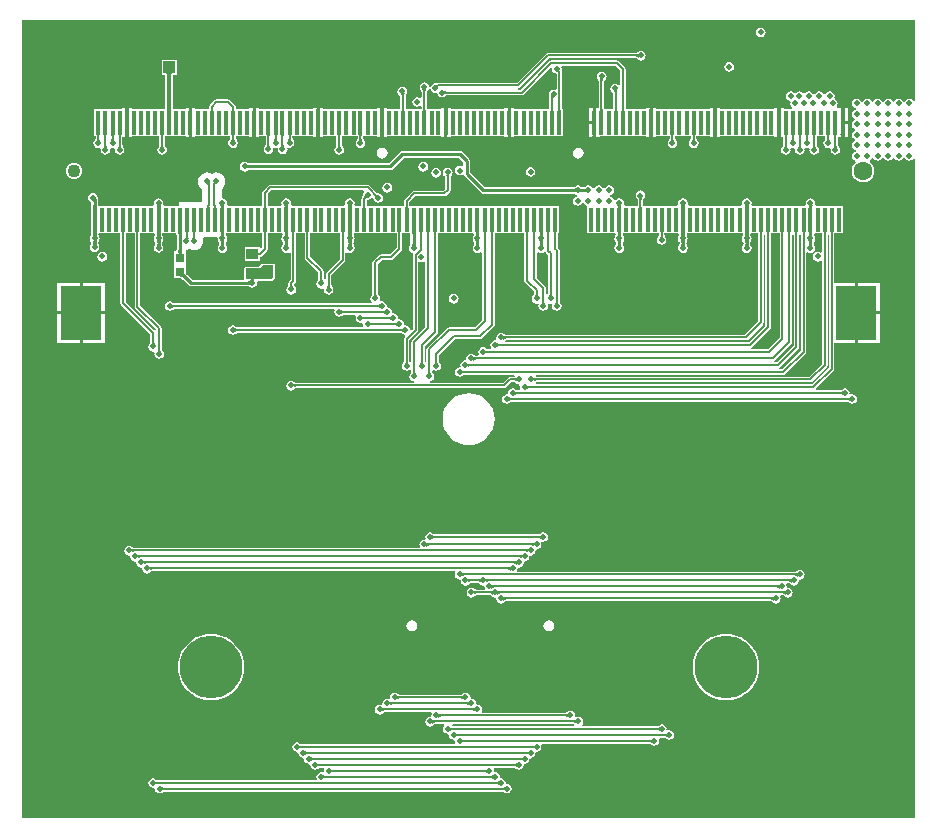
<source format=gtl>
%FSTAX23Y23*%
%MOIN*%
%SFA1B1*%

%IPPOS*%
%ADD14R,0.027560X0.031500*%
%ADD15R,0.013780X0.078740*%
%ADD16R,0.023620X0.031500*%
%ADD17R,0.039370X0.035430*%
%ADD18R,0.039370X0.039370*%
%ADD19R,0.137800X0.181100*%
%ADD30C,0.208660*%
%ADD31C,0.008000*%
%ADD32C,0.006000*%
%ADD33C,0.010000*%
%ADD34C,0.012000*%
%ADD35C,0.043310*%
%ADD36C,0.062990*%
%ADD37C,0.019680*%
%LNmod_duo_x_cb-1*%
%LPD*%
G36*
X02984Y02399D02*
X02979Y02398D01*
X02976Y02401*
X02971Y02405*
X02965Y02406*
X02958Y02405*
X02953Y02401*
X0295Y02396*
X0295Y02396*
X02944*
X02944Y02396*
X02941Y02401*
X02936Y02405*
X0293Y02406*
X02923Y02405*
X02918Y02401*
X02915Y02396*
X02915Y02396*
X02909*
X02909Y02396*
X02906Y02401*
X02901Y02405*
X02895Y02406*
X02888Y02405*
X02883Y02401*
X0288Y02396*
X0288Y02396*
X02874*
X02874Y02396*
X02871Y02401*
X02866Y02405*
X0286Y02406*
X02853Y02405*
X02848Y02401*
X02845Y02396*
X02845Y02396*
X02839*
X02839Y02396*
X02836Y02401*
X02831Y02405*
X02825Y02406*
X02818Y02405*
X02813Y02401*
X0281Y02396*
X0281Y02396*
X02804*
X02804Y02396*
X02801Y02401*
X02796Y02405*
X0279Y02406*
X02783Y02405*
X02778Y02401*
X02775Y02396*
X02773Y0239*
X02775Y02384*
X02778Y02379*
X02783Y02375*
X02786Y02375*
Y02369*
X02783Y02369*
X02778Y02365*
X02775Y0236*
X02773Y02354*
X02775Y02348*
X02778Y02342*
X02783Y02339*
X02783Y02337*
X02783Y02334*
X02778Y02331*
X02775Y02326*
X02773Y0232*
X02775Y02313*
X02778Y02308*
X02783Y02305*
X02783Y02302*
X02783Y023*
X02778Y02296*
X02775Y02291*
X02773Y02285*
X02775Y02279*
X02778Y02274*
X02783Y02271*
X02783Y02268*
X02783Y02265*
X02778Y02262*
X02775Y02257*
X02773Y02251*
X02775Y02245*
X02778Y02239*
X02783Y02236*
X02786Y02235*
Y0223*
X02783Y02229*
X02778Y02226*
X02775Y02221*
X02773Y02215*
X02775Y02208*
X02778Y02203*
X02783Y022*
X02785Y02199*
X02787Y02194*
X02784Y02192*
X02778Y02184*
X02774Y02175*
X02773Y02165*
X02774Y02155*
X02778Y02146*
X02784Y02138*
X02792Y02132*
X02801Y02128*
X02811Y02127*
X0282Y02128*
X02829Y02132*
X02837Y02138*
X02843Y02146*
X02847Y02155*
X02848Y02165*
X02847Y02175*
X02843Y02184*
X02837Y02192*
X02833Y02195*
X02833Y02201*
X02836Y02203*
X02839Y02208*
X02839Y02208*
X02845*
X02845Y02208*
X02848Y02203*
X02853Y022*
X0286Y02198*
X02866Y022*
X02871Y02203*
X02874Y02208*
X02874Y02208*
X0288*
X0288Y02208*
X02883Y02203*
X02888Y022*
X02895Y02198*
X02901Y022*
X02906Y02203*
X02909Y02208*
X02909Y02208*
X02915*
X02915Y02208*
X02918Y02203*
X02923Y022*
X0293Y02198*
X02936Y022*
X02941Y02203*
X02944Y02208*
X02944Y02208*
X0295*
X0295Y02208*
X02953Y02203*
X02958Y022*
X02965Y02198*
X02971Y022*
X02976Y02203*
X02979Y02207*
X02984Y02205*
Y00008*
X00008*
Y02669*
X02984*
Y02399*
G37*
%LNmod_duo_x_cb-2*%
%LPC*%
G36*
X0247Y02643D02*
X02463Y02642D01*
X02458Y02638*
X02455Y02633*
X02453Y02627*
X02455Y02621*
X02458Y02615*
X02463Y02612*
X0247Y02611*
X02476Y02612*
X02481Y02615*
X02484Y02621*
X02486Y02627*
X02484Y02633*
X02481Y02638*
X02476Y02642*
X0247Y02643*
G37*
G36*
X0207Y02566D02*
X02063Y02564D01*
X02059Y02561*
X02058Y02561*
X02057Y0256*
X02057Y0256*
X02056Y0256*
X02056Y0256*
X02056Y02559*
X02055Y02559*
X02055Y02559*
X02055Y02559*
X02055Y02559*
X02054Y02559*
X02053Y02559*
X0176*
X01756Y02558*
X01753Y02556*
X01656Y02459*
X01393*
X01389Y02458*
X01387Y02457*
X01385Y02457*
X01378Y02456*
X01373Y02452*
X0137Y02447*
X01369Y02444*
X01364Y02444*
X01363Y0245*
X01359Y02456*
X01354Y02459*
X01348Y0246*
X01342Y02459*
X01337Y02456*
X01333Y0245*
X01332Y02444*
X01333Y02438*
X01336Y02433*
X01336Y02433*
X01337Y02432*
X01337Y02432*
X01338Y02431*
X01338Y02431*
X01338Y0243*
X01338Y0243*
X01338Y0243*
X01338Y0243*
X01338Y02429*
X01338Y02429*
X01339Y02428*
Y0241*
X01334Y02407*
X01331Y02409*
X01325Y02411*
X01318Y02409*
X01313Y02406*
X0131Y02401*
X01308Y02394*
X0131Y02388*
X01313Y02383*
X01318Y0238*
X01325Y02378*
X01331Y0238*
X01334Y02382*
X01339Y02379*
Y02372*
X01338Y02372*
Y02372*
X01287*
Y02372*
X01286Y02372*
Y02415*
X01287Y02415*
X01287Y02416*
X01287Y02416*
X01287Y02417*
X01287Y02417*
X01287Y02418*
X01287Y02419*
X01288Y02421*
X01289Y02421*
X01289Y02422*
X01289Y02423*
X01291Y0243*
X01289Y02436*
X01286Y02441*
X01281Y02444*
X01275Y02446*
X01268Y02444*
X01263Y02441*
X0126Y02436*
X01258Y0243*
X0126Y02423*
X01263Y02418*
X01265Y02416*
X01266Y02415*
X01267Y02415*
X01267Y02415*
X01267Y02415*
X01267Y02415*
X01267Y02415*
X01267Y02414*
X01267Y02414*
X01268Y02414*
X01268Y02414*
X01268Y02413*
X01268Y02413*
Y02413*
X01268Y02412*
X01268Y02412*
Y02372*
X01268Y02372*
Y02372*
X01223*
Y02376*
X01211*
Y02376*
X01211Y02374*
X01211Y02372*
X01213*
X01213Y02372*
X01212Y02372*
X01212Y02371*
X01212Y0237*
X01212Y0237*
X01212Y02369*
X01212Y02368*
X01212Y02367*
X01212Y02366*
X01212Y02366*
X01213Y02366*
X01213Y02366*
X01211*
X01211Y02365*
Y02326*
Y02289*
X01211Y02288*
X01211Y02287*
X01213*
X01213Y02287*
X01212Y02287*
X01212Y02286*
X01212Y02285*
X01212Y02285*
Y02284*
X01212Y02284*
X01212Y02284*
X01212Y02283*
X01212Y02282*
X01213Y02282*
X01213Y02282*
X01211*
X01211Y02281*
X01211Y02277*
Y02277*
X01223*
Y02281*
X01402*
Y02277*
X01414*
Y02326*
Y02365*
X01414Y02366*
X01412*
X01412Y02366*
X01413Y02366*
X01413Y02366*
X01413Y02367*
X01413Y02368*
X01413Y02369*
X01413Y0237*
X01413Y0237*
X01413Y02371*
X01413Y02372*
X01412Y02372*
X01412Y02372*
X01414*
X01414Y02376*
Y02376*
X01402*
Y02372*
X01357*
Y02372*
X01357Y02372*
Y02428*
X01357Y02429*
X01357Y02429*
X01357Y0243*
X01358Y0243*
X01358Y0243*
X01358Y0243*
X01358Y02431*
X01358Y02431*
X01359Y02432*
X01359Y02432*
X0136Y02433*
X0136Y02433*
X01363Y02438*
X01364Y02442*
X01368Y02441*
X0137Y02435*
X01373Y0243*
X01378Y02426*
X01385Y02425*
X01391Y02426*
X01392Y0242*
X01395Y02415*
X01401Y02411*
X01407Y0241*
X01413Y02411*
X01417Y02414*
X01418Y02415*
X01419Y02415*
X01419Y02416*
X0142Y02416*
X0142Y02416*
X0142Y02416*
X01421Y02416*
X01421Y02417*
X01421Y02417*
X01422Y02417*
X01422Y02417*
X01423Y02417*
X01673*
X01676Y02418*
X01679Y0242*
X01769Y0251*
X01774Y02508*
X01773Y02505*
X01775Y02498*
X01778Y02493*
X01783Y0249*
X01789Y02488*
Y02438*
X01784Y02435*
X0178Y02436*
X01773Y02434*
X01768Y02431*
X01765Y02426*
X01763Y0242*
X01764Y02418*
X01763Y02417*
X01764Y02406*
X01764Y02405*
Y02372*
X01764Y02372*
Y02372*
X01648*
Y02376*
X01636*
Y02376*
X01636Y02374*
X01637Y02368*
X01637Y02367*
X01637Y02366*
X01638Y02366*
X01638Y02366*
X01638Y02366*
X01636*
Y02326*
Y02277*
X01648*
Y02281*
X0181*
Y02364*
X0181Y02365*
X0181Y02365*
X0181Y02366*
X0181Y02366*
Y02372*
X01808*
X01808Y02372*
Y02496*
X01807Y02499*
X01806Y02501*
X01805Y02502*
X01806Y02505*
X01804Y0251*
X01805Y02511*
X01807Y02515*
X01986*
X02Y02501*
Y02454*
X01998Y02452*
X01995Y02451*
X01991Y02454*
X01985Y02456*
X01978Y02454*
X01973Y02451*
X0197Y02446*
X01968Y0244*
X0197Y02433*
X01973Y02428*
X01974Y02427*
X01974Y02427*
X01975Y02426*
X01975Y02426*
X01976Y02426*
X01976Y02425*
X01976Y02425*
X01976Y02425*
X01976Y02425*
X01976Y02424*
X01976Y02424*
X01976Y02424*
X01976Y02423*
X01976Y02423*
X01977Y02423*
Y02372*
X01976Y02372*
Y02372*
X01948*
Y02372*
X01948Y02372*
Y02463*
X01948Y02463*
X01948Y02463*
X01948Y02464*
X01948Y02464*
X01948Y02464*
X01948Y02465*
X01948Y02465*
X01948Y02465*
X01948Y02465*
X01949Y02466*
X01949Y02466*
X01949Y02466*
X0195Y02467*
X0195Y02468*
X01951Y02468*
X01954Y02473*
X01956Y0248*
X01954Y02486*
X01951Y02491*
X01946Y02494*
X0194Y02496*
X01933Y02494*
X01928Y02491*
X01925Y02486*
X01923Y0248*
X01925Y02473*
X01926Y02471*
X01927Y02469*
X01927Y02468*
X01928Y02468*
X01928Y02467*
X01928Y02467*
X01929Y02466*
X01929Y02466*
X01929Y02466*
X01929Y02465*
X01929Y02465*
X01929Y02464*
X01929Y02464*
Y02376*
X0192*
Y02376*
X0192Y02374*
X0192Y02372*
X01922*
X01921Y02372*
X01921Y02372*
X01921Y02371*
X01921Y0237*
X0192Y0237*
X0192Y02369*
X0192Y02368*
X0192Y02367*
X01921Y02366*
X01921Y02366*
X01921Y02366*
X01922Y02366*
X0192*
X0192Y02365*
Y02326*
Y02289*
X0192Y02288*
X0192Y02287*
X01922*
X01921Y02287*
X01921Y02287*
X01921Y02286*
X0192Y02285*
X0192Y02285*
X0192Y02284*
X0192Y02284*
X01921Y02284*
X01921Y02283*
X01921Y02282*
X01921Y02282*
X01922Y02282*
X0192*
X0192Y02281*
X0192Y02277*
Y02277*
X01932*
Y02281*
X02087*
Y02277*
X02099*
Y02277*
X02099Y02279*
X02099Y02282*
X02097*
X02097Y02282*
X02098Y02282*
X02098Y02283*
X02098Y02284*
X02098Y02284*
X02098Y02284*
Y02285*
X02098Y02285*
X02098Y02286*
X02098Y02287*
X02097Y02287*
X02097Y02287*
X02099*
X02099Y02289*
Y02326*
Y02365*
X02099Y02366*
X02097*
X02097Y02366*
X02098Y02366*
X02098Y02366*
X02098Y02367*
X02098Y02368*
X02099Y02369*
X02098Y0237*
X02098Y0237*
X02098Y02371*
X02098Y02372*
X02097Y02372*
X02097Y02372*
X02099*
X02099Y02376*
Y02376*
X02087*
Y02372*
X02019*
Y02372*
X02019Y02372*
Y02505*
X02018Y02508*
X02016Y02511*
X01996Y02531*
X01993Y02533*
X0199Y02534*
X01771*
X01767Y02533*
X01764Y02531*
X01669Y02435*
X0166*
X0166Y0244*
X01663Y02441*
X01666Y02443*
X01763Y0254*
X02053*
X02054Y0254*
X02055Y0254*
X02055Y0254*
X02055Y0254*
X02055Y0254*
X02056Y0254*
X02056Y02539*
X02056Y02539*
X02057Y02539*
X02057Y02539*
X02058Y02538*
X02059Y02538*
X02063Y02535*
X0207Y02533*
X02076Y02535*
X02081Y02538*
X02084Y02543*
X02086Y0255*
X02084Y02556*
X02081Y02561*
X02076Y02564*
X0207Y02566*
G37*
G36*
X02365Y02528D02*
X02358Y02527D01*
X02353Y02523*
X0235Y02518*
X02348Y02512*
X0235Y02506*
X02353Y02501*
X02358Y02497*
X02365Y02496*
X02371Y02497*
X02376Y02501*
X02379Y02506*
X02381Y02512*
X02379Y02518*
X02376Y02523*
X02371Y02527*
X02365Y02528*
G37*
G36*
X027Y02431D02*
X02693Y02429D01*
X02688Y02426*
X02685Y02421*
X02685Y02421*
X02679*
X02679Y02421*
X02676Y02426*
X02671Y02429*
X02665Y02431*
X02658Y02429*
X02653Y02426*
X0265Y02421*
X0265Y02421*
X02644*
X02644Y02421*
X02641Y02426*
X02636Y02429*
X0263Y02431*
X02623Y02429*
X02618Y02426*
X02617Y02424*
X02611*
X02609Y02426*
X02604Y02429*
X02598Y02431*
X02592Y02429*
X02587Y02426*
X02586Y02425*
X02581*
X02581Y02426*
X02576Y02429*
X0257Y02431*
X02563Y02429*
X02558Y02426*
X02555Y02421*
X02553Y02415*
X02555Y02408*
X02558Y02403*
X02563Y024*
X02566Y02399*
X02569Y02396*
X02569Y02394*
X02568Y0239*
X0257Y02383*
X02573Y02378*
X02575Y02377*
X02574Y02372*
X02546*
Y02376*
X02534*
Y02376*
X02534Y02374*
X02534Y02372*
X02536*
X02536Y02372*
X02535Y02372*
X02535Y02371*
X02535Y0237*
X02535Y0237*
X02534Y02369*
X02534Y02368*
X02535Y02367*
X02535Y02366*
X02535Y02366*
X02535Y02366*
X02536Y02366*
X02534*
X02534Y02365*
Y02326*
Y02289*
X02534Y02288*
X02534Y02287*
X02536*
X02535Y02287*
X02535Y02287*
X02535Y02286*
X02535Y02285*
X02534Y02285*
X02534Y02284*
X02535Y02284*
X02535Y02284*
X02535Y02283*
X02535Y02282*
X02536Y02282*
X02536Y02282*
X02534*
X02534Y02281*
X02534Y02277*
Y02277*
X02543*
Y02251*
X02543Y02251*
X02543Y0225*
X02543Y0225*
X02543Y02249*
X02543Y02249*
X02543Y02249*
X02543Y02248*
X02542Y02248*
X02542Y02248*
X02542Y02247*
X02541Y02246*
X02541Y02246*
X02538Y02241*
X02537Y02235*
X02538Y02229*
X02541Y02224*
X02546Y0222*
X02553Y02219*
X02559Y0222*
X02564Y02224*
X02568Y02229*
X02569Y02235*
X02568Y02238*
X02568Y02239*
X02572Y02242*
X02576Y02242*
X0258Y02242*
X02584Y02239*
X02584Y02238*
X02584Y02235*
X02585Y02229*
X02588Y02224*
X02594Y0222*
X026Y02219*
X02606Y0222*
X02611Y02224*
X02615Y02229*
X02616Y02235*
X02615Y02238*
X02615Y02239*
X0262Y02242*
X02624Y02242*
X02627Y02242*
X02632Y02239*
X02632Y02238*
X02631Y02235*
X02632Y02229*
X02636Y02224*
X02641Y0222*
X02647Y02219*
X02653Y0222*
X02659Y02224*
X02662Y02229*
X02663Y02235*
X02662Y02241*
X02659Y02246*
X02659Y02246*
X02658Y02247*
X02658Y02248*
X02657Y02248*
X02657Y02248*
X02657Y02249*
X02657Y02249*
X02657Y02249*
X02657Y0225*
X02657Y0225*
X02657Y02251*
X02656Y02251*
Y0228*
X02657Y02281*
Y02281*
X02685*
Y02281*
X02685Y0228*
Y02274*
X02685Y02273*
X02685Y02273*
X02685Y02272*
X02685Y02272*
X02685Y02272*
X02685Y02271*
X02684Y02271*
X02684Y02271*
X02684Y0227*
X02683Y0227*
X02683Y02269*
X02683Y02268*
X02679Y02264*
X02678Y02258*
X02679Y02252*
X02683Y02246*
X02688Y02243*
X02694Y02242*
X02698Y02242*
X02702Y02239*
X02703Y02238*
X02702Y02235*
X02703Y02229*
X02707Y02224*
X02712Y0222*
X02718Y02219*
X02724Y0222*
X02729Y02224*
X02733Y02229*
X02734Y02235*
X02733Y02241*
X0273Y02246*
X0273Y02246*
X02729Y02247*
X02729Y02248*
X02728Y02248*
X02728Y02248*
X02728Y02249*
X02728Y02249*
X02728Y02249*
X02728Y0225*
X02728Y0225*
X02727Y02251*
X02727Y02251*
Y02277*
X02737*
Y02277*
X02737Y02279*
X02736Y02282*
X02735*
X02735Y02282*
X02735Y02282*
X02736Y02283*
X02736Y02284*
X02736Y02284*
X02736Y02284*
X02736Y02285*
X02736Y02285*
X02736Y02286*
X02735Y02287*
X02735Y02287*
X02735Y02287*
X02737*
X02737Y02289*
Y02326*
Y02365*
X02737Y02366*
X02735*
X02735Y02366*
X02735Y02366*
X02736Y02366*
X02736Y02367*
X02736Y02368*
X02736Y02369*
X02736Y0237*
X02736Y0237*
X02736Y02371*
X02735Y02372*
X02735Y02372*
X02735Y02372*
X02737*
X02737Y02376*
Y02376*
X0273*
X02727*
X02725Y02376*
X02723Y02378*
X02724Y02382*
X02724Y02383*
X02726Y0239*
X02724Y02396*
X02721Y02401*
X02716Y02404*
X02715Y0241*
X02716Y02415*
X02714Y02421*
X02711Y02426*
X02706Y02429*
X027Y02431*
G37*
G36*
X02524Y02376D02*
X02512D01*
Y02372*
X02333*
Y02376*
X02321*
Y02376*
X02321Y02374*
X02322Y02372*
X02323*
X02323Y02372*
X02323Y02372*
X02322Y02371*
X02322Y0237*
X02322Y0237*
X02322Y02369*
X02322Y02368*
X02322Y02367*
X02322Y02366*
X02323Y02366*
X02323Y02366*
X02323Y02366*
X02321*
X02321Y02365*
Y02326*
Y02289*
X02321Y02288*
X02322Y02287*
X02323*
X02323Y02287*
X02323Y02287*
X02322Y02286*
X02322Y02285*
X02322Y02285*
X02322Y02284*
X02322Y02284*
X02322Y02284*
X02322Y02283*
X02323Y02282*
X02323Y02282*
X02323Y02282*
X02322*
X02322Y02281*
X02321Y02277*
Y02277*
X02333*
Y02281*
X02512*
Y02277*
X02524*
Y02277*
X02524Y02279*
X02524Y02282*
X02522*
X02523Y02282*
X02523Y02282*
X02523Y02283*
X02523Y02284*
X02524Y02284*
X02524Y02284*
Y02285*
X02523Y02285*
X02523Y02286*
X02523Y02287*
X02523Y02287*
X02522Y02287*
X02524*
X02524Y02289*
Y02326*
Y02365*
X02524Y02366*
X02522*
X02523Y02366*
X02523Y02366*
X02523Y02366*
X02523Y02367*
X02524Y02368*
X02524Y02369*
X02524Y0237*
X02523Y0237*
X02523Y02371*
X02523Y02372*
X02523Y02372*
X02522Y02372*
X02524*
X02524Y02376*
Y02376*
G37*
G36*
X02311D02*
X023D01*
Y02372*
X02121*
Y02376*
X02109*
Y02376*
X02109Y02374*
X02109Y02372*
X02111*
X0211Y02372*
X0211Y02372*
X0211Y02371*
X0211Y0237*
X02109Y0237*
X02109Y02369*
X02109Y02368*
X02109Y02367*
X0211Y02366*
X0211Y02366*
X0211Y02366*
X02111Y02366*
X02109*
X02109Y02365*
Y02326*
Y02289*
X02109Y02288*
X02109Y02287*
X02111*
X0211Y02287*
X0211Y02287*
X0211Y02286*
X02109Y02285*
X02109Y02285*
Y02284*
X02109Y02284*
X0211Y02284*
X0211Y02283*
X0211Y02282*
X0211Y02282*
X02111Y02282*
X02109*
X02109Y02281*
X02109Y02277*
Y02277*
X02121*
Y02281*
X02165*
Y02281*
X02166Y0228*
Y02274*
X02165Y02273*
X02165Y02273*
X02165Y02272*
X02165Y02272*
X02165Y02272*
X02165Y02271*
X02165Y02271*
X02164Y02271*
X02164Y0227*
X02164Y0227*
X02163Y02269*
X02163Y02268*
X0216Y02264*
X02159Y02258*
X0216Y02252*
X02163Y02246*
X02169Y02243*
X02175Y02242*
X02181Y02243*
X02186Y02246*
X0219Y02252*
X02191Y02258*
X0219Y02264*
X02187Y02268*
X02186Y02269*
X02186Y0227*
X02185Y0227*
X02185Y02271*
X02185Y02271*
X02185Y02271*
X02184Y02272*
X02184Y02272*
X02184Y02272*
X02184Y02273*
X02184Y02273*
X02184Y02274*
Y0228*
X02184Y02281*
Y02281*
X02236*
Y02281*
X02236Y0228*
Y02274*
X02236Y02273*
X02236Y02273*
X02236Y02272*
X02236Y02272*
X02236Y02272*
X02236Y02271*
X02236Y02271*
X02235Y02271*
X02235Y0227*
X02235Y0227*
X02234Y02269*
X02234Y02268*
X02231Y02264*
X02229Y02258*
X02231Y02252*
X02234Y02246*
X02239Y02243*
X02246Y02242*
X02252Y02243*
X02257Y02246*
X0226Y02252*
X02262Y02258*
X0226Y02264*
X02257Y02268*
X02257Y02269*
X02257Y0227*
X02256Y0227*
X02256Y02271*
X02256Y02271*
X02255Y02271*
X02255Y02272*
X02255Y02272*
X02255Y02272*
X02255Y02273*
X02255Y02273*
X02255Y02274*
Y0228*
X02255Y02281*
X02255Y02281*
X023*
Y02277*
X02311*
Y02277*
X02311Y02279*
X02311Y02282*
X0231*
X0231Y02282*
X0231Y02282*
X02311Y02283*
X02311Y02284*
X02311Y02284*
X02311Y02284*
Y02285*
X02311Y02285*
X02311Y02286*
X0231Y02287*
X0231Y02287*
X0231Y02287*
X02311*
X02311Y02289*
Y02326*
Y02365*
X02311Y02366*
X0231*
X0231Y02366*
X0231Y02366*
X02311Y02366*
X02311Y02367*
X02311Y02368*
X02311Y02369*
X02311Y0237*
X02311Y0237*
X02311Y02371*
X0231Y02372*
X0231Y02372*
X0231Y02372*
X02311*
X02311Y02376*
Y02376*
G37*
G36*
X01626D02*
X01615D01*
Y02372*
X01436*
Y02376*
X01424*
Y02376*
X01424Y02374*
X01424Y02372*
X01426*
X01425Y02372*
X01425Y02372*
X01425Y02371*
X01424Y0237*
X01424Y0237*
X01424Y02369*
X01424Y02368*
X01424Y02367*
X01425Y02366*
X01425Y02366*
X01425Y02366*
X01426Y02366*
X01424*
X01424Y02365*
Y02326*
Y02277*
X01436*
Y02281*
X01615*
Y02277*
X01626*
Y02326*
Y02366*
X01625*
X01625Y02366*
X01625Y02366*
X01626Y02366*
X01626Y02367*
X01626Y02368*
X01626Y02369*
X01626Y02372*
X01626Y02376*
Y02376*
G37*
G36*
X01201D02*
X01189D01*
Y02372*
X0101*
Y02376*
X00999*
Y02376*
X00999*
X00999Y02374*
X00999Y02372*
X01*
X01Y02372*
X01Y02372*
X01Y02371*
X00999Y0237*
X00999Y0237*
X00999Y02369*
X00999Y02368*
X00999Y02367*
X00999Y02366*
X01Y02366*
X01Y02366*
X01Y02366*
X00999*
X00999Y02365*
X00999*
Y02326*
Y02289*
X00999*
X00999Y02288*
X00999Y02287*
X01*
X01Y02287*
X01Y02287*
X00999Y02286*
X00999Y02285*
X00999Y02285*
X00999Y02284*
X00999Y02284*
X00999Y02284*
X01Y02283*
X01Y02282*
X01Y02282*
X01Y02282*
X00999*
X00999Y02281*
X00999Y02277*
X00999*
Y02277*
X0101*
Y02281*
X01055*
Y02281*
X01055Y0228*
Y02252*
X01055Y02251*
X01055Y02251*
X01055Y0225*
X01055Y0225*
X01055Y0225*
X01055Y02249*
X01054Y02249*
X01054Y02249*
X01054Y02248*
X01053Y02248*
X01053Y02247*
X01053Y02246*
X0105Y02242*
X01048Y02236*
X0105Y02229*
X01053Y02224*
X01058Y02221*
X01064Y02219*
X01071Y02221*
X01076Y02224*
X01079Y02229*
X01081Y02236*
X01079Y02242*
X01076Y02246*
X01076Y02247*
X01075Y02248*
X01075Y02248*
X01075Y02249*
X01075Y02249*
X01074Y02249*
X01074Y0225*
X01074Y0225*
X01074Y0225*
X01074Y02251*
X01074Y02251*
X01074Y02252*
Y0228*
X01074Y02281*
Y02281*
X01126*
X01126Y02281*
X01126Y0228*
Y02275*
X01126Y02274*
X01126Y02273*
X01126Y02273*
X01126Y02273*
X01126Y02272*
X01125Y02272*
X01125Y02272*
X01125Y02271*
X01125Y02271*
X01124Y0227*
X01124Y0227*
X01123Y02269*
X0112Y02265*
X01119Y02258*
X0112Y02252*
X01124Y02247*
X01129Y02243*
X01135Y02242*
X01142Y02243*
X01147Y02247*
X0115Y02252*
X01151Y02258*
X0115Y02265*
X01147Y02269*
X01147Y0227*
X01146Y0227*
X01146Y02271*
X01146Y02271*
X01145Y02272*
X01145Y02272*
X01145Y02272*
X01145Y02273*
X01145Y02273*
X01145Y02273*
X01145Y02274*
X01145Y02275*
Y0228*
X01145Y02281*
Y02281*
X01189*
Y02277*
X01201*
Y02277*
X01201Y02279*
X01201Y02282*
X01199*
X012Y02282*
X012Y02282*
X012Y02283*
X01201Y02284*
X01201Y02284*
X01201Y02284*
X01201Y02285*
X01201Y02285*
X012Y02286*
X012Y02287*
X012Y02287*
X01199Y02287*
X01201*
X01201Y02289*
Y02326*
Y02365*
Y02366*
X01199*
X012Y02366*
X012Y02366*
X012Y02366*
X01201Y02367*
X01201Y02368*
X01201Y02369*
X01201Y0237*
X01201Y0237*
X012Y02371*
X012Y02372*
X012Y02372*
X01199Y02372*
X01201*
X01201Y02376*
Y02376*
G37*
G36*
X00989D02*
X00977D01*
Y02372*
X00798*
Y02376*
X00786*
Y02326*
Y02289*
X00786Y02288*
X00786Y02287*
X00788*
X00787Y02287*
X00787Y02287*
X00787Y02286*
X00787Y02285*
X00786Y02285*
X00786Y02284*
X00786Y02284*
X00787Y02284*
X00787Y02283*
X00787Y02282*
X00788Y02282*
X00788Y02282*
X00786*
X00786Y02281*
X00786Y02277*
Y02277*
X00798*
Y02281*
X00819*
Y02281*
X00819Y0228*
Y02253*
X00819Y02252*
X00819Y02252*
X00819Y02251*
X00819Y02251*
X00819Y02251*
X00818Y0225*
X00818Y0225*
X00818Y0225*
X00818Y02249*
X00817Y02249*
X00817Y02248*
X00816Y02247*
X00813Y02243*
X00812Y02237*
X00813Y02231*
X00817Y02225*
X00822Y02222*
X00828Y02221*
X00834Y02222*
X0084Y02225*
X00843Y02231*
X00844Y02237*
X00844Y0224*
X00844Y0224*
X00848Y02244*
X00852Y02243*
X00856Y02244*
X0086Y0224*
X0086Y0224*
X00859Y02237*
X00861Y02231*
X00864Y02225*
X00869Y02222*
X00875Y02221*
X00882Y02222*
X00887Y02225*
X0089Y02231*
X00892Y02237*
X00891Y0224*
X00891Y0224*
X00895Y02244*
X00899Y02243*
X00905Y02245*
X00911Y02248*
X00914Y02253*
X00915Y02259*
X00914Y02266*
X00911Y0227*
X00911Y02271*
X0091Y02272*
X0091Y02272*
X00909Y02272*
X00909Y02273*
X00909Y02273*
X00909Y02274*
X00909Y02274*
X00909Y02274*
X00909Y02274*
X00909Y02275*
X00908Y02276*
Y0228*
X00909Y02281*
Y02281*
X00977*
Y02277*
X00989*
Y02277*
X00989Y02279*
X00988Y02282*
X00987*
X00987Y02282*
X00987Y02282*
X00988Y02283*
X00988Y02284*
X00988Y02284*
X00988Y02284*
X00988Y02285*
X00988Y02285*
X00988Y02286*
X00987Y02287*
X00987Y02287*
X00987Y02287*
X00989*
X00989Y02289*
Y02326*
Y02365*
Y02366*
X00987*
X00987Y02366*
X00987Y02366*
X00988Y02366*
X00988Y02367*
X00988Y02368*
X00988Y02369*
X00988Y0237*
X00988Y0237*
X00988Y02371*
X00987Y02372*
X00987Y02372*
X00987Y02372*
X00989*
X00989Y02376*
Y02376*
G37*
G36*
X00695Y02404D02*
X00655D01*
X00651Y02403*
X00648Y02401*
X00633Y02386*
X00631Y02383*
X0063Y02379*
Y02372*
X0063Y02372*
Y02372*
X00585*
Y02376*
X00573*
Y02376*
X00573Y02374*
X00574Y02372*
X00575*
X00575Y02372*
X00575Y02372*
X00574Y02371*
X00574Y0237*
X00574Y0237*
X00574Y02369*
X00574Y02368*
X00574Y02367*
X00574Y02366*
X00575Y02366*
X00575Y02366*
X00575Y02366*
X00573*
X00573Y02365*
Y02326*
Y02277*
X00585*
Y02281*
X00701*
Y02281*
X00701Y0228*
Y02275*
X00701Y02274*
X00701Y02273*
X00701Y02273*
X00701Y02273*
X007Y02272*
X007Y02272*
X007Y02272*
X007Y02271*
X007Y02271*
X00699Y0227*
X00699Y0227*
X00698Y02269*
X00695Y02265*
X00694Y02258*
X00695Y02252*
X00699Y02247*
X00704Y02243*
X0071Y02242*
X00716Y02243*
X00722Y02247*
X00725Y02252*
X00726Y02258*
X00725Y02265*
X00722Y02269*
X00722Y0227*
X00721Y0227*
X00721Y02271*
X0072Y02271*
X0072Y02272*
X0072Y02272*
X0072Y02272*
X0072Y02273*
X0072Y02273*
X0072Y02273*
X0072Y02274*
X00719Y02275*
Y0228*
X0072Y02281*
Y02281*
X00764*
Y02277*
X00776*
Y02277*
X00776Y02279*
X00776Y02282*
X00774*
X00774Y02282*
X00775Y02282*
X00775Y02283*
X00775Y02284*
X00776Y02284*
X00776Y02284*
X00776Y02285*
X00775Y02285*
X00775Y02286*
X00775Y02287*
X00775Y02287*
X00774Y02287*
X00776*
X00776Y02289*
Y02326*
Y02376*
X00764*
Y02372*
X0072*
Y02372*
X00719Y02372*
Y02379*
X00719Y02382*
X00717Y02385*
X00701Y02401*
X00698Y02403*
X00695Y02404*
G37*
G36*
X00523Y02535D02*
X00472D01*
Y02484*
X00484*
X00484Y02484*
X00484Y02484*
X00485Y02483*
X00485Y02481*
X00485Y0248*
X00485Y02478*
X00485Y02477*
Y02378*
X00485Y02378*
X00485Y02372*
X00373*
Y02376*
X00361*
Y02376*
X00361Y02374*
X00361Y02372*
X00363*
X00362Y02372*
X00362Y02372*
X00362Y02371*
X00361Y0237*
X00361Y0237*
X00361Y02369*
X00361Y02368*
X00361Y02367*
X00362Y02366*
X00362Y02366*
X00362Y02366*
X00363Y02366*
X00361*
X00361Y02365*
Y02326*
Y02289*
X00361Y02288*
X00361Y02287*
X00363*
X00362Y02287*
X00362Y02287*
X00362Y02286*
X00361Y02285*
X00361Y02285*
X00361Y02284*
X00361Y02284*
X00361Y02284*
X00362Y02283*
X00362Y02282*
X00362Y02282*
X00363Y02282*
X00361*
X00361Y02281*
X00361Y02277*
Y02277*
X00373*
Y02281*
X00464*
Y02281*
X00465Y0228*
Y02252*
X00464Y02251*
X00464Y02251*
X00464Y0225*
X00464Y0225*
X00464Y0225*
X00464Y02249*
X00464Y02249*
X00464Y02249*
X00463Y02248*
X00463Y02248*
X00462Y02247*
X00462Y02246*
X00459Y02242*
X00458Y02236*
X00459Y02229*
X00462Y02224*
X00468Y02221*
X00474Y02219*
X0048Y02221*
X00485Y02224*
X00489Y02229*
X0049Y02236*
X00489Y02242*
X00486Y02246*
X00485Y02247*
X00485Y02248*
X00485Y02248*
X00484Y02249*
X00484Y02249*
X00484Y02249*
X00484Y0225*
X00484Y0225*
X00483Y0225*
X00483Y02251*
X00483Y02251*
X00483Y02252*
Y0228*
X00483Y02281*
Y02281*
X00552*
Y02277*
X00563*
Y02326*
Y02365*
X00563Y02366*
X00562*
X00562Y02366*
X00562Y02366*
X00563Y02366*
X00563Y02367*
X00563Y02368*
X00563Y02369*
X00563Y0237*
X00563Y0237*
X00562Y02371*
X00562Y02372*
X00562Y02372*
X00562Y02372*
X00563*
X00563Y02376*
Y02376*
X00552*
Y02372*
X0051*
X0051Y02375*
Y02378*
X0051Y02378*
Y02477*
X0051Y02478*
X0051Y0248*
X0051Y02481*
X0051Y02483*
X00511Y02484*
X00511Y02484*
X00511Y02484*
X00523*
Y02535*
G37*
G36*
X0191Y02376D02*
X01898D01*
Y02331*
X0191*
Y02365*
Y02366*
X01908*
X01908Y02366*
X01909Y02366*
X01909Y02366*
X01909Y02367*
X01909Y02368*
X0191Y02369*
X01909Y0237*
X01909Y0237*
X01909Y02371*
X01909Y02372*
X01908Y02372*
X01908Y02372*
X0191*
X0191Y02376*
Y02376*
G37*
G36*
X02747D02*
Y02376D01*
X02747Y02374*
X02747Y02372*
X02749*
X02748Y02372*
X02748Y02372*
X02748Y02371*
X02747Y0237*
X02747Y0237*
X02747Y02369*
X02747Y02368*
X02747Y02367*
X02747Y02366*
X02748Y02366*
X02748Y02366*
X02748Y02366*
X02747*
X02747Y02365*
Y02331*
X02759*
Y02376*
X02747*
G37*
G36*
X02759Y02321D02*
X02747D01*
Y02289*
X02747Y02288*
X02747Y02287*
X02748*
X02748Y02287*
X02748Y02287*
X02747Y02286*
X02747Y02285*
X02747Y02285*
X02747Y02284*
X02747Y02284*
X02747Y02284*
X02748Y02283*
X02748Y02282*
X02748Y02282*
X02749Y02282*
X02747*
X02747Y02281*
X02747Y02277*
Y02277*
X02759*
Y02321*
G37*
G36*
X0191D02*
X01898D01*
Y02277*
X0191*
Y02277*
X0191Y02279*
X0191Y02282*
X01908*
X01908Y02282*
X01909Y02282*
X01909Y02283*
X01909Y02284*
X01909Y02284*
X01909Y02284*
X01909Y02285*
X01909Y02285*
X01909Y02286*
X01909Y02287*
X01908Y02287*
X01908Y02287*
X0191*
X0191Y02289*
Y02321*
G37*
G36*
X00351Y02376D02*
X00339D01*
Y02372*
X00248*
Y02281*
X00252*
Y02281*
X00252Y0228*
Y02274*
X00252Y02273*
X00252Y02273*
X00252Y02272*
X00252Y02272*
X00252Y02272*
X00251Y02271*
X00251Y02271*
X00251Y02271*
X00251Y0227*
X0025Y0227*
X0025Y02269*
X00249Y02268*
X00246Y02264*
X00245Y02258*
X00246Y02252*
X0025Y02246*
X00255Y02243*
X00261Y02242*
X00265Y02242*
X00269Y02239*
X00269Y02238*
X00269Y02235*
X0027Y02229*
X00274Y02224*
X00279Y0222*
X00285Y02219*
X00291Y0222*
X00296Y02224*
X003Y02229*
X00301Y02235*
X003Y02238*
X003Y02239*
X00305Y02242*
X00309Y02242*
X00313Y02242*
X00317Y02239*
X00317Y02238*
X00316Y02235*
X00317Y02229*
X00321Y02224*
X00326Y0222*
X00332Y02219*
X00338Y0222*
X00344Y02224*
X00347Y02229*
X00348Y02235*
X00347Y02241*
X00344Y02246*
X00344Y02246*
X00343Y02247*
X00343Y02248*
X00342Y02248*
X00342Y02248*
X00342Y02249*
X00342Y02249*
X00342Y02249*
X00342Y0225*
X00342Y0225*
X00342Y02251*
X00341Y02251*
Y02277*
X00351*
Y02277*
X00351Y02279*
X00351Y02282*
X00349*
X00349Y02282*
X0035Y02282*
X0035Y02283*
X0035Y02284*
X0035Y02284*
X0035Y02284*
Y02285*
X0035Y02285*
X0035Y02286*
X0035Y02287*
X00349Y02287*
X00349Y02287*
X00351*
X00351Y02289*
Y02326*
Y02365*
X00351Y02366*
X00349*
X00349Y02366*
X0035Y02366*
X0035Y02366*
X0035Y02367*
X0035Y02368*
X0035Y02369*
X0035Y0237*
X0035Y0237*
X0035Y02371*
X0035Y02372*
X00349Y02372*
X00349Y02372*
X00351*
X00351Y02376*
Y02376*
G37*
G36*
X01861Y02242D02*
X01854Y02241D01*
X01849Y02237*
X01845Y02231*
X01843Y02224*
X01845Y02217*
X01849Y02211*
X01854Y02207*
X01861Y02206*
X01868Y02207*
X01874Y02211*
X01878Y02217*
X0188Y02224*
X01878Y02231*
X01874Y02237*
X01868Y02241*
X01861Y02242*
G37*
G36*
X01208D02*
X01201Y02241D01*
X01195Y02237*
X01191Y02231*
X0119Y02224*
X01191Y02217*
X01195Y02211*
X01201Y02207*
X01208Y02206*
X01215Y02207*
X01221Y02211*
X01225Y02217*
X01226Y02224*
X01225Y02231*
X01221Y02237*
X01215Y02241*
X01208Y02242*
G37*
G36*
X01468Y02231D02*
D01*
X01275*
X0127Y0223*
X01267Y02227*
X0123Y02191*
X00765*
X00764Y02191*
X00762Y02191*
X00762Y02191*
X00761Y02191*
X00761Y02191*
X00761Y02191*
X00761Y02191*
X00761Y02191*
X0076Y02191*
X0076Y02191*
X0076Y02192*
X0076Y02192*
X0076Y02192*
X00756Y02194*
X0075Y02196*
X00743Y02194*
X00738Y02191*
X00735Y02186*
X00733Y0218*
X00735Y02173*
X00738Y02168*
X00743Y02165*
X0075Y02163*
X00756Y02165*
X0076Y02167*
X0076Y02167*
X0076Y02167*
X0076Y02168*
X0076Y02168*
X00761Y02168*
X00761Y02168*
X00761Y02168*
X00761Y02168*
X00761Y02168*
X00762Y02168*
X00763Y02168*
X00764Y02168*
X00765Y02168*
X01235*
Y02168*
X01239Y02169*
X01242Y02172*
X01279Y02208*
X01463*
X01478Y02193*
Y02183*
X01473Y0218*
X01472Y02181*
X01466Y02182*
X0146Y02181*
X01454Y02178*
X01451Y02172*
X0145Y02166*
X01451Y0216*
X01454Y02155*
X0146Y02151*
X01466Y0215*
X01472Y02151*
X01474Y02153*
X01479Y02151*
X01479Y0215*
X01482Y02147*
X01536Y02093*
X0154Y0209*
X01544Y02089*
X01844*
X01845Y02089*
X01847Y02089*
X01847Y02089*
X01848Y02089*
X01848Y02089*
X01848Y02089*
X01848Y02089*
X01848Y02089*
X01849Y02089*
X01849Y02089*
X01849Y02089*
X01849Y02089*
X01849Y02089*
X01853Y02086*
X01856Y02085*
Y0208*
X01853Y02079*
X01848Y02076*
X01845Y02071*
X01843Y02065*
X01845Y02058*
X01848Y02053*
X01853Y0205*
X0186Y02048*
X01866Y0205*
X01871Y02053*
X01874Y02058*
X01874Y02058*
X0188*
X0188Y02058*
X01883Y02053*
X01888Y0205*
X01889Y02049*
X0189Y02049*
Y01958*
X01983*
X01986Y01953*
X01986Y01952*
X01986Y01952*
X01986Y01951*
X01986Y01951*
X01986Y01951*
X01986Y01951*
X01986Y01951*
X01986Y0195*
X01986Y0195*
X01986Y0195*
X01986Y0195*
X01985Y0195*
X01983Y01946*
X01981Y0194*
X01983Y01933*
X01985Y01929*
X01986Y01929*
X01986Y01929*
X01986Y01929*
X01986Y01929*
X01986Y01928*
X01986Y01928*
X01986Y01928*
X01986Y01928*
X01986Y01928*
X01986Y01927*
X01986Y01927*
X01986Y01925*
X01986Y01924*
Y01923*
X01986Y01923*
X01986Y01921*
X01986Y0192*
X01986Y0192*
X01986Y0192*
X01986Y01919*
X01986Y01919*
X01986Y01919*
X01986Y01919*
X01986Y01919*
X01986Y01919*
X01986Y01919*
X01985Y01919*
X01983Y01914*
X01981Y01908*
X01983Y01902*
X01986Y01897*
X01991Y01893*
X01998Y01892*
X02004Y01893*
X02009Y01897*
X02012Y01902*
X02014Y01908*
X02012Y01914*
X0201Y01919*
X0201Y01919*
X0201Y01919*
X0201Y01919*
X02009Y01919*
X02009Y01919*
X02009Y01919*
X02009Y01919*
X02009Y0192*
X02009Y0192*
X02009Y0192*
X02009Y01922*
X02009Y01923*
X02009Y01923*
Y01924*
X02009Y01925*
X02009Y01926*
X02009Y01927*
X02009Y01928*
X02009Y01928*
X02009Y01928*
X02009Y01928*
X02009Y01928*
X02009Y01929*
X0201Y01929*
X0201Y01929*
X0201Y01929*
X0201Y01929*
X02012Y01933*
X02014Y0194*
X02012Y01946*
X0201Y0195*
X0201Y0195*
X0201Y0195*
X0201Y0195*
X02009Y0195*
X02009Y01951*
X02009Y01951*
X02009Y01951*
X02009Y01951*
X02009Y01951*
X02009Y01952*
X02009Y01953*
X02011Y01957*
X02011Y01958*
X0213*
Y01958*
X0213Y01957*
Y01951*
X0213Y0195*
X0213Y0195*
X0213Y0195*
X0213Y01949*
X0213Y01949*
X02129Y01949*
X02129Y01948*
X02129Y01948*
X02129Y01947*
X02128Y01947*
X02128Y01946*
X02127Y01946*
X02124Y01941*
X02123Y01935*
X02124Y01929*
X02128Y01923*
X02133Y0192*
X02139Y01919*
X02145Y0192*
X02151Y01923*
X02154Y01929*
X02155Y01935*
X02154Y01941*
X02151Y01946*
X02151Y01946*
X0215Y01947*
X0215Y01947*
X0215Y01948*
X02149Y01948*
X02149Y01949*
X02149Y01949*
X02149Y01949*
X02149Y0195*
X02149Y0195*
X02149Y0195*
X02148Y01951*
Y01957*
X02149Y01958*
Y01958*
X02195*
X02199Y01953*
X02199Y01953*
X02199Y01952*
X02198Y01952*
X02198Y01951*
X02198Y01951*
X02198Y01951*
X02198Y01951*
X02198Y01951*
Y01951*
X02198Y01951*
X02195Y01946*
X02193Y0194*
X02195Y01933*
X02198Y01928*
X02198Y01928*
Y01928*
X02198Y01928*
X02198Y01928*
X02198Y01928*
X02198Y01928*
X02198Y01927*
X02199Y01927*
X02199Y01926*
X02199Y01925*
X02199Y01924*
X02199Y01924*
X02199Y01924*
Y01923*
X02199Y01923*
X02199Y01921*
X02199Y0192*
X02198Y0192*
X02198Y0192*
X02198Y01919*
X02198Y01919*
X02198Y01919*
X02198Y01919*
X02198Y01919*
X02198Y01919*
X02198Y01919*
X02198Y01919*
X02195Y01914*
X02194Y01908*
X02195Y01902*
X02199Y01897*
X02204Y01893*
X0221Y01892*
X02216Y01893*
X02222Y01897*
X02225Y01902*
X02226Y01908*
X02225Y01914*
X02222Y01919*
X02222Y01919*
X02222Y01919*
X02222Y01919*
X02222Y01919*
X02222Y01919*
X02222Y01919*
X02222Y01919*
X02222Y0192*
X02222Y0192*
X02222Y0192*
X02222Y01922*
X02222Y01923*
X02221Y01923*
Y01925*
X02222Y01925*
X02222Y01926*
X02222Y01928*
X02222Y01928*
X02222Y01929*
X02222Y01929*
X02222Y01929*
X02222Y01929*
X02222Y01929*
X02222Y01929*
Y01929*
X02222Y0193*
X02222Y0193*
X02224Y01933*
X02226Y0194*
X02224Y01946*
X02222Y01949*
X02222Y01949*
X02222Y0195*
Y0195*
X02222Y0195*
X02222Y0195*
X02222Y0195*
X02222Y0195*
X02222Y0195*
X02222Y01951*
X02222Y01951*
X02222Y01953*
X02222Y01953*
X02222Y01954*
X02224Y01958*
X02409*
X02411Y01953*
X02411Y01952*
X02411Y01952*
X02411Y01951*
X02411Y01951*
X02411Y01951*
X02411Y01951*
X02411Y01951*
X02411Y0195*
X02411Y0195*
X02411Y0195*
X02411Y0195*
X02411Y0195*
X02408Y01946*
X02407Y0194*
X02408Y01933*
X02411Y01929*
X02411Y01929*
X02411Y01929*
X02411Y01929*
X02411Y01929*
X02411Y01928*
X02411Y01928*
X02411Y01928*
X02411Y01928*
X02411Y01928*
X02411Y01927*
X02411Y01927*
X02411Y01925*
X02412Y01924*
Y01923*
X02411Y01923*
X02411Y01921*
X02411Y0192*
X02411Y0192*
X02411Y0192*
X02411Y01919*
X02411Y01919*
X02411Y01919*
X02411Y01919*
X02411Y01919*
X02411Y01919*
X02411Y01919*
X02411Y01919*
X02408Y01914*
X02407Y01908*
X02408Y01902*
X02411Y01897*
X02417Y01893*
X02423Y01892*
X02429Y01893*
X02434Y01897*
X02438Y01902*
X02439Y01908*
X02438Y01914*
X02435Y01919*
X02435Y01919*
X02435Y01919*
X02435Y01919*
X02435Y01919*
X02435Y01919*
X02435Y01919*
X02435Y01919*
X02434Y0192*
X02434Y0192*
X02434Y0192*
X02434Y01922*
X02434Y01923*
X02434Y01923*
Y01924*
X02434Y01925*
X02434Y01926*
X02434Y01927*
X02434Y01928*
X02434Y01928*
X02435Y01928*
X02435Y01928*
X02435Y01928*
X02435Y01929*
X02435Y01929*
X02435Y01929*
X02435Y01929*
X02435Y01929*
X02438Y01933*
X02439Y0194*
X02438Y01946*
X02435Y0195*
X02435Y0195*
X02435Y0195*
X02435Y0195*
X02435Y0195*
X02435Y01951*
X02435Y01951*
X02435Y01951*
X02434Y01951*
X02434Y01951*
X02434Y01952*
X02434Y01953*
X02436Y01957*
X02437Y01958*
X0246*
Y01958*
X02461Y01957*
Y01664*
X02416Y01619*
X0162*
X01619Y01619*
X01619Y01619*
X01618Y01619*
X01618Y01619*
X01618Y01619*
X01617Y01619*
X01617Y0162*
X01617Y0162*
X01616Y0162*
X01616Y0162*
X01615Y01621*
X01614Y01621*
X0161Y01624*
X01604Y01626*
X01597Y01624*
X01592Y01621*
X01589Y01616*
X01587Y0161*
X01588Y01605*
X01586Y01601*
X01584Y01601*
X01584Y01601*
X01578Y01599*
X01572Y01596*
X01569Y01591*
X01568Y01585*
X01569Y01578*
X01571Y01576*
X01568Y01571*
X01561*
X0156Y01571*
X01559Y01571*
X01559Y01571*
X01559Y01571*
X01559Y01571*
X01558Y01572*
X01558Y01572*
X01558Y01572*
X01557Y01572*
X01557Y01573*
X01556Y01573*
X01555Y01574*
X01551Y01577*
X01545Y01578*
X01538Y01577*
X01533Y01573*
X0153Y01568*
X01528Y01562*
X0153Y01556*
X01531Y01554*
X01528Y01549*
X0152*
X01519Y01549*
X01518Y01549*
X01518Y01549*
X01518Y01549*
X01517Y01549*
X01517Y01549*
X01517Y0155*
X01516Y0155*
X01516Y0155*
X01515Y0155*
X01515Y01551*
X01514Y01551*
X01509Y01554*
X01503Y01556*
X01497Y01554*
X01492Y01551*
X01488Y01546*
X01487Y0154*
X01487Y01538*
X01485Y01534*
X01478Y01532*
X01473Y01529*
X0147Y01524*
X01468Y01518*
X01469Y01515*
X01466Y01511*
X0146Y01509*
X01454Y01506*
X01451Y01501*
X0145Y01495*
X01451Y01488*
X01454Y01483*
X0146Y0148*
X01466Y01478*
X01472Y0148*
X01476Y01483*
X01477Y01483*
X01478Y01484*
X01478Y01484*
X01479Y01484*
X01479Y01484*
X0148Y01485*
X0148Y01485*
X0148Y01485*
X0148Y01485*
X01481Y01485*
X01481Y01485*
X01482Y01485*
X01647*
X01648Y01485*
X0165Y0148*
X01649Y01479*
X01648Y01479*
X01635*
X01631Y01478*
X01628Y01476*
X01611Y01459*
X01367*
X01367Y01459*
X01366Y01464*
X01368Y01464*
X01371Y01465*
X01376Y01468*
X01379Y01473*
X01381Y0148*
X01379Y01486*
X01376Y0149*
X01376Y01491*
X01375Y01492*
X01375Y01492*
X01375Y01493*
X01375Y01493*
X01374Y01493*
X01374Y01494*
X01374Y01494*
X01374Y01494*
X01374Y01494*
X01374Y01495*
X01374Y01496*
Y01498*
X01379Y01501*
X01381Y015*
X01387Y01498*
X01393Y015*
X01398Y01503*
X01402Y01508*
X01403Y01515*
X01402Y01521*
X01399Y01525*
X01399Y01526*
X01398Y01527*
X01398Y01527*
X01397Y01528*
X01397Y01528*
X01397Y01528*
X01397Y01529*
X01397Y01529*
X01397Y01529*
X01397Y01529*
X01396Y0153*
X01396Y01531*
Y01551*
X01451Y01605*
X01535*
X01538Y01606*
X01541Y01608*
X01579Y01646*
X01581Y01649*
X01582Y01652*
Y01957*
X01582Y01958*
Y01958*
X01681*
Y01958*
X01681Y01957*
Y01799*
X01682Y01795*
X01684Y01792*
X01712Y01764*
Y01756*
X01712Y01755*
X01712Y01754*
X01712Y01754*
X01712Y01754*
X01712Y01754*
X01712Y01753*
X01712Y01753*
X01711Y01753*
X01711Y01752*
X01711Y01752*
X0171Y01751*
X0171Y0175*
X01707Y01746*
X01706Y0174*
X01707Y01733*
X0171Y01728*
X01715Y01725*
X01722Y01723*
X01726Y01724*
X01728Y01722*
X01729Y0172*
X01728Y01715*
X0173Y01708*
X01733Y01703*
X01738Y017*
X01745Y01698*
X01751Y017*
X01756Y01703*
X01759Y01708*
X01761Y01715*
X01759Y01721*
X01759Y01722*
X01762Y01725*
X01763Y01725*
X0177Y01723*
X0177Y01724*
X01772Y01723*
X01774Y01719*
X01773Y01715*
X01775Y01708*
X01778Y01703*
X01783Y017*
X0179Y01698*
X01796Y017*
X01801Y01703*
X01804Y01708*
X01806Y01715*
X01804Y01721*
X01801Y01725*
X01801Y01726*
X018Y01727*
X018Y01727*
X018Y01728*
X018Y01728*
X01799Y01728*
X01799Y01729*
X01799Y01729*
X01799Y01729*
X01799Y01729*
X01799Y0173*
X01799Y01731*
Y019*
X01798Y01903*
X01796Y01906*
X01794Y01908*
Y01957*
X01794Y01958*
X01794Y01958*
X01798*
Y02049*
X01298*
Y02049*
X01298Y0205*
Y02062*
X01316Y0208*
X01415*
X01418Y02081*
X01421Y02083*
X01433Y02095*
X01435Y02098*
X01436Y02101*
Y02143*
X01436Y02144*
X01436Y02145*
X01436Y02145*
X01436Y02145*
X01436Y02145*
X01436Y02146*
X01436Y02146*
X01437Y02146*
X01437Y02147*
X01437Y02147*
X01438Y02148*
X01438Y02149*
X01441Y02153*
X01443Y0216*
X01441Y02166*
X01438Y02171*
X01433Y02174*
X01426Y02176*
X0142Y02174*
X01415Y02171*
X01411Y02166*
X0141Y0216*
X01411Y02153*
X01415Y02149*
X01415Y02148*
X01415Y02147*
X01416Y02147*
X01416Y02146*
X01416Y02146*
X01417Y02146*
X01417Y02145*
X01417Y02145*
X01417Y02145*
X01417Y02145*
X01417Y02144*
X01417Y02143*
Y02105*
X01411Y02099*
X01312*
X01309Y02098*
X01306Y02096*
X01282Y02072*
X0128Y02069*
X0128Y02066*
Y0205*
X01279Y02049*
Y02049*
X01157*
Y02049*
X01156Y0205*
Y02068*
X01157Y02068*
X01157Y02068*
X01158Y02068*
X01158Y02068*
X01159Y02068*
X0116Y02069*
X01165Y0207*
X0117Y02073*
X01171Y02075*
X01177Y02075*
X01178Y02075*
X0118Y02068*
X01183Y02063*
X01188Y0206*
X01195Y02058*
X01201Y0206*
X01206Y02063*
X01209Y02068*
X01211Y02075*
X01209Y02081*
X01206Y02086*
X01201Y02089*
X01197Y0209*
X01196Y02091*
X01195Y02091*
X01194Y02091*
X01194Y02091*
X01193Y02091*
X01193Y02091*
X01192Y02092*
X01192Y02092*
X01192Y02092*
X01191Y02092*
X01191Y02093*
X0119Y02093*
X01167Y02116*
X01164Y02118*
X01161Y02119*
X00835*
X00831Y02118*
X00828Y02116*
X0081Y02098*
X00808Y02095*
X00807Y02091*
Y0205*
X00807Y02049*
Y02049*
X00694*
X0069Y02054*
X00691Y02057*
X0069Y02064*
X00686Y02069*
X00681Y02072*
X00675Y02074*
X00672Y02076*
Y02105*
X00676Y02108*
X00681Y02114*
X00684Y02122*
X00685Y0213*
X00684Y02137*
X00681Y02145*
X00676Y02151*
X0067Y02156*
X00662Y02159*
X00655Y0216*
X00647Y02159*
X0064Y02156*
X00632Y02159*
X00625Y0216*
X00617Y02159*
X00609Y02156*
X00603Y02151*
X00598Y02145*
X00595Y02137*
X00594Y0213*
X00595Y02122*
X00598Y02114*
X00603Y02108*
X00607Y02105*
Y02063*
X0053*
Y02049*
X00481*
X00477Y02054*
X00478Y02058*
X00477Y02064*
X00474Y02069*
X00468Y02073*
X00462Y02074*
X00456Y02073*
X00451Y02069*
X00447Y02064*
X00446Y02058*
X00447Y02054*
X00444Y02049*
X00261*
X00261Y02051*
X00261Y02053*
X00261Y02053*
Y02063*
X00261Y02064*
X00261Y02065*
Y0207*
X0026Y02074*
X00259Y02075*
X00259Y02075*
X00259Y02076*
X00259Y02076*
X00258Y02082*
X00254Y02088*
X00249Y02091*
X00243Y02092*
X00237Y02091*
X00232Y02088*
X00228Y02082*
X00227Y02076*
X00228Y0207*
X00232Y02065*
X00237Y02061*
X00238Y02061*
X00238Y0206*
X00238Y0206*
Y0206*
X00238Y02059*
X00238Y02059*
Y02053*
X00238Y02053*
X00238Y02049*
X00238Y02049*
X00237*
Y02044*
X00236Y02043*
X00237Y02042*
X00237Y02041*
X00237Y02041*
Y01966*
X00237Y01966*
X00237Y01965*
X00236Y01964*
X00237Y01963*
Y01958*
X00238Y01953*
X00238Y01952*
X00238Y01952*
X00238Y01951*
X00238Y01951*
X00238Y01951*
X00238Y01951*
X00238Y01951*
X00238Y0195*
X00238Y0195*
X00237Y0195*
X00237Y0195*
X00237Y0195*
X00235Y01946*
X00233Y0194*
X00235Y01933*
X00237Y01929*
X00237Y01929*
X00237Y01929*
X00238Y01929*
X00238Y01929*
X00238Y01928*
X00238Y01928*
X00238Y01928*
X00238Y01928*
X00238Y01928*
X00238Y01927*
X00238Y01926*
X00238Y01925*
X00238Y01925*
X00238Y01925*
X00238Y01925*
X00238Y01925*
X00238Y01923*
X00238Y01922*
X00238Y01922*
X00238Y01922*
X00238Y01921*
X00238Y01921*
X00238Y01921*
X00238Y01921*
X00238Y01921*
X00234Y01916*
X00233Y0191*
X00234Y01904*
X00238Y01898*
X00243Y01895*
X00249Y01894*
X00255Y01895*
X00261Y01898*
X00264Y01904*
X00265Y0191*
X00264Y01916*
X00262Y0192*
X00262Y0192*
X00262Y0192*
X00262Y0192*
X00261Y0192*
X00261Y0192*
X00261Y01921*
X00261Y01921*
X00261Y01921*
X00261Y01921*
X00261Y01922*
X00261Y01923*
X00261Y01924*
X00261Y01925*
X00261Y01925*
X00261Y01927*
X00261Y01927*
X00261Y01928*
X00261Y01928*
X00261Y01928*
X00261Y01928*
X00261Y01928*
X00261Y01929*
X00261Y01929*
X00262Y01929*
X00262Y01929*
X00262Y01929*
X00264Y01933*
X00266Y0194*
X00264Y01946*
X00262Y0195*
X00262Y0195*
X00262Y0195*
X00261Y0195*
X00261Y0195*
X00261Y01951*
X00261Y01951*
X00261Y01951*
X00261Y01951*
X00261Y01951*
X00261Y01952*
X00261Y01953*
X00263Y01957*
X00263Y01958*
X00335*
Y01958*
X00335Y01957*
Y01725*
X00336Y01722*
X00338Y01719*
X00435Y01621*
Y01596*
X00435Y01595*
X00435Y01594*
X00435Y01594*
X00435Y01594*
X00435Y01594*
X00435Y01593*
X00434Y01593*
X00434Y01593*
X00434Y01592*
X00434Y01592*
X00433Y01591*
X00433Y0159*
X0043Y01586*
X00428Y0158*
X0043Y01573*
X00433Y01568*
X00438Y01565*
X00445Y01563*
X00445Y01564*
X00447Y01563*
X00449Y01559*
X00448Y01555*
X0045Y01548*
X00453Y01543*
X00458Y0154*
X00465Y01538*
X00471Y0154*
X00476Y01543*
X00479Y01548*
X00481Y01555*
X00479Y01561*
X00476Y01565*
X00476Y01566*
X00475Y01567*
X00475Y01567*
X00475Y01568*
X00475Y01568*
X00474Y01568*
X00474Y01569*
X00474Y01569*
X00474Y01569*
X00474Y01569*
X00474Y0157*
X00474Y01571*
Y0164*
X00473Y01643*
X00471Y01646*
X004Y01717*
Y01957*
X00401Y01958*
X00401Y01958*
X00448*
X00451Y01953*
X00451Y01952*
X0045Y01952*
X0045Y01951*
X0045Y01951*
X0045Y01951*
X0045Y01951*
X0045Y01951*
X0045Y0195*
X0045Y0195*
X0045Y0195*
X0045Y0195*
X0045Y0195*
X00447Y01946*
X00446Y0194*
X00447Y01933*
X0045Y01929*
X0045Y01929*
X0045Y01929*
X0045Y01929*
X0045Y01929*
X0045Y01928*
X0045Y01928*
X0045Y01928*
X0045Y01928*
X0045Y01928*
X0045Y01927*
X00451Y01927*
X00451Y01925*
X00451Y01924*
Y01924*
X00451Y01923*
X00451Y01922*
X0045Y01921*
X0045Y01921*
X0045Y0192*
X0045Y0192*
X0045Y0192*
X0045Y0192*
X0045Y0192*
X0045Y0192*
X0045Y01919*
X0045Y01919*
X0045Y01919*
X00447Y01915*
X00446Y01909*
X00447Y01903*
X00451Y01897*
X00456Y01894*
X00462Y01893*
X00468Y01894*
X00474Y01897*
X00477Y01903*
X00478Y01909*
X00477Y01915*
X00474Y01919*
X00474Y01919*
X00474Y01919*
X00474Y0192*
X00474Y0192*
X00474Y0192*
X00474Y0192*
X00474Y0192*
X00474Y0192*
X00474Y01921*
X00474Y01921*
X00474Y01922*
X00474Y01923*
X00473Y01924*
Y01924*
X00474Y01925*
X00474Y01926*
X00474Y01927*
X00474Y01928*
X00474Y01928*
X00474Y01928*
X00474Y01928*
X00474Y01928*
X00474Y01929*
X00474Y01929*
X00474Y01929*
X00474Y01929*
X00474Y01929*
X00477Y01933*
X00478Y0194*
X00477Y01946*
X00474Y0195*
X00474Y0195*
X00474Y0195*
X00474Y0195*
X00474Y0195*
X00474Y01951*
X00474Y01951*
X00474Y01951*
X00474Y01951*
X00474Y01951*
X00474Y01952*
X00474Y01953*
X00475Y01957*
X00476Y01958*
X00521*
X00521Y01956*
X00521Y01954*
X00522Y01953*
Y01902*
X00521Y01902*
X00521Y019*
X00521Y01899*
X00521Y01898*
X00521Y01898*
X00513*
Y01855*
Y01854*
Y0185*
Y01849*
Y01807*
X00534*
X00534Y01807*
X00535Y01807*
X00535Y01807*
X00536Y01807*
X00538*
X00539Y01806*
X00542Y01803*
X00544Y01801*
X00545Y01801*
X00545Y01801*
X00545Y018*
X00545Y018*
X00562Y01784*
X00565Y01782*
X0057Y01781*
X00759*
X0076Y01781*
X00762Y0178*
X00762Y0178*
X00763Y0178*
X00763Y0178*
X00763Y0178*
X00763Y0178*
X00763Y0178*
X00764Y0178*
X00764Y0178*
X00764Y0178*
X00764Y0178*
X00764Y0178*
X00768Y01777*
X00775Y01776*
X00781Y01777*
X00786Y01781*
X00789Y01786*
X00791Y01792*
X0079Y01793*
X00794Y01797*
X008*
Y01798*
X0084*
X00844Y018*
X00849Y01805*
X00851Y0181*
Y0185*
X00849Y01854*
X00845Y01856*
X0081*
X00805Y01854*
X00797Y01846*
X00755*
X00752Y01845*
X00749*
Y01841*
X00748Y0184*
Y01805*
X00747Y01803*
X00574*
X00559Y01819*
X00558Y01819*
X00555Y01823*
X00554Y01824*
X00553Y01826*
X00553Y01826*
Y01829*
X00553Y0183*
X00553Y0183*
Y01849*
Y0185*
Y01854*
Y01855*
Y01898*
X00549*
X00549Y01899*
X00553Y01903*
X00555Y01903*
X00563Y01904*
X00567Y01906*
X00573Y01903*
X00581Y01902*
X00589Y01903*
X00596Y01906*
X00602Y01911*
X00607Y01917*
X0061Y01924*
X00611Y01932*
X0061Y01939*
X00611Y01942*
X00613Y01944*
X00656*
X00659Y0194*
X00659Y0194*
X0066Y01933*
X00663Y01929*
X00663Y01929*
X00663Y01929*
X00663Y01929*
X00663Y01929*
X00663Y01928*
X00663Y01928*
X00663Y01928*
X00663Y01928*
X00663Y01928*
X00663Y01927*
X00663Y01927*
X00663Y01925*
X00663Y01924*
Y01923*
X00663Y01923*
X00663Y01921*
X00663Y0192*
X00663Y0192*
X00663Y0192*
X00663Y01919*
X00663Y01919*
X00663Y01919*
X00663Y01919*
X00663Y01919*
X00663Y01919*
X00663Y01919*
X00663Y01919*
X0066Y01914*
X00659Y01908*
X0066Y01902*
X00663Y01897*
X00669Y01893*
X00675Y01892*
X00681Y01893*
X00686Y01897*
X0069Y01902*
X00691Y01908*
X0069Y01914*
X00687Y01919*
X00687Y01919*
X00687Y01919*
X00687Y01919*
X00687Y01919*
X00687Y01919*
X00687Y01919*
X00687Y01919*
X00686Y0192*
X00686Y0192*
X00686Y0192*
X00686Y01922*
X00686Y01923*
X00686Y01923*
Y01924*
X00686Y01925*
X00686Y01926*
X00686Y01927*
X00686Y01928*
X00686Y01928*
X00687Y01928*
X00687Y01928*
X00687Y01928*
X00687Y01929*
X00687Y01929*
X00687Y01929*
X00687Y01929*
X00687Y01929*
X0069Y01933*
X00691Y0194*
X0069Y01946*
X00687Y0195*
X00687Y0195*
X00687Y0195*
X00687Y0195*
X00687Y0195*
X00687Y01951*
X00687Y01951*
X00687Y01951*
X00686Y01951*
X00686Y01951*
X00686Y01952*
X00686Y01953*
X00688Y01957*
X00689Y01958*
X00807*
Y01958*
X00807Y01957*
Y01911*
X00805Y01909*
X008Y01912*
Y01912*
X00749*
Y01864*
X008*
Y01879*
X00801Y01879*
X00803Y01879*
X00806Y01881*
X0082Y01895*
X00821Y01896*
X00823Y01898*
X00825Y01901*
X00826Y01905*
Y01957*
X00826Y01958*
Y01958*
X00873*
X00876Y01953*
X00876Y01952*
X00876Y01952*
X00876Y01951*
X00876Y01951*
X00875Y01951*
X00875Y01951*
X00875Y01951*
X00875Y0195*
X00875Y0195*
X00875Y0195*
X00875Y0195*
X00875Y0195*
X00872Y01946*
X00871Y0194*
X00872Y01933*
X00875Y01929*
X00875Y01929*
X00875Y01929*
X00875Y01929*
X00875Y01929*
X00875Y01928*
X00875Y01928*
X00875Y01928*
X00876Y01928*
X00876Y01928*
X00876Y01927*
X00876Y01927*
X00876Y01925*
X00876Y01924*
Y01923*
X00876Y01923*
X00876Y01921*
X00876Y0192*
X00876Y0192*
X00876Y0192*
X00875Y01919*
X00875Y01919*
X00875Y01919*
X00875Y01919*
X00875Y01919*
X00875Y01919*
X00875Y01919*
X00875Y01919*
X00872Y01914*
X00871Y01908*
X00872Y01902*
X00876Y01897*
X00881Y01893*
X00887Y01892*
X00893Y01893*
X00897Y01896*
X00902Y01893*
Y01802*
X00898Y01799*
X00896Y01796*
X00895Y01792*
Y01786*
X00895Y01785*
X00895Y01784*
X00895Y01784*
X00895Y01784*
X00895Y01784*
X00895Y01783*
X00894Y01783*
X00894Y01783*
X00894Y01782*
X00894Y01782*
X00893Y01781*
X00893Y0178*
X0089Y01776*
X00888Y0177*
X0089Y01763*
X00893Y01758*
X00898Y01755*
X00905Y01753*
X00911Y01755*
X00916Y01758*
X00919Y01763*
X00921Y0177*
X00919Y01776*
X00916Y0178*
X00916Y01781*
X00915Y01782*
X00915Y01782*
X00915Y01783*
X00915Y01783*
X00914Y01783*
X00914Y01784*
X00914Y01784*
X00914Y01784*
X00914Y01784*
X00914Y01785*
X00914Y01786*
Y01788*
X00917Y01792*
X00919Y01795*
X0092Y01798*
Y01957*
X0092Y01958*
Y01958*
X00949*
Y01958*
X00949Y01957*
Y01876*
X0095Y01872*
X00952Y01869*
X00995Y01826*
Y01806*
X00995Y01805*
X00995Y01804*
X00995Y01804*
X00995Y01804*
X00995Y01804*
X00995Y01803*
X00994Y01803*
X00994Y01803*
X00994Y01802*
X00994Y01802*
X00993Y01801*
X00993Y018*
X0099Y01796*
X00988Y0179*
X0099Y01783*
X00993Y01778*
X00998Y01775*
X01005Y01773*
X01009Y01774*
X01013Y01771*
X01013Y0177*
X01013Y01769*
X01014Y01763*
X01018Y01758*
X01023Y01754*
X01029Y01753*
X01035Y01754*
X0104Y01758*
X01044Y01763*
X01045Y01769*
X01044Y01775*
X01041Y0178*
X01041Y01781*
X0104Y01781*
X0104Y01782*
X01039Y01782*
X01039Y01782*
X01039Y01783*
X01039Y01783*
X01039Y01783*
X01039Y01784*
X01039Y01784*
X01039Y01785*
X01038Y01785*
Y01817*
X01083Y01862*
X01085Y01865*
X01085Y01868*
Y01893*
X0109Y01896*
X01094Y01893*
X011Y01892*
X01106Y01893*
X01111Y01897*
X01115Y01902*
X01116Y01908*
X01115Y01914*
X01112Y01919*
X01112Y01919*
X01112Y01919*
X01112Y01919*
X01112Y01919*
X01112Y01919*
X01112Y01919*
X01112Y01919*
X01112Y0192*
X01112Y0192*
X01112Y0192*
X01111Y01922*
X01111Y01923*
X01111Y01923*
Y01925*
X01111Y01925*
X01111Y01926*
X01112Y01928*
X01112Y01928*
X01112Y01928*
X01112Y01929*
X01112Y01929*
X01112Y01929*
X01112Y01929*
X01112Y01929*
X01112Y01929*
X01112Y01929*
X01112Y0193*
X01114Y01933*
X01116Y0194*
X01114Y01946*
X01112Y01949*
X01112Y0195*
X01112Y0195*
X01112Y0195*
X01112Y0195*
X01112Y0195*
X01112Y0195*
X01112Y0195*
X01112Y01951*
X01112Y01951*
X01112Y01951*
X01111Y01953*
Y01953*
X01112Y01955*
X01114Y01958*
X01256*
Y01958*
X01256Y01957*
Y01909*
X01234Y01887*
X01203*
X01199Y01886*
X01196Y01884*
X01178Y01866*
X01176Y01863*
X01175Y0186*
Y01756*
X01175Y01755*
X01175Y01754*
X01175Y01754*
X01175Y01754*
X01175Y01754*
X01175Y01753*
X01174Y01753*
X01174Y01753*
X01174Y01752*
X01174Y01752*
X01173Y01751*
X01173Y0175*
X0117Y01746*
X01168Y0174*
X0117Y01733*
X01173Y01729*
X01172Y01726*
X01171Y01724*
X00516*
X00515Y01724*
X00514Y01724*
X00514Y01724*
X00514Y01724*
X00514Y01724*
X00513Y01724*
X00513Y01725*
X00513Y01725*
X00512Y01725*
X00512Y01725*
X00511Y01726*
X0051Y01726*
X00506Y01729*
X005Y01731*
X00493Y01729*
X00488Y01726*
X00485Y01721*
X00483Y01715*
X00485Y01708*
X00488Y01703*
X00493Y017*
X005Y01698*
X00506Y017*
X0051Y01703*
X00511Y01703*
X00512Y01704*
X00512Y01704*
X00513Y01704*
X00513Y01704*
X00513Y01705*
X00514Y01705*
X00514Y01705*
X00514Y01705*
X00514Y01705*
X00515Y01705*
X00516Y01705*
X01047*
X01049Y01701*
X01049Y017*
X01048Y01695*
X0105Y01688*
X01053Y01683*
X01058Y0168*
X01064Y01678*
X01071Y0168*
X01075Y01683*
X01076Y01683*
X01077Y01684*
X01077Y01684*
X01077Y01684*
X01078Y01684*
X01078Y01685*
X01079Y01685*
X01079Y01685*
X01079Y01685*
X01079Y01685*
X0108Y01685*
X01081Y01685*
X01118*
X0112Y01681*
X0112Y0168*
X01119Y01675*
X0112Y01668*
X01124Y01663*
X01129Y0166*
X01135Y01658*
X01138Y01659*
X01143Y01655*
X01144Y01649*
X01145Y01648*
X01142Y01644*
X00726*
X00726Y01644*
X00725Y01644*
X00725Y01644*
X00725Y01644*
X00724Y01644*
X00724Y01644*
X00724Y01645*
X00723Y01645*
X00723Y01645*
X00722Y01645*
X00722Y01646*
X00721Y01646*
X00716Y01649*
X0071Y01651*
X00704Y01649*
X00699Y01646*
X00695Y01641*
X00694Y01635*
X00695Y01628*
X00699Y01623*
X00704Y0162*
X0071Y01618*
X00716Y0162*
X00721Y01623*
X00722Y01623*
X00722Y01624*
X00723Y01624*
X00723Y01624*
X00724Y01624*
X00724Y01625*
X00724Y01625*
X00725Y01625*
X00725Y01625*
X00725Y01625*
X00726Y01625*
X00726Y01625*
X01268*
X01269Y01625*
X0127Y01625*
X0127Y01625*
X0127Y01625*
X0127Y01625*
X01271Y01625*
X01271Y01624*
X01271Y01624*
X01272Y01624*
X01272Y01624*
X01273Y01623*
X01274Y01623*
X01278Y0162*
X01284Y01619*
X01285Y01616*
X01285Y01613*
X01282Y0161*
X0128Y01607*
X0128Y01604*
Y01531*
X01279Y0153*
X01279Y01529*
X01279Y01529*
X01279Y01529*
X01279Y01529*
X01279Y01528*
X01279Y01528*
X01279Y01528*
X01278Y01527*
X01278Y01527*
X01277Y01526*
X01277Y01525*
X01274Y01521*
X01273Y01515*
X01274Y01508*
X01277Y01503*
X01283Y015*
X01289Y01498*
X01295Y015*
X013Y01503*
X013Y01503*
X01305Y01502*
Y01496*
X01305Y01495*
X01305Y01494*
X01305Y01494*
X01305Y01494*
X01305Y01494*
X01305Y01493*
X01304Y01493*
X01304Y01493*
X01304Y01492*
X01304Y01492*
X01303Y01491*
X01303Y0149*
X013Y01486*
X01298Y0148*
X013Y01473*
X01303Y01468*
X01308Y01465*
X01311Y01464*
X01313Y01464*
X01312Y01459*
X01312Y01459*
X00921*
X0092Y01459*
X00919Y01459*
X00919Y01459*
X00919Y01459*
X00919Y01459*
X00918Y01459*
X00918Y0146*
X00918Y0146*
X00917Y0146*
X00917Y0146*
X00916Y01461*
X00915Y01461*
X00911Y01464*
X00905Y01466*
X00898Y01464*
X00893Y01461*
X0089Y01456*
X00888Y0145*
X0089Y01443*
X00893Y01438*
X00898Y01435*
X00905Y01433*
X00911Y01435*
X00915Y01438*
X00916Y01438*
X00917Y01439*
X00917Y01439*
X00918Y01439*
X00918Y01439*
X00918Y0144*
X00919Y0144*
X00919Y0144*
X00919Y0144*
X00919Y0144*
X0092Y0144*
X00921Y0144*
X01615*
X01618Y01441*
X01621Y01443*
X01638Y0146*
X01648*
X01649Y0146*
X0165Y0146*
X0165Y0146*
X0165Y0146*
X0165Y0146*
X01651Y0146*
X01651Y01459*
X01651Y01459*
X01652Y01459*
X01652Y01459*
X01653Y01458*
X01654Y01458*
X01658Y01455*
X01663Y01454*
X01665Y01452*
X01667Y01449*
X01666Y01445*
X01667Y01439*
X01667Y01438*
X01665Y01434*
X01659*
X01658Y01434*
X01658Y01434*
X01658Y01434*
X01657Y01434*
X01657Y01434*
X01657Y01434*
X01656Y01435*
X01656Y01435*
X01656Y01435*
X01655Y01435*
X01654Y01436*
X01654Y01436*
X01649Y01439*
X01643Y01441*
X01637Y01439*
X01631Y01436*
X01628Y01431*
X01627Y01425*
X01627Y01424*
X01623Y01421*
X01623Y01421*
X01617Y01419*
X01612Y01416*
X01608Y01411*
X01607Y01405*
X01608Y01398*
X01612Y01393*
X01617Y0139*
X01623Y01388*
X01629Y0139*
X01634Y01393*
X01635Y01393*
X01635Y01394*
X01636Y01394*
X01636Y01394*
X01637Y01394*
X01637Y01395*
X01637Y01395*
X01638Y01395*
X01638Y01395*
X01638Y01395*
X01639Y01395*
X01639Y01395*
X02758*
X02759Y01395*
X0276Y01395*
X0276Y01395*
X0276Y01395*
X0276Y01395*
X02761Y01395*
X02761Y01394*
X02761Y01394*
X02762Y01394*
X02762Y01394*
X02763Y01393*
X02764Y01393*
X02768Y0139*
X02775Y01388*
X02781Y0139*
X02786Y01393*
X02789Y01398*
X02791Y01405*
X02789Y01411*
X02786Y01416*
X02781Y01419*
X02775Y01421*
X0277Y0142*
X02766Y01422*
X02765Y01424*
X02766Y01425*
X02764Y01431*
X02761Y01436*
X02756Y01439*
X0275Y01441*
X02743Y01439*
X02739Y01436*
X02738Y01436*
X02737Y01435*
X02737Y01435*
X02736Y01435*
X02736Y01435*
X02736Y01434*
X02735Y01434*
X02735Y01434*
X02735Y01434*
X02735Y01434*
X02734Y01434*
X02733Y01434*
X02654*
X02652Y01436*
X02652Y01439*
X02713Y015*
X02715Y01503*
X02715Y01506*
Y01592*
X02782*
Y01692*
Y01793*
X02715*
Y01957*
X02716Y01958*
Y01958*
X02743*
Y02049*
X02654*
X02651Y02054*
X02651Y02057*
X0265Y02064*
X02647Y02069*
X02642Y02072*
X02635Y02074*
X02629Y02072*
X02624Y02069*
X0262Y02064*
X02619Y02057*
X0262Y02054*
X02616Y02049*
X02442*
X02438Y02054*
X02439Y02057*
X02438Y02064*
X02434Y02069*
X02429Y02072*
X02423Y02074*
X02417Y02072*
X02411Y02069*
X02408Y02064*
X02407Y02057*
X02407Y02054*
X02404Y02049*
X02229*
X02226Y02054*
X02226Y02057*
X02225Y02064*
X02222Y02069*
X02216Y02072*
X0221Y02074*
X02204Y02072*
X02199Y02069*
X02195Y02064*
X02194Y02057*
X02195Y02054*
X02191Y02049*
X02078*
Y02049*
X02078Y0205*
Y02067*
X02078Y02068*
X02078Y02068*
X02078Y02069*
X02078Y02069*
X02078Y02069*
X02078Y0207*
X02078Y0207*
X02079Y0207*
X02079Y02071*
X02079Y02071*
X0208Y02072*
X0208Y02073*
X02083Y02077*
X02085Y02083*
X02083Y0209*
X0208Y02095*
X02075Y02098*
X02068Y021*
X02062Y02098*
X02057Y02095*
X02053Y0209*
X02052Y02083*
X02053Y02077*
X02057Y02073*
X02057Y02072*
X02057Y02071*
X02058Y02071*
X02058Y0207*
X02058Y0207*
X02059Y0207*
X02059Y02069*
X02059Y02069*
X02059Y02069*
X02059Y02068*
X02059Y02068*
X02059Y02067*
Y0205*
X02059Y02049*
X02059Y02049*
X02016*
X02013Y02054*
X02014Y02057*
X02012Y02064*
X02009Y02069*
X02004Y02072*
X01998Y02074*
X01991Y02072*
X01986Y02069*
X01985Y02067*
X0198Y02069*
X01979Y02071*
X01976Y02076*
X01971Y02079*
X01968Y0208*
Y02085*
X01971Y02086*
X01976Y02089*
X01979Y02095*
X01981Y02101*
X01979Y02107*
X01976Y02112*
X01971Y02116*
X01965Y02117*
X01958Y02116*
X01953Y02112*
X0195Y02107*
X0195Y02107*
X01944*
X01944Y02107*
X01941Y02112*
X01936Y02116*
X0193Y02117*
X01923Y02116*
X01918Y02112*
X01915Y02107*
X01915Y02107*
X01909*
X01909Y02107*
X01906Y02112*
X01901Y02116*
X01895Y02117*
X01888Y02116*
X01884Y02113*
X01884Y02113*
X01884Y02113*
X01884Y02113*
X01884Y02113*
X01883Y02113*
X01883Y02113*
X01883Y02113*
X01883Y02112*
X01883Y02112*
X01882Y02112*
X01881Y02112*
X0188Y02112*
X01879Y02112*
X01875*
X01874Y02112*
X01872Y02112*
X01872Y02112*
X01871Y02112*
X01871Y02112*
X01871Y02113*
X01871Y02113*
X01871Y02113*
X0187Y02113*
X0187Y02113*
X0187Y02113*
X0187Y02113*
X0187Y02113*
X01866Y02116*
X0186Y02117*
X01853Y02116*
X01849Y02113*
X01849Y02113*
X01849Y02113*
X01849Y02113*
X01849Y02113*
X01848Y02113*
X01848Y02113*
X01848Y02113*
X01848Y02112*
X01848Y02112*
X01847Y02112*
X01846Y02112*
X01845Y02112*
X01844Y02112*
X01549*
X01501Y0216*
Y02198*
X015Y02202*
X01498Y02206*
X01476Y02227*
X01472Y0223*
X01468Y02231*
G37*
G36*
X01345Y02196D02*
X01338Y02194D01*
X01333Y02191*
X0133Y02186*
X01328Y0218*
X0133Y02173*
X01333Y02168*
X01338Y02165*
X01345Y02163*
X01351Y02165*
X01356Y02168*
X01359Y02173*
X01361Y0218*
X01359Y02186*
X01356Y02191*
X01351Y02194*
X01345Y02196*
G37*
G36*
X01702Y02178D02*
X01696Y02177D01*
X01691Y02173*
X01687Y02168*
X01686Y02162*
X01687Y02156*
X01691Y02151*
X01696Y02147*
X01702Y02146*
X01708Y02147*
X01713Y02151*
X01717Y02156*
X01718Y02162*
X01717Y02168*
X01713Y02173*
X01708Y02177*
X01702Y02178*
G37*
G36*
X01387Y02176D02*
X01381Y02174D01*
X01376Y02171*
X01372Y02166*
X01371Y0216*
X01372Y02153*
X01376Y02148*
X01381Y02145*
X01387Y02143*
X01393Y02145*
X01398Y02148*
X01402Y02153*
X01403Y0216*
X01402Y02166*
X01398Y02171*
X01393Y02174*
X01387Y02176*
G37*
G36*
X00181Y02193D02*
X00173Y02192D01*
X00167Y02189*
X00161Y02185*
X00156Y02179*
X00154Y02172*
X00153Y02165*
X00154Y02158*
X00156Y02151*
X00161Y02145*
X00167Y02141*
X00173Y02138*
X00181Y02137*
X00188Y02138*
X00195Y02141*
X002Y02145*
X00205Y02151*
X00208Y02158*
X00208Y02165*
X00208Y02172*
X00205Y02179*
X002Y02185*
X00195Y02189*
X00188Y02192*
X00181Y02193*
G37*
G36*
X01225Y02126D02*
X01218Y02124D01*
X01213Y02121*
X0121Y02116*
X01208Y0211*
X0121Y02103*
X01213Y02098*
X01218Y02095*
X01225Y02093*
X01231Y02095*
X01236Y02098*
X01239Y02103*
X01241Y0211*
X01239Y02116*
X01236Y02121*
X01231Y02124*
X01225Y02126*
G37*
G36*
X00274Y01896D02*
X00268Y01894D01*
X00263Y01891*
X00259Y01886*
X00258Y0188*
X00259Y01873*
X00263Y01868*
X00268Y01865*
X00274Y01863*
X0028Y01865*
X00286Y01868*
X00289Y01873*
X0029Y0188*
X00289Y01886*
X00286Y01891*
X0028Y01894*
X00274Y01896*
G37*
G36*
X02866Y01793D02*
X02792D01*
Y01697*
X02866*
Y01793*
G37*
G36*
X00283D02*
X00209D01*
Y01697*
X00283*
Y01793*
G37*
G36*
X00199D02*
X00125D01*
Y01697*
X00199*
Y01793*
G37*
G36*
X02866Y01687D02*
X02792D01*
Y01592*
X02866*
Y01687*
G37*
G36*
X00283D02*
X00209D01*
Y01592*
X00283*
Y01687*
G37*
G36*
X00199D02*
X00125D01*
Y01592*
X00199*
Y01687*
G37*
G36*
X01496Y01425D02*
X01479Y01423D01*
X01462Y01418*
X01447Y0141*
X01434Y01399*
X01423Y01386*
X01415Y01371*
X01411Y01355*
X01409Y01338*
X01411Y01321*
X01415Y01305*
X01423Y0129*
X01434Y01277*
X01447Y01266*
X01462Y01258*
X01479Y01253*
X01496Y01251*
X01512Y01253*
X01529Y01258*
X01544Y01266*
X01557Y01277*
X01568Y0129*
X01576Y01305*
X01581Y01321*
X01582Y01338*
X01581Y01355*
X01576Y01371*
X01568Y01386*
X01557Y01399*
X01544Y0141*
X01529Y01418*
X01512Y01423*
X01496Y01425*
G37*
G36*
X01745Y00961D02*
X01738Y00959D01*
X01734Y00956*
X01733Y00956*
X01732Y00955*
X01732Y00955*
X01731Y00955*
X01731Y00955*
X01731Y00954*
X0173Y00954*
X0173Y00954*
X0173Y00954*
X0173Y00954*
X01729Y00954*
X01728Y00954*
X01384*
X01383Y00954*
X01382Y00954*
X01382Y00954*
X01382Y00954*
X01381Y00954*
X01381Y00954*
X01381Y00955*
X0138Y00955*
X0138Y00955*
X01379Y00955*
X01379Y00956*
X01378Y00956*
X01374Y00959*
X01367Y00961*
X01361Y00959*
X01356Y00956*
X01352Y00951*
X01351Y00945*
X01352Y0094*
X01349Y00936*
X01348Y00936*
X01348Y00936*
X01341Y00934*
X01336Y00931*
X01333Y00926*
X01331Y0092*
X01333Y00914*
X01333Y00913*
X01331Y00909*
X00381*
X0038Y00909*
X00379Y00909*
X00379Y00909*
X00379Y00909*
X00379Y00909*
X00378Y00909*
X00378Y0091*
X00378Y0091*
X00377Y0091*
X00377Y0091*
X00376Y00911*
X00375Y00911*
X00371Y00914*
X00365Y00916*
X00358Y00914*
X00353Y00911*
X0035Y00906*
X00348Y009*
X0035Y00893*
X00353Y00888*
X00358Y00885*
X00365Y00883*
X00365Y00883*
X00368Y00881*
X00368Y00879*
X0037Y00873*
X00373Y00868*
X00378Y00865*
X00385Y00863*
X00385Y00863*
X00388Y00861*
X00388Y00859*
X0039Y00853*
X00393Y00848*
X00398Y00845*
X00405Y00843*
X00405Y00843*
X00408Y00841*
X00408Y00839*
X0041Y00833*
X00413Y00828*
X00418Y00825*
X00425Y00823*
X00431Y00825*
X00435Y00828*
X00436Y00828*
X00437Y00829*
X00437Y00829*
X00438Y00829*
X00438Y00829*
X00438Y0083*
X00439Y0083*
X00439Y0083*
X00439Y0083*
X00439Y0083*
X0044Y0083*
X00441Y0083*
X01449*
X01451Y00826*
X01451Y00825*
X0145Y0082*
X01451Y00813*
X01454Y00808*
X0146Y00805*
X01465Y00804*
X01467Y00802*
X01469Y008*
X01469Y008*
X01471Y00793*
X01474Y00788*
X01479Y00785*
X01485Y00783*
X01492Y00785*
X01496Y00788*
X01497Y00788*
X01498Y00789*
X01498Y00789*
X01498Y00789*
X01499Y00789*
X01499Y0079*
X015Y0079*
X015Y0079*
X015Y0079*
X015Y0079*
X01501Y0079*
X01502Y0079*
X01528*
X01529Y0079*
X0153Y0079*
X0153Y0079*
X0153Y0079*
X0153Y0079*
X01531Y0079*
X01531Y00789*
X01531Y00789*
X01532Y00789*
X01532Y00789*
X01533Y00788*
X01534Y00788*
X01538Y00785*
X01545Y00783*
X01545Y00783*
X01548Y0078*
X01548Y0078*
X01549Y00774*
X01549Y00773*
X01547Y00769*
X01521*
X01521Y00769*
X0152Y00769*
X0152Y00769*
X0152Y00769*
X01519Y00769*
X01519Y00769*
X01519Y0077*
X01518Y0077*
X01518Y0077*
X01517Y0077*
X01517Y00771*
X01516Y00771*
X01511Y00774*
X01505Y00776*
X01499Y00774*
X01494Y00771*
X0149Y00766*
X01489Y0076*
X0149Y00753*
X01494Y00748*
X01499Y00745*
X01505Y00743*
X01511Y00745*
X01516Y00748*
X01517Y00748*
X01517Y00749*
X01518Y00749*
X01518Y00749*
X01519Y00749*
X01519Y0075*
X01519Y0075*
X0152Y0075*
X0152Y0075*
X0152Y0075*
X01521Y0075*
X01521Y0075*
X01568*
X01568Y0075*
X01569Y0075*
X01569Y0075*
X01569Y0075*
X0157Y0075*
X0157Y0075*
X0157Y00749*
X01571Y00749*
X01571Y00749*
X01572Y00749*
X01572Y00748*
X01573Y00748*
X01578Y00745*
X01584Y00743*
X01584Y00743*
X01587Y0074*
X01587Y0074*
X01589Y00733*
X01592Y00728*
X01597Y00725*
X01604Y00723*
X0161Y00725*
X01614Y00728*
X01615Y00728*
X01616Y00729*
X01616Y00729*
X01617Y00729*
X01617Y00729*
X01617Y0073*
X01618Y0073*
X01618Y0073*
X01618Y0073*
X01619Y0073*
X01619Y0073*
X0162Y0073*
X02503*
X02504Y0073*
X02505Y0073*
X02505Y0073*
X02505Y0073*
X02505Y0073*
X02506Y0073*
X02506Y00729*
X02506Y00729*
X02507Y00729*
X02507Y00729*
X02508Y00728*
X02509Y00728*
X02513Y00725*
X0252Y00723*
X02526Y00725*
X02531Y00728*
X02534Y00733*
X02536Y0074*
X02534Y00745*
X02535Y00746*
X02537Y0075*
X02543*
X02544Y0075*
X02545Y0075*
X02545Y0075*
X02545Y0075*
X02545Y0075*
X02546Y0075*
X02546Y00749*
X02546Y00749*
X02547Y00749*
X02547Y00749*
X02548Y00748*
X02549Y00748*
X02553Y00745*
X0256Y00743*
X02566Y00745*
X02571Y00748*
X02574Y00753*
X02576Y0076*
X02574Y00766*
X02571Y00771*
X02566Y00774*
X0256Y00776*
X02558Y00776*
X02556Y00778*
X02556Y0078*
X02554Y00785*
X02555Y00786*
X02557Y0079*
X02563*
X02564Y0079*
X02565Y0079*
X02565Y0079*
X02565Y0079*
X02565Y0079*
X02566Y0079*
X02566Y00789*
X02566Y00789*
X02567Y00789*
X02567Y00789*
X02568Y00788*
X02569Y00788*
X02573Y00785*
X0258Y00783*
X02586Y00785*
X02591Y00788*
X02594Y00793*
X02596Y00799*
X02596Y00801*
X02599Y00803*
X026Y00803*
X02606Y00805*
X02611Y00808*
X02615Y00813*
X02616Y0082*
X02615Y00826*
X02611Y00831*
X02606Y00834*
X026Y00836*
X02594Y00834*
X02589Y00831*
X02588Y00831*
X02588Y0083*
X02587Y0083*
X02587Y0083*
X02586Y0083*
X02586Y00829*
X02586Y00829*
X02586Y00829*
X02585Y00829*
X02585Y00829*
X02584Y00829*
X02584Y00829*
X0166*
X01658Y00833*
X01658Y00834*
X01659Y0084*
X01659Y0084*
X01663Y00843*
X01663Y00843*
X01669Y00845*
X01674Y00848*
X01678Y00853*
X01679Y00859*
X01679Y00861*
X01681Y00862*
X01683Y00864*
X01688Y00865*
X01694Y00868*
X01697Y00873*
X01698Y0088*
X01698Y0088*
X01702Y00883*
X01702Y00883*
X01708Y00885*
X01713Y00888*
X01717Y00893*
X01718Y00899*
X01719Y00901*
X01721Y00902*
X01722Y00904*
X01728Y00905*
X01733Y00908*
X01737Y00913*
X01738Y0092*
X01737Y00925*
X01738Y00927*
X0174Y00929*
X01745Y00928*
X01751Y0093*
X01756Y00933*
X01759Y00938*
X01761Y00945*
X01759Y00951*
X01756Y00956*
X01751Y00959*
X01745Y00961*
G37*
G36*
X01763Y00667D02*
X01756Y00666D01*
X0175Y00662*
X01746Y00656*
X01745Y00649*
X01746Y00642*
X0175Y00636*
X01756Y00632*
X01763Y00631*
X0177Y00632*
X01776Y00636*
X0178Y00642*
X01781Y00649*
X0178Y00656*
X01776Y00662*
X0177Y00666*
X01763Y00667*
G37*
G36*
X01306D02*
X01299Y00666D01*
X01293Y00662*
X0129Y00656*
X01288Y00649*
X0129Y00642*
X01293Y00636*
X01299Y00632*
X01306Y00631*
X01313Y00632*
X01319Y00636*
X01323Y00642*
X01324Y00649*
X01323Y00656*
X01319Y00662*
X01313Y00666*
X01306Y00667*
G37*
G36*
X01485Y00426D02*
X01479Y00424D01*
X01475Y00421*
X01474Y00421*
X01473Y0042*
X01473Y0042*
X01472Y0042*
X01472Y0042*
X01472Y00419*
X01471Y00419*
X01471Y00419*
X01471Y00419*
X0147Y00419*
X0147Y00419*
X01469Y00419*
X01266*
X01265Y00419*
X01264Y00419*
X01264Y00419*
X01264Y00419*
X01264Y00419*
X01263Y00419*
X01263Y0042*
X01263Y0042*
X01262Y0042*
X01262Y0042*
X01261Y00421*
X0126Y00421*
X01256Y00424*
X0125Y00426*
X01243Y00424*
X01238Y00421*
X01235Y00416*
X01233Y0041*
X01234Y00409*
X01233Y00407*
X01229Y00405*
X01225Y00406*
X01218Y00404*
X01213Y00401*
X0121Y00396*
X01208Y0039*
X01209Y00389*
X01208Y00387*
X01204Y00385*
X012Y00386*
X01193Y00384*
X01188Y00381*
X01185Y00376*
X01183Y0037*
X01185Y00363*
X01188Y00358*
X01193Y00355*
X012Y00353*
X01206Y00355*
X0121Y00358*
X01211Y00358*
X01212Y00359*
X01212Y00359*
X01213Y00359*
X01213Y00359*
X01213Y0036*
X01214Y0036*
X01214Y0036*
X01214Y0036*
X01214Y0036*
X01215Y0036*
X01216Y0036*
X0137*
X01372Y00356*
X01372Y00355*
X01371Y0035*
X0137Y00348*
X01367Y00346*
X01367Y00346*
X01361Y00344*
X01356Y00341*
X01352Y00336*
X01351Y0033*
X01352Y00323*
X01356Y00318*
X01361Y00315*
X01367Y00313*
X01374Y00315*
X01378Y00318*
X01379Y00318*
X01379Y00319*
X0138Y00319*
X0138Y00319*
X01381Y00319*
X01381Y0032*
X01381Y0032*
X01382Y0032*
X01382Y0032*
X01382Y0032*
X01383Y0032*
X01384Y0032*
X01413*
X01414Y00318*
X01415Y00315*
X01411Y00311*
X0141Y00305*
X01411Y00298*
X01415Y00293*
X0142Y0029*
X01426Y00288*
X01426Y00288*
X01429Y00286*
X0143Y00284*
X01431Y00278*
X01435Y00273*
X0144Y0027*
X01446Y00268*
X01446Y00268*
X01449Y00266*
X0145Y00264*
X01451Y00259*
X01451Y00258*
X01449Y00254*
X00941*
X0094Y00254*
X00939Y00254*
X00939Y00254*
X00939Y00254*
X00939Y00254*
X00938Y00254*
X00938Y00255*
X00938Y00255*
X00937Y00255*
X00937Y00255*
X00936Y00256*
X00935Y00256*
X00931Y00259*
X00925Y00261*
X00918Y00259*
X00913Y00256*
X0091Y00251*
X00908Y00245*
X0091Y00238*
X00913Y00233*
X00918Y0023*
X00925Y00228*
X00927Y00226*
X00928Y00224*
X00929Y00218*
X00932Y00213*
X00938Y0021*
X00944Y00208*
X00946Y00206*
X00947Y00204*
X00948Y00198*
X00952Y00193*
X00957Y0019*
X00963Y00188*
X00965Y00189*
X00968Y00185*
X00968Y00185*
X0097Y00178*
X00973Y00173*
X00978Y0017*
X00985Y00168*
X00991Y0017*
X00995Y00173*
X00996Y00173*
X00997Y00174*
X00997Y00174*
X00998Y00174*
X00998Y00174*
X00998Y00175*
X00999Y00175*
X00999Y00175*
X00999Y00175*
X00999Y00175*
X01Y00175*
X01001Y00175*
X01012*
X01014Y00171*
X01014Y0017*
X01013Y00165*
X01013Y00164*
X01013Y00163*
X01009Y0016*
X01005Y00161*
X00998Y00159*
X00993Y00156*
X0099Y00151*
X00988Y00145*
X0099Y00139*
X00989Y00138*
X00987Y00134*
X00461*
X0046Y00134*
X00459Y00134*
X00459Y00134*
X00459Y00134*
X00459Y00134*
X00458Y00134*
X00458Y00135*
X00458Y00135*
X00457Y00135*
X00457Y00135*
X00456Y00136*
X00455Y00136*
X00451Y00139*
X00445Y00141*
X00438Y00139*
X00433Y00136*
X0043Y00131*
X00428Y00125*
X0043Y00118*
X00433Y00113*
X00438Y0011*
X00445Y00108*
X00446Y00109*
X0045Y00104*
X00451Y00099*
X00454Y00094*
X0046Y00091*
X00466Y0009*
X00472Y00091*
X00476Y00094*
X00477Y00094*
X00478Y00095*
X00478Y00095*
X00479Y00095*
X00479Y00096*
X0048Y00096*
X0048Y00096*
X0048Y00096*
X0048Y00096*
X00481Y00096*
X00481Y00096*
X00482Y00096*
X01607*
X01608Y00096*
X01608Y00096*
X01609Y00096*
X01609Y00096*
X01609Y00096*
X0161Y00096*
X0161Y00096*
X0161Y00095*
X01611Y00095*
X01611Y00095*
X01612Y00094*
X01613Y00094*
X01617Y00091*
X01623Y0009*
X01629Y00091*
X01635Y00094*
X01638Y001*
X01639Y00106*
X01638Y00112*
X01635Y00117*
X01629Y00121*
X01624Y00122*
X0162Y00125*
X01618Y00131*
X01615Y00136*
X0161Y00139*
X01604Y00141*
X01603Y00141*
X016Y00144*
X016Y00145*
X01599Y00151*
X01595Y00157*
X0159Y0016*
X01584Y00161*
X01584Y00161*
X0158Y00165*
X01579Y0017*
X01579Y00171*
X01581Y00175*
X01646*
X01647Y00175*
X01648Y00175*
X01648Y00175*
X01648Y00175*
X01649Y00175*
X01649Y00175*
X01649Y00174*
X0165Y00174*
X0165Y00174*
X0165Y00174*
X01651Y00173*
X01652Y00173*
X01656Y0017*
X01663Y00168*
X01669Y0017*
X01674Y00173*
X01678Y00178*
X01679Y00185*
X01679Y00185*
X01681Y00187*
X01683Y00189*
X01688Y0019*
X01694Y00193*
X01697Y00198*
X01698Y00204*
X01699Y00206*
X01702Y00208*
X01702Y00208*
X01708Y0021*
X01713Y00213*
X01717Y00218*
X01718Y00224*
X01719Y00226*
X01721Y00227*
X01722Y00229*
X01728Y0023*
X01733Y00233*
X01737Y00238*
X01738Y00245*
X01737Y0025*
X01737Y00251*
X01739Y00255*
X02098*
X02099Y00255*
X021Y00255*
X021Y00255*
X021Y00255*
X021Y00255*
X02101Y00255*
X02101Y00254*
X02101Y00254*
X02102Y00254*
X02102Y00254*
X02103Y00253*
X02104Y00253*
X02108Y0025*
X02115Y00248*
X02121Y0025*
X02126Y00253*
X02129Y00258*
X02131Y00265*
X02129Y0027*
X0213Y00271*
X02132Y00275*
X02148*
X02149Y00275*
X0215Y00275*
X0215Y00275*
X0215Y00275*
X0215Y00275*
X02151Y00275*
X02151Y00274*
X02151Y00274*
X02152Y00274*
X02152Y00274*
X02153Y00273*
X02154Y00273*
X02158Y0027*
X02165Y00268*
X02171Y0027*
X02176Y00273*
X02179Y00278*
X02181Y00285*
X02179Y00291*
X02176Y00296*
X02171Y00299*
X02165Y00301*
X0216Y003*
X02156Y00302*
X02155Y00304*
X02156Y00305*
X02154Y00311*
X02151Y00316*
X02146Y00319*
X0214Y00321*
X02133Y00319*
X02129Y00316*
X02128Y00316*
X02127Y00315*
X02127Y00315*
X02126Y00315*
X02126Y00315*
X02126Y00314*
X02125Y00314*
X02125Y00314*
X02125Y00314*
X02125Y00314*
X02124Y00314*
X02123Y00314*
X01875*
X01874Y00316*
X01873Y00319*
X01876Y00323*
X01878Y0033*
X01876Y00336*
X01873Y00341*
X01868Y00344*
X01861Y00346*
X01855Y00344*
X01855Y00344*
X0185Y00347*
X01851Y0035*
X01849Y00356*
X01846Y00361*
X01841Y00364*
X01835Y00366*
X01828Y00364*
X01824Y00361*
X01823Y00361*
X01822Y0036*
X01822Y0036*
X01821Y0036*
X01821Y0036*
X01821Y00359*
X0182Y00359*
X0182Y00359*
X0182Y00359*
X0182Y00359*
X01819Y00359*
X01818Y00359*
X01542*
X0154Y00363*
X0154Y00364*
X01541Y0037*
X0154Y00376*
X01537Y00381*
X01531Y00384*
X01525Y00386*
X01525Y00386*
X01522Y00388*
X01521Y0039*
X0152Y00396*
X01517Y00401*
X01511Y00404*
X01505Y00406*
X01505Y00406*
X01502Y00409*
X01502Y0041*
X015Y00416*
X01497Y00421*
X01492Y00424*
X01485Y00426*
G37*
G36*
X02353Y00622D02*
X02336Y0062D01*
X02319Y00616*
X02303Y0061*
X02288Y00601*
X02275Y00589*
X02264Y00576*
X02255Y00561*
X02248Y00545*
X02244Y00528*
X02243Y00511*
X02244Y00494*
X02248Y00477*
X02255Y00461*
X02264Y00446*
X02275Y00433*
X02288Y00422*
X02303Y00412*
X02319Y00406*
X02336Y00402*
X02353Y004*
X02371Y00402*
X02388Y00406*
X02404Y00412*
X02418Y00422*
X02432Y00433*
X02443Y00446*
X02452Y00461*
X02459Y00477*
X02463Y00494*
X02464Y00511*
X02463Y00528*
X02459Y00545*
X02452Y00561*
X02443Y00576*
X02432Y00589*
X02418Y00601*
X02404Y0061*
X02388Y00616*
X02371Y0062*
X02353Y00622*
G37*
G36*
X00637D02*
X0062Y0062D01*
X00603Y00616*
X00587Y0061*
X00572Y00601*
X00559Y00589*
X00547Y00576*
X00538Y00561*
X00532Y00545*
X00528Y00528*
X00526Y00511*
X00528Y00494*
X00532Y00477*
X00538Y00461*
X00547Y00446*
X00559Y00433*
X00572Y00422*
X00587Y00412*
X00603Y00406*
X0062Y00402*
X00637Y004*
X00654Y00402*
X00671Y00406*
X00687Y00412*
X00702Y00422*
X00715Y00433*
X00726Y00446*
X00736Y00461*
X00742Y00477*
X00746Y00494*
X00748Y00511*
X00746Y00528*
X00742Y00545*
X00736Y00561*
X00726Y00576*
X00715Y00589*
X00702Y00601*
X00687Y0061*
X00671Y00616*
X00654Y0062*
X00637Y00622*
G37*
%LNmod_duo_x_cb-3*%
%LPD*%
G36*
X02062Y02543D02*
X02062Y02543D01*
X02061Y02544*
X0206Y02545*
X02059Y02545*
X02059Y02546*
X02058Y02546*
X02057Y02546*
X02056Y02546*
X02055Y02546*
X02054Y02547*
Y02553*
X02055Y02553*
X02056Y02553*
X02057Y02553*
X02058Y02553*
X02059Y02553*
X02059Y02554*
X0206Y02554*
X02061Y02555*
X02062Y02556*
X02062Y02556*
Y02543*
G37*
G36*
X01798Y025D02*
X01798Y025D01*
X01798Y025*
X01799Y02499*
X018Y02498*
X01796Y02494*
X01794Y02496*
X01798Y025*
X01798Y025*
G37*
G36*
X01946Y02472D02*
X01945Y02471D01*
X01944Y0247*
X01944Y0247*
X01943Y02469*
X01943Y02468*
X01942Y02467*
X01942Y02467*
X01942Y02466*
X01942Y02465*
X01941Y02464*
X01935Y02465*
X01935Y02465*
X01935Y02466*
X01935Y02467*
X01935Y02468*
X01935Y02469*
X01934Y0247*
X01934Y02471*
X01933Y02472*
X01933Y02472*
X01932Y02473*
X01946Y02472*
G37*
G36*
X01354Y02436D02*
X01353Y02436D01*
X01353Y02435*
X01352Y02434*
X01352Y02433*
X01352Y02432*
X01351Y02432*
X01351Y02431*
X01351Y0243*
X01351Y02429*
X01345*
X01345Y0243*
X01345Y02431*
X01345Y02432*
X01344Y02432*
X01344Y02433*
X01344Y02434*
X01343Y02435*
X01342Y02436*
X01342Y02436*
X01341Y02437*
X01355*
X01354Y02436*
G37*
G36*
X01992Y02433D02*
X0199Y02431D01*
X0199Y0243*
X0199Y02429*
X01989Y02428*
X01989Y02427*
X01989Y02426*
X01989Y02426*
X01989Y02425*
X01983Y02424*
X01983Y02425*
X01983Y02426*
X01982Y02427*
X01982Y02427*
X01982Y02428*
X01981Y02429*
X01981Y0243*
X0198Y0243*
X01979Y02431*
X01979Y02432*
X01992Y02433*
X01992Y02433*
G37*
G36*
X01414Y02432D02*
X01415Y02432D01*
X01416Y02431*
X01417Y02431*
X01418Y0243*
X01419Y0243*
X01419Y0243*
X0142Y02429*
X01421Y02429*
X01422Y02429*
Y02423*
X01421Y02423*
X0142Y02423*
X01419Y02423*
X01419Y02423*
X01418Y02422*
X01417Y02422*
X01416Y02421*
X01415Y02421*
X01414Y0242*
X01414Y02419*
Y02433*
X01414Y02432*
G37*
G36*
X01282Y02424D02*
X01281Y02422D01*
X01281Y02421*
X01281Y02419*
X0128Y02418*
X0128Y02417*
X0128Y02416*
X0128Y02415*
X01274Y02414*
X01274Y02415*
X01274Y02416*
X01274Y02416*
X01273Y02417*
X01273Y02418*
X01272Y02419*
X01272Y02419*
X01271Y0242*
X01271Y0242*
X0127Y02421*
X01283Y02425*
X01282Y02424*
G37*
G36*
X0178Y0241D02*
X01779Y0241D01*
X01779Y02409*
X01778Y02409*
X01778Y02409*
X01777Y02408*
X01777Y02408*
X01776Y02407*
X01776Y02406*
X01776Y02405*
X01776Y02404*
X0177Y02406*
X0177Y02418*
X0178Y0241*
G37*
G36*
X02012Y0237D02*
X02012Y02369D01*
X02013Y02368*
X02013Y02368*
X02013Y02367*
X02013Y02366*
X02014Y02366*
X02014Y02366*
X02015Y02365*
X02015Y02365*
X02003*
X02004Y02365*
X02004Y02366*
X02005Y02366*
X02005Y02366*
X02006Y02367*
X02006Y02368*
X02006Y02368*
X02006Y02369*
X02006Y0237*
X02006Y02372*
X02012*
X02012Y0237*
G37*
G36*
X01989D02*
X01989Y02369D01*
X01989Y02368*
X01989Y02368*
X01989Y02367*
X0199Y02366*
X0199Y02366*
X01991Y02366*
X01991Y02365*
X01992Y02365*
X0198*
X0198Y02365*
X01981Y02366*
X01981Y02366*
X01982Y02366*
X01982Y02367*
X01982Y02368*
X01982Y02368*
X01983Y02369*
X01983Y0237*
X01983Y02372*
X01989*
X01989Y0237*
G37*
G36*
X01942D02*
X01942Y02369D01*
X01942Y02368*
X01942Y02368*
X01942Y02367*
X01943Y02366*
X01943Y02366*
X01943Y02366*
X01944Y02365*
X01944Y02365*
X01932*
X01933Y02365*
X01934Y02366*
X01934Y02366*
X01934Y02366*
X01935Y02367*
X01935Y02368*
X01935Y02368*
X01935Y02369*
X01935Y0237*
X01935Y02372*
X01941*
X01942Y0237*
G37*
G36*
X01801Y0237D02*
X01802Y02368D01*
X01802Y02368*
X01802Y02367*
X01802Y02366*
X01802Y02366*
X01803Y02366*
X01803Y02366*
X01804Y02366*
X01792Y02365*
X01793Y02365*
X01793Y02366*
X01794Y02366*
X01794Y02366*
X01795Y02367*
X01795Y02368*
X01795Y02368*
X01795Y02369*
X01795Y0237*
X01795Y02372*
X01801*
X01801Y0237*
G37*
G36*
X01776Y0237D02*
X01776Y02369D01*
X01776Y02368*
X01777Y02368*
X01777Y02367*
X01777Y02366*
X01778Y02366*
X01778Y02366*
X01779Y02365*
X01779Y02365*
X01767*
X01768Y02365*
X01768Y02366*
X01769Y02366*
X01769Y02366*
X01769Y02367*
X0177Y02368*
X0177Y02368*
X0177Y02369*
X0177Y0237*
X0177Y02372*
X01776*
X01776Y0237*
G37*
G36*
X01351D02*
X01351Y02369D01*
X01351Y02368*
X01351Y02368*
X01352Y02367*
X01352Y02366*
X01352Y02366*
X01353Y02366*
X01353Y02365*
X01354Y02365*
X01342*
X01343Y02365*
X01343Y02366*
X01343Y02366*
X01344Y02366*
X01344Y02367*
X01344Y02368*
X01345Y02368*
X01345Y02369*
X01345Y0237*
X01345Y02372*
X01351*
X01351Y0237*
G37*
G36*
X0128D02*
X0128Y02369D01*
X0128Y02368*
X01281Y02368*
X01281Y02367*
X01281Y02366*
X01282Y02366*
X01282Y02366*
X01282Y02365*
X01283Y02365*
X01271*
X01272Y02365*
X01272Y02366*
X01273Y02366*
X01273Y02366*
X01273Y02367*
X01274Y02368*
X01274Y02368*
X01274Y02369*
X01274Y0237*
X01274Y02372*
X0128*
X0128Y0237*
G37*
G36*
X02723Y02287D02*
X02723Y02287D01*
X02722Y02287*
X02722Y02286*
X02722Y02286*
X02721Y02285*
X02721Y02284*
X02721Y02283*
X02721Y02282*
X02721Y02281*
X02715*
X02715Y02282*
X02715Y02283*
X02715Y02284*
X02715Y02285*
X02714Y02286*
X02714Y02286*
X02714Y02287*
X02713Y02287*
X02713Y02287*
X02712Y02287*
X02724*
X02723Y02287*
G37*
G36*
X027D02*
X02699Y02287D01*
X02699Y02287*
X02698Y02286*
X02698Y02286*
X02698Y02285*
X02698Y02284*
X02698Y02283*
X02697Y02282*
X02697Y02281*
X02691*
X02691Y02282*
X02691Y02283*
X02691Y02284*
X02691Y02285*
X02691Y02286*
X0269Y02286*
X0269Y02287*
X02689Y02287*
X02689Y02287*
X02688Y02287*
X027*
X027Y02287*
G37*
G36*
X02653D02*
X02652Y02287D01*
X02652Y02287*
X02651Y02286*
X02651Y02286*
X02651Y02285*
X0265Y02284*
X0265Y02283*
X0265Y02282*
X0265Y02281*
X02644*
X02644Y02282*
X02644Y02283*
X02644Y02284*
X02644Y02285*
X02643Y02286*
X02643Y02286*
X02643Y02287*
X02642Y02287*
X02642Y02287*
X02641Y02287*
X02653*
X02653Y02287*
G37*
G36*
X02629D02*
X02628Y02287D01*
X02628Y02287*
X02628Y02286*
X02627Y02286*
X02627Y02285*
X02627Y02284*
X02627Y02283*
X02627Y02282*
X02627Y02281*
X02621*
X0262Y02282*
X0262Y02283*
X0262Y02284*
X0262Y02285*
X0262Y02286*
X02619Y02286*
X02619Y02287*
X02619Y02287*
X02618Y02287*
X02618Y02287*
X0263*
X02629Y02287*
G37*
G36*
X02605D02*
X02605Y02287D01*
X02604Y02287*
X02604Y02286*
X02604Y02286*
X02603Y02285*
X02603Y02284*
X02603Y02283*
X02603Y02282*
X02603Y02281*
X02597*
X02597Y02282*
X02597Y02283*
X02597Y02284*
X02596Y02285*
X02596Y02286*
X02596Y02286*
X02595Y02287*
X02595Y02287*
X02594Y02287*
X02594Y02287*
X02606*
X02605Y02287*
G37*
G36*
X02582D02*
X02581Y02287D01*
X02581Y02287*
X0258Y02286*
X0258Y02286*
X0258Y02285*
X0258Y02284*
X02579Y02283*
X02579Y02282*
X02579Y02281*
X02573*
X02573Y02282*
X02573Y02283*
X02573Y02284*
X02573Y02285*
X02573Y02286*
X02572Y02286*
X02572Y02287*
X02571Y02287*
X02571Y02287*
X0257Y02287*
X02582*
X02582Y02287*
G37*
G36*
X02558D02*
X02558Y02287D01*
X02557Y02287*
X02557Y02286*
X02556Y02286*
X02556Y02285*
X02556Y02284*
X02556Y02283*
X02556Y02282*
X02556Y02281*
X0255*
X0255Y02282*
X0255Y02283*
X02549Y02284*
X02549Y02285*
X02549Y02286*
X02549Y02286*
X02548Y02287*
X02548Y02287*
X02547Y02287*
X02547Y02287*
X02559*
X02558Y02287*
G37*
G36*
X02697Y02272D02*
X02698Y02271D01*
X02698Y0227*
X02698Y0227*
X02698Y02269*
X02699Y02268*
X02699Y02267*
X027Y02266*
X02701Y02265*
X02701Y02265*
X02687*
X02688Y02265*
X02689Y02266*
X02689Y02267*
X0269Y02268*
X0269Y02269*
X02691Y0227*
X02691Y0227*
X02691Y02271*
X02691Y02272*
X02691Y02273*
X02697*
X02697Y02272*
G37*
G36*
X02627D02*
X02627Y02271D01*
X02627Y0227*
X02627Y0227*
X02627Y02269*
X02628Y02268*
X02628Y02267*
X02629Y02266*
X0263Y02265*
X0263Y02265*
X02617*
X02617Y02265*
X02618Y02266*
X02619Y02267*
X02619Y02268*
X0262Y02269*
X0262Y0227*
X0262Y0227*
X0262Y02271*
X0262Y02272*
X02621Y02273*
X02627*
X02627Y02272*
G37*
G36*
X02579D02*
X02579Y02271D01*
X0258Y0227*
X0258Y0227*
X0258Y02269*
X02581Y02268*
X02581Y02267*
X02582Y02266*
X02582Y02265*
X02583Y02265*
X02569*
X0257Y02265*
X02571Y02266*
X02571Y02267*
X02572Y02268*
X02572Y02269*
X02573Y0227*
X02573Y0227*
X02573Y02271*
X02573Y02272*
X02573Y02273*
X02579*
X02579Y02272*
G37*
G36*
X02721Y02249D02*
X02721Y02248D01*
X02721Y02248*
X02722Y02247*
X02722Y02246*
X02722Y02245*
X02723Y02244*
X02723Y02244*
X02724Y02243*
X02725Y02242*
X02711*
X02712Y02243*
X02713Y02244*
X02713Y02244*
X02714Y02245*
X02714Y02246*
X02714Y02247*
X02715Y02248*
X02715Y02248*
X02715Y02249*
X02715Y0225*
X02721*
X02721Y02249*
G37*
G36*
X0265D02*
X0265Y02248D01*
X0265Y02248*
X02651Y02247*
X02651Y02246*
X02652Y02245*
X02652Y02244*
X02653Y02244*
X02653Y02243*
X02654Y02242*
X0264*
X02641Y02243*
X02642Y02244*
X02642Y02244*
X02643Y02245*
X02643Y02246*
X02644Y02247*
X02644Y02248*
X02644Y02248*
X02644Y02249*
X02644Y0225*
X0265*
X0265Y02249*
G37*
G36*
X02603D02*
X02603Y02248D01*
X02603Y02248*
X02604Y02247*
X02604Y02246*
X02604Y02245*
X02605Y02244*
X02605Y02244*
X02606Y02243*
X02607Y02242*
X02593*
X02594Y02243*
X02594Y02244*
X02595Y02244*
X02595Y02245*
X02596Y02246*
X02596Y02247*
X02597Y02248*
X02597Y02248*
X02597Y02249*
X02597Y0225*
X02603*
X02603Y02249*
G37*
G36*
X02556D02*
X02556Y02248D01*
X02556Y02248*
X02556Y02247*
X02557Y02246*
X02557Y02245*
X02558Y02244*
X02558Y02244*
X02559Y02243*
X0256Y02242*
X02546*
X02547Y02243*
X02547Y02244*
X02548Y02244*
X02548Y02245*
X02549Y02246*
X02549Y02247*
X02549Y02248*
X02549Y02248*
X0255Y02249*
X0255Y0225*
X02556*
X02556Y02249*
G37*
G36*
X02251Y02287D02*
X0225Y02287D01*
X0225Y02287*
X0225Y02286*
X02249Y02286*
X02249Y02285*
X02249Y02284*
X02249Y02283*
X02249Y02282*
X02249Y02281*
X02243*
X02243Y02282*
X02242Y02283*
X02242Y02284*
X02242Y02285*
X02242Y02286*
X02241Y02286*
X02241Y02287*
X02241Y02287*
X0224Y02287*
X0224Y02287*
X02252*
X02251Y02287*
G37*
G36*
X0218D02*
X0218Y02287D01*
X02179Y02287*
X02179Y02286*
X02178Y02286*
X02178Y02285*
X02178Y02284*
X02178Y02283*
X02178Y02282*
X02178Y02281*
X02172*
X02172Y02282*
X02172Y02283*
X02171Y02284*
X02171Y02285*
X02171Y02286*
X02171Y02286*
X0217Y02287*
X0217Y02287*
X02169Y02287*
X02169Y02287*
X02181*
X0218Y02287*
G37*
G36*
X02249Y02272D02*
X02249Y02271D01*
X02249Y0227*
X02249Y0227*
X0225Y02269*
X0225Y02268*
X0225Y02267*
X02251Y02266*
X02252Y02265*
X02252Y02265*
X02239*
X02239Y02265*
X0224Y02266*
X02241Y02267*
X02241Y02268*
X02242Y02269*
X02242Y0227*
X02242Y0227*
X02242Y02271*
X02243Y02272*
X02243Y02273*
X02249*
X02249Y02272*
G37*
G36*
X02178D02*
X02178Y02271D01*
X02178Y0227*
X02178Y0227*
X02179Y02269*
X02179Y02268*
X0218Y02267*
X0218Y02266*
X02181Y02265*
X02182Y02265*
X02168*
X02169Y02265*
X02169Y02266*
X0217Y02267*
X0217Y02268*
X02171Y02269*
X02171Y0227*
X02171Y0227*
X02172Y02271*
X02172Y02272*
X02172Y02273*
X02178*
X02178Y02272*
G37*
G36*
X01141Y02287D02*
X0114Y02287D01*
X0114Y02287*
X01139Y02286*
X01139Y02286*
X01139Y02285*
X01139Y02284*
X01138Y02283*
X01138Y02282*
X01138Y02281*
X01132*
X01132Y02282*
X01132Y02283*
X01132Y02284*
X01132Y02285*
X01132Y02286*
X01131Y02286*
X01131Y02287*
X0113Y02287*
X0113Y02287*
X01129Y02287*
X01141*
X01141Y02287*
G37*
G36*
X0107D02*
X01069Y02287D01*
X01069Y02287*
X01069Y02286*
X01068Y02286*
X01068Y02285*
X01068Y02284*
X01068Y02283*
X01067Y02282*
X01067Y02281*
X01061*
X01061Y02282*
X01061Y02283*
X01061Y02284*
X01061Y02285*
X01061Y02286*
X0106Y02286*
X0106Y02287*
X0106Y02287*
X01059Y02287*
X01058Y02287*
X0107*
X0107Y02287*
G37*
G36*
X01138Y02273D02*
X01138Y02272D01*
X01139Y02271*
X01139Y0227*
X01139Y02269*
X0114Y02269*
X0114Y02268*
X01141Y02267*
X01141Y02266*
X01142Y02265*
X01128*
X01129Y02266*
X0113Y02267*
X0113Y02268*
X01131Y02269*
X01131Y02269*
X01132Y0227*
X01132Y02271*
X01132Y02272*
X01132Y02273*
X01132Y02274*
X01138*
X01138Y02273*
G37*
G36*
X01068Y0225D02*
X01068Y02249D01*
X01068Y02248*
X01068Y02247*
X01068Y02247*
X01069Y02246*
X01069Y02245*
X0107Y02244*
X01071Y02243*
X01071Y02243*
X01058*
X01058Y02243*
X01059Y02244*
X0106Y02245*
X0106Y02246*
X0106Y02247*
X01061Y02247*
X01061Y02248*
X01061Y02249*
X01061Y0225*
X01061Y02251*
X01067*
X01068Y0225*
G37*
G36*
X00905Y02287D02*
X00904Y02287D01*
X00904Y02287*
X00903Y02286*
X00903Y02286*
X00903Y02285*
X00902Y02284*
X00902Y02283*
X00902Y02282*
X00902Y02281*
X00896*
X00896Y02282*
X00896Y02283*
X00896Y02284*
X00896Y02285*
X00895Y02286*
X00895Y02286*
X00895Y02287*
X00894Y02287*
X00894Y02287*
X00893Y02287*
X00905*
X00905Y02287*
G37*
G36*
X00881D02*
X0088Y02287D01*
X0088Y02287*
X0088Y02286*
X00879Y02286*
X00879Y02285*
X00879Y02284*
X00879Y02283*
X00879Y02282*
X00878Y02281*
X00872*
X00872Y02282*
X00872Y02283*
X00872Y02284*
X00872Y02285*
X00872Y02286*
X00871Y02286*
X00871Y02287*
X00871Y02287*
X0087Y02287*
X00869Y02287*
X00881*
X00881Y02287*
G37*
G36*
X00857D02*
X00857Y02287D01*
X00856Y02287*
X00856Y02286*
X00856Y02286*
X00855Y02285*
X00855Y02284*
X00855Y02283*
X00855Y02282*
X00855Y02281*
X00849*
X00849Y02282*
X00849Y02283*
X00849Y02284*
X00848Y02285*
X00848Y02286*
X00848Y02286*
X00847Y02287*
X00847Y02287*
X00846Y02287*
X00846Y02287*
X00858*
X00857Y02287*
G37*
G36*
X00834D02*
X00833Y02287D01*
X00833Y02287*
X00832Y02286*
X00832Y02286*
X00832Y02285*
X00832Y02284*
X00831Y02283*
X00831Y02282*
X00831Y02281*
X00825*
X00825Y02282*
X00825Y02283*
X00825Y02284*
X00825Y02285*
X00824Y02286*
X00824Y02286*
X00824Y02287*
X00823Y02287*
X00823Y02287*
X00822Y02287*
X00834*
X00834Y02287*
G37*
G36*
X00902Y02274D02*
X00902Y02273D01*
X00902Y02272*
X00903Y02271*
X00903Y0227*
X00904Y0227*
X00904Y02269*
X00905Y02268*
X00905Y02267*
X00906Y02266*
X00892*
X00893Y02267*
X00894Y02268*
X00894Y02269*
X00895Y0227*
X00895Y0227*
X00895Y02271*
X00896Y02272*
X00896Y02273*
X00896Y02274*
X00896Y02275*
X00902*
X00902Y02274*
G37*
G36*
X00855D02*
X00855Y02273D01*
X00855Y02272*
X00855Y02271*
X00856Y0227*
X00856Y0227*
X00857Y02269*
X00857Y02268*
X00858Y02267*
X00859Y02266*
X00845*
X00846Y02267*
X00846Y02268*
X00847Y02269*
X00847Y0227*
X00848Y0227*
X00848Y02271*
X00849Y02272*
X00849Y02273*
X00849Y02274*
X00849Y02275*
X00855*
X00855Y02274*
G37*
G36*
X00879Y02251D02*
X00879Y0225D01*
X00879Y02249*
X00879Y02249*
X00879Y02248*
X0088Y02247*
X0088Y02246*
X00881Y02245*
X00882Y02245*
X00882Y02244*
X00869*
X00869Y02245*
X0087Y02245*
X00871Y02246*
X00871Y02247*
X00872Y02248*
X00872Y02249*
X00872Y02249*
X00872Y0225*
X00872Y02251*
X00872Y02252*
X00878*
X00879Y02251*
G37*
G36*
X00831D02*
X00831Y0225D01*
X00832Y02249*
X00832Y02249*
X00832Y02248*
X00833Y02247*
X00833Y02246*
X00834Y02245*
X00834Y02245*
X00835Y02244*
X00821*
X00822Y02245*
X00823Y02245*
X00823Y02246*
X00824Y02247*
X00824Y02248*
X00825Y02249*
X00825Y02249*
X00825Y0225*
X00825Y02251*
X00825Y02252*
X00831*
X00831Y02251*
G37*
G36*
X00713Y0237D02*
X00713Y02369D01*
X00713Y02368*
X00714Y02368*
X00714Y02367*
X00714Y02366*
X00715Y02366*
X00715Y02366*
X00716Y02365*
X00716Y02365*
X00704*
X00705Y02365*
X00705Y02366*
X00706Y02366*
X00706Y02366*
X00706Y02367*
X00707Y02368*
X00707Y02368*
X00707Y02369*
X00707Y0237*
X00707Y02372*
X00713*
X00713Y0237*
G37*
G36*
X00642D02*
X00642Y02369D01*
X00643Y02368*
X00643Y02368*
X00643Y02367*
X00643Y02366*
X00644Y02366*
X00644Y02366*
X00645Y02365*
X00645Y02365*
X00633*
X00634Y02365*
X00634Y02366*
X00635Y02366*
X00635Y02366*
X00636Y02367*
X00636Y02368*
X00636Y02368*
X00636Y02369*
X00636Y0237*
X00636Y02372*
X00642*
X00642Y0237*
G37*
G36*
X00716Y02287D02*
X00715Y02287D01*
X00715Y02287*
X00714Y02286*
X00714Y02286*
X00714Y02285*
X00713Y02284*
X00713Y02283*
X00713Y02282*
X00713Y02281*
X00707*
X00707Y02282*
X00707Y02283*
X00707Y02284*
X00707Y02285*
X00706Y02286*
X00706Y02286*
X00706Y02287*
X00705Y02287*
X00705Y02287*
X00704Y02287*
X00716*
X00716Y02287*
G37*
G36*
X00713Y02273D02*
X00713Y02272D01*
X00713Y02271*
X00714Y0227*
X00714Y02269*
X00715Y02269*
X00715Y02268*
X00716Y02267*
X00716Y02266*
X00717Y02265*
X00703*
X00704Y02266*
X00705Y02267*
X00705Y02268*
X00706Y02269*
X00706Y02269*
X00707Y0227*
X00707Y02271*
X00707Y02272*
X00707Y02273*
X00707Y02274*
X00713*
X00713Y02273*
G37*
G36*
X00508Y0249D02*
X00507Y02489D01*
X00506Y02489*
X00506Y02488*
X00505Y02487*
X00504Y02486*
X00504Y02484*
X00504Y02482*
X00504Y0248*
X00504Y02478*
X00492*
X00491Y0248*
X00491Y02482*
X00491Y02484*
X00491Y02486*
X0049Y02487*
X00489Y02488*
X00489Y02489*
X00488Y02489*
X00487Y0249*
X00486Y0249*
X0051*
X00508Y0249*
G37*
G36*
X00504Y02375D02*
X00504Y02366D01*
X00504Y02366*
X00491*
X00491Y02366*
X00491Y02366*
X00491Y02367*
X00491Y02367*
X00491Y0237*
X00492Y02378*
X00504*
X00504Y02375*
G37*
G36*
X00479Y02287D02*
X00479Y02287D01*
X00478Y02287*
X00478Y02286*
X00478Y02286*
X00477Y02285*
X00477Y02284*
X00477Y02283*
X00477Y02282*
X00477Y02281*
X00471*
X00471Y02282*
X00471Y02283*
X00471Y02284*
X0047Y02285*
X0047Y02286*
X0047Y02286*
X00469Y02287*
X00469Y02287*
X00468Y02287*
X00468Y02287*
X0048*
X00479Y02287*
G37*
G36*
X00477Y0225D02*
X00477Y02249D01*
X00477Y02248*
X00478Y02247*
X00478Y02247*
X00478Y02246*
X00479Y02245*
X00479Y02244*
X0048Y02243*
X00481Y02243*
X00467*
X00468Y02243*
X00468Y02244*
X00469Y02245*
X0047Y02246*
X0047Y02247*
X0047Y02247*
X00471Y02248*
X00471Y02249*
X00471Y0225*
X00471Y02251*
X00477*
X00477Y0225*
G37*
G36*
X00338Y02287D02*
X00337Y02287D01*
X00337Y02287*
X00336Y02286*
X00336Y02286*
X00336Y02285*
X00335Y02284*
X00335Y02283*
X00335Y02282*
X00335Y02281*
X00329*
X00329Y02282*
X00329Y02283*
X00329Y02284*
X00329Y02285*
X00328Y02286*
X00328Y02286*
X00328Y02287*
X00327Y02287*
X00327Y02287*
X00326Y02287*
X00338*
X00338Y02287*
G37*
G36*
X00314D02*
X00313Y02287D01*
X00313Y02287*
X00313Y02286*
X00312Y02286*
X00312Y02285*
X00312Y02284*
X00312Y02283*
X00312Y02282*
X00312Y02281*
X00306*
X00306Y02282*
X00305Y02283*
X00305Y02284*
X00305Y02285*
X00305Y02286*
X00304Y02286*
X00304Y02287*
X00304Y02287*
X00303Y02287*
X00303Y02287*
X00315*
X00314Y02287*
G37*
G36*
X0029D02*
X0029Y02287D01*
X00289Y02287*
X00289Y02286*
X00289Y02286*
X00288Y02285*
X00288Y02284*
X00288Y02283*
X00288Y02282*
X00288Y02281*
X00282*
X00282Y02282*
X00282Y02283*
X00282Y02284*
X00281Y02285*
X00281Y02286*
X00281Y02286*
X0028Y02287*
X0028Y02287*
X0028Y02287*
X00279Y02287*
X00291*
X0029Y02287*
G37*
G36*
X00267D02*
X00266Y02287D01*
X00266Y02287*
X00265Y02286*
X00265Y02286*
X00265Y02285*
X00265Y02284*
X00264Y02283*
X00264Y02282*
X00264Y02281*
X00258*
X00258Y02282*
X00258Y02283*
X00258Y02284*
X00258Y02285*
X00258Y02286*
X00257Y02286*
X00257Y02287*
X00256Y02287*
X00256Y02287*
X00255Y02287*
X00267*
X00267Y02287*
G37*
G36*
X00312Y02272D02*
X00312Y02271D01*
X00312Y0227*
X00312Y0227*
X00313Y02269*
X00313Y02268*
X00313Y02267*
X00314Y02266*
X00315Y02265*
X00315Y02265*
X00302*
X00302Y02265*
X00303Y02266*
X00304Y02267*
X00304Y02268*
X00305Y02269*
X00305Y0227*
X00305Y0227*
X00305Y02271*
X00306Y02272*
X00306Y02273*
X00312*
X00312Y02272*
G37*
G36*
X00264D02*
X00264Y02271D01*
X00265Y0227*
X00265Y0227*
X00265Y02269*
X00266Y02268*
X00266Y02267*
X00267Y02266*
X00267Y02265*
X00268Y02265*
X00254*
X00255Y02265*
X00256Y02266*
X00256Y02267*
X00257Y02268*
X00257Y02269*
X00258Y0227*
X00258Y0227*
X00258Y02271*
X00258Y02272*
X00258Y02273*
X00264*
X00264Y02272*
G37*
G36*
X00335Y02249D02*
X00335Y02248D01*
X00336Y02248*
X00336Y02247*
X00336Y02246*
X00337Y02245*
X00337Y02244*
X00338Y02244*
X00338Y02243*
X00339Y02242*
X00325*
X00326Y02243*
X00327Y02244*
X00327Y02244*
X00328Y02245*
X00328Y02246*
X00329Y02247*
X00329Y02248*
X00329Y02248*
X00329Y02249*
X00329Y0225*
X00335*
X00335Y02249*
G37*
G36*
X00288D02*
X00288Y02248D01*
X00288Y02248*
X00289Y02247*
X00289Y02246*
X00289Y02245*
X0029Y02244*
X0029Y02244*
X00291Y02243*
X00292Y02242*
X00278*
X00279Y02243*
X00279Y02244*
X0028Y02244*
X00281Y02245*
X00281Y02246*
X00281Y02247*
X00282Y02248*
X00282Y02248*
X00282Y02249*
X00282Y0225*
X00288*
X00288Y02249*
G37*
G36*
X00757Y02186D02*
X00757Y02186D01*
X00758Y02185*
X00759Y02185*
X00759Y02185*
X0076Y02185*
X00761Y02185*
X00762Y02185*
X00764Y02185*
Y02175*
X00763Y02174*
X00761Y02174*
X0076Y02174*
X00759Y02174*
X00759Y02174*
X00758Y02174*
X00757Y02173*
X00757Y02173*
X00757Y02173*
Y02186*
X00757Y02186*
G37*
G36*
X01433Y02152D02*
X01432Y02151D01*
X01431Y0215*
X01431Y02149*
X0143Y02149*
X0143Y02148*
X0143Y02147*
X0143Y02146*
X01429Y02145*
X01429Y02144*
X01423*
X01423Y02145*
X01423Y02146*
X01423Y02147*
X01423Y02148*
X01422Y02149*
X01422Y02149*
X01421Y0215*
X01421Y02151*
X0142Y02152*
X0142Y02152*
X01433*
X01433Y02152*
G37*
G36*
X00635Y02116D02*
X00627Y02114D01*
X00627Y02115*
X00627Y02116*
X00627Y02117*
X00627Y02118*
X00627Y02118*
X00626Y02119*
X00626Y02119*
X00625Y02119*
X00625Y0212*
X00624Y0212*
X00634Y02128*
X00635Y02116*
G37*
G36*
X01887Y02094D02*
X01887Y02094D01*
X01887Y02094*
X01886Y02095*
X01885Y02095*
X01885Y02095*
X01884Y02095*
X01883Y02096*
X01882Y02096*
X0188Y02096*
Y02106*
X01881Y02106*
X01883Y02106*
X01884Y02106*
X01885Y02106*
X01885Y02106*
X01886Y02107*
X01887Y02107*
X01887Y02107*
X01887Y02108*
Y02094*
G37*
G36*
X01867Y02107D02*
X01867Y02107D01*
X01868Y02107*
X01869Y02106*
X01869Y02106*
X0187Y02106*
X01871Y02106*
X01872Y02106*
X01874Y02106*
Y02096*
X01873Y02096*
X01871Y02096*
X0187Y02095*
X01869Y02095*
X01869Y02095*
X01868Y02095*
X01867Y02094*
X01867Y02094*
X01867Y02094*
Y02108*
X01867Y02107*
G37*
G36*
X01852Y02094D02*
X01852Y02094D01*
X01852Y02094*
X01851Y02095*
X0185Y02095*
X0185Y02095*
X01849Y02095*
X01848Y02096*
X01847Y02096*
X01845Y02096*
Y02106*
X01846Y02106*
X01848Y02106*
X01849Y02106*
X0185Y02106*
X0185Y02106*
X01851Y02107*
X01852Y02107*
X01852Y02107*
X01852Y02108*
Y02094*
G37*
G36*
X01187Y02087D02*
X01188Y02087D01*
X01189Y02086*
X01189Y02086*
X0119Y02085*
X01191Y02085*
X01192Y02085*
X01193Y02085*
X01194Y02084*
X01195Y02084*
X01185Y02075*
X01185Y02076*
X01185Y02077*
X01185Y02078*
X01184Y02079*
X01184Y0208*
X01184Y02081*
X01184Y02082*
X01183Y02083*
X01183Y02083*
X01182Y02084*
X01187Y02088*
X01187Y02087*
G37*
G36*
X01159Y02075D02*
X01158Y02075D01*
X01157Y02075*
X01156Y02074*
X01155Y02074*
X01154Y02074*
X01153Y02074*
X01152Y02073*
X01152Y02073*
X01151Y02072*
X0115Y02072*
X01146Y02076*
X01147Y02076*
X01147Y02077*
X01148Y02078*
X01148Y02079*
X01148Y0208*
X01149Y0208*
X01149Y02081*
X01149Y02082*
X01149Y02083*
X01149Y02084*
X01159Y02075*
G37*
G36*
X02075Y02076D02*
X02074Y02075D01*
X02073Y02074*
X02073Y02073*
X02072Y02072*
X02072Y02072*
X02072Y02071*
X02072Y0207*
X02071Y02069*
X02071Y02068*
X02065*
X02065Y02069*
X02065Y0207*
X02065Y02071*
X02065Y02072*
X02064Y02072*
X02064Y02073*
X02063Y02074*
X02063Y02075*
X02062Y02076*
X02062Y02076*
X02075*
X02075Y02076*
G37*
G36*
X00255Y02063D02*
X00245Y02061D01*
X00244Y02062*
X00244Y02063*
X00244Y02064*
X00244Y02065*
X00244Y02065*
X00244Y02066*
X00243Y02066*
X00243Y02066*
X00242Y02066*
X00253Y02074*
X00255Y02063*
G37*
G36*
X01146Y02098D02*
X01147Y02095D01*
X01144Y02091*
X01143Y02085*
X01143Y02085*
X01143Y02084*
X01143Y02083*
X01142Y02083*
X01142Y02082*
X01142Y02082*
X01142Y02081*
X01142Y02081*
X01142Y02081*
X01142Y02081*
X01141Y0208*
X01141Y0208*
X01141Y02079*
X01139Y02076*
X01138Y02073*
Y0205*
X01138Y02049*
X01138Y02049*
X01119*
X01115Y02054*
X01116Y02057*
X01115Y02064*
X01111Y02069*
X01106Y02072*
X011Y02074*
X01094Y02072*
X01088Y02069*
X01085Y02064*
X01084Y02057*
X01084Y02054*
X01081Y02049*
X00906*
X00903Y02054*
X00903Y02057*
X00902Y02064*
X00899Y02069*
X00893Y02072*
X00887Y02074*
X00881Y02072*
X00876Y02069*
X00872Y02064*
X00871Y02057*
X00872Y02054*
X00868Y02049*
X00826*
Y02049*
X00826Y0205*
Y02088*
X00838Y021*
X01145*
X01146Y02098*
G37*
G36*
X0264Y02051D02*
X0264Y0205D01*
X02642*
X02642Y0205*
X02642Y0205*
X02641Y02049*
X02641Y02048*
X02641Y02048*
X02641Y02047*
X02641Y02045*
X02641Y02044*
X02641Y02044*
X02641Y02043*
X02642Y02043*
X02642Y02043*
X02629*
X02629Y02043*
X02629Y02043*
X02629Y02044*
X0263Y02044*
X0263Y02045*
X0263Y02046*
X0263Y02047*
X0263Y02047*
X0263Y02048*
X0263Y02048*
X02629Y02049*
X02629Y0205*
X02629Y0205*
X02628Y0205*
X0263*
X0263Y02053*
X0264*
X0264Y02051*
G37*
G36*
X02428D02*
X02428Y0205D01*
X0243*
X02429Y0205*
X02429Y0205*
X02429Y02049*
X02428Y02048*
X02428Y02048*
X02428Y02047*
X02428Y02045*
X02428Y02044*
X02429Y02044*
X02429Y02043*
X02429Y02043*
X0243Y02043*
X02416*
X02416Y02043*
X02417Y02043*
X02417Y02044*
X02417Y02044*
X02417Y02045*
X02417Y02046*
X02417Y02047*
X02417Y02047*
X02417Y02048*
X02417Y02048*
X02417Y02049*
X02417Y0205*
X02416Y0205*
X02416Y0205*
X02418*
X02418Y02053*
X02428*
X02428Y02051*
G37*
G36*
X02215D02*
X02215Y0205D01*
X02217*
X02217Y0205*
X02216Y0205*
X02216Y02049*
X02216Y02048*
X02216Y02048*
X02215Y02047*
X02216Y02045*
X02216Y02044*
X02216Y02044*
X02216Y02043*
X02217Y02043*
X02217Y02043*
X02203*
X02204Y02043*
X02204Y02043*
X02204Y02044*
X02204Y02044*
X02205Y02045*
X02205Y02046*
X02205Y02047*
X02205Y02047*
X02205Y02048*
X02204Y02048*
X02204Y02049*
X02204Y0205*
X02204Y0205*
X02203Y0205*
X02205*
X02205Y02053*
X02215*
X02215Y02051*
G37*
G36*
X02003D02*
X02003Y0205D01*
X02004*
X02004Y0205*
X02004Y0205*
X02003Y02049*
X02003Y02048*
X02003Y02048*
X02003Y02047*
X02003Y02045*
X02003Y02044*
X02003Y02044*
X02004Y02043*
X02004Y02043*
X02004Y02043*
X01991*
X01991Y02043*
X01991Y02043*
X01992Y02044*
X01992Y02044*
X01992Y02045*
X01992Y02046*
X01992Y02047*
X01992Y02047*
X01992Y02048*
X01992Y02048*
X01992Y02049*
X01991Y0205*
X01991Y0205*
X01991Y0205*
X01992*
X01993Y02053*
X02003*
X02003Y02051*
G37*
G36*
X01105D02*
X01105Y0205D01*
X01107*
X01106Y0205*
X01106Y0205*
X01106Y02049*
X01106Y02048*
X01105Y02048*
X01105Y02047*
X01105Y02045*
X01106Y02044*
X01106Y02044*
X01106Y02043*
X01106Y02043*
X01107Y02043*
X01093*
X01093Y02043*
X01094Y02043*
X01094Y02044*
X01094Y02044*
X01094Y02045*
X01095Y02046*
X01095Y02047*
X01095Y02047*
X01094Y02048*
X01094Y02048*
X01094Y02049*
X01094Y0205*
X01093Y0205*
X01093Y0205*
X01095*
X01095Y02053*
X01105*
X01105Y02051*
G37*
G36*
X00892D02*
X00892Y0205D01*
X00894*
X00894Y0205*
X00894Y0205*
X00893Y02049*
X00893Y02048*
X00893Y02048*
X00893Y02047*
X00893Y02045*
X00893Y02044*
X00893Y02044*
X00893Y02043*
X00894Y02043*
X00894Y02043*
X00881*
X00881Y02043*
X00881Y02043*
X00881Y02044*
X00882Y02044*
X00882Y02045*
X00882Y02046*
X00882Y02047*
X00882Y02047*
X00882Y02048*
X00882Y02048*
X00881Y02049*
X00881Y0205*
X00881Y0205*
X0088Y0205*
X00882*
X00882Y02053*
X00892*
X00892Y02051*
G37*
G36*
X0068D02*
X0068Y0205D01*
X00682*
X00681Y0205*
X00681Y0205*
X00681Y02049*
X0068Y02048*
X0068Y02048*
X0068Y02047*
X0068Y02045*
X0068Y02044*
X00681Y02044*
X00681Y02043*
X00681Y02043*
X00681Y02043*
X00668*
X00668Y02043*
X00669Y02043*
X00669Y02044*
X00669Y02044*
X00669Y02045*
X00669Y02046*
X00669Y02047*
X00669Y02047*
X00669Y02048*
X00669Y02048*
X00669Y02049*
X00668Y0205*
X00668Y0205*
X00668Y0205*
X0067*
X0067Y02053*
X0068*
X0068Y02051*
G37*
G36*
X00467Y02051D02*
X00469D01*
X00469Y02051*
X00468Y0205*
X00468Y0205*
X00468Y02049*
X00468Y02048*
X00467Y02047*
X00467Y02047*
X00468Y02045*
X00468Y02044*
X00468Y02044*
X00468Y02043*
X00469Y02043*
X00469Y02043*
X00455*
X00456Y02043*
X00456Y02043*
X00456Y02044*
X00456Y02044*
X00457Y02045*
X00457Y02046*
X00457Y02047*
X00457Y02047*
X00457Y02048*
X00456Y02049*
X00456Y0205*
X00456Y0205*
X00456Y02051*
X00455Y02051*
X00457*
X00457Y02053*
X00467*
X00467Y02051*
G37*
G36*
X00255Y02051D02*
X00255Y02045D01*
X00255Y02044*
X00255Y02044*
X00256Y02043*
X00256Y02043*
X00256Y02043*
X00243*
X00243Y02043*
X00243Y02043*
X00244Y02044*
X00244Y02044*
X00244Y02045*
X00244Y02046*
X00244Y02049*
X00245Y02053*
X00255*
X00255Y02051*
G37*
G36*
X02071Y02048D02*
X02072Y02046D01*
X02072Y02046*
X02072Y02045*
X02072Y02044*
X02072Y02044*
X02073Y02043*
X02073Y02043*
X02074Y02043*
X02074Y02043*
X02062*
X02063Y02043*
X02063Y02043*
X02064Y02043*
X02064Y02044*
X02065Y02044*
X02065Y02045*
X02065Y02046*
X02065Y02046*
X02065Y02048*
X02065Y02049*
X02071*
X02071Y02048*
G37*
G36*
X01292D02*
X01292Y02046D01*
X01292Y02046*
X01292Y02045*
X01293Y02044*
X01293Y02044*
X01293Y02043*
X01294Y02043*
X01294Y02043*
X01295Y02043*
X01283*
X01283Y02043*
X01284Y02043*
X01284Y02043*
X01285Y02044*
X01285Y02044*
X01285Y02045*
X01286Y02046*
X01286Y02046*
X01286Y02048*
X01286Y02049*
X01292*
X01292Y02048*
G37*
G36*
X0115D02*
X0115Y02046D01*
X0115Y02046*
X01151Y02045*
X01151Y02044*
X01151Y02044*
X01152Y02043*
X01152Y02043*
X01153Y02043*
X01153Y02043*
X01141*
X01142Y02043*
X01142Y02043*
X01143Y02043*
X01143Y02044*
X01143Y02044*
X01144Y02045*
X01144Y02046*
X01144Y02046*
X01144Y02048*
X01144Y02049*
X0115*
X0115Y02048*
G37*
G36*
X00819D02*
X0082Y02046D01*
X0082Y02046*
X0082Y02045*
X0082Y02044*
X00821Y02044*
X00821Y02043*
X00821Y02043*
X00822Y02043*
X00822Y02043*
X0081*
X00811Y02043*
X00812Y02043*
X00812Y02043*
X00812Y02044*
X00813Y02044*
X00813Y02045*
X00813Y02046*
X00813Y02046*
X00813Y02048*
X00813Y02049*
X00819*
X00819Y02048*
G37*
G36*
X00655Y02043D02*
X00647D01*
X00647Y02043*
X00647Y02043*
X00647Y02043*
X00647Y02045*
X00647Y02047*
X00655*
X00655Y02043*
G37*
G36*
X00632D02*
X00623D01*
X00623Y02043*
X00623Y02043*
X00623Y02043*
X00623Y02045*
X00623Y02047*
X00631*
X00632Y02043*
G37*
G36*
X02712Y01964D02*
X02711Y01964D01*
X02711Y01964*
X0271Y01963*
X0271Y01963*
X0271Y01962*
X02709Y01961*
X02709Y0196*
X02709Y01959*
X02709Y01958*
X02703*
X02703Y01959*
X02703Y0196*
X02703Y01961*
X02703Y01962*
X02702Y01963*
X02702Y01963*
X02702Y01964*
X02701Y01964*
X02701Y01964*
X027Y01964*
X02712*
X02712Y01964*
G37*
G36*
X02688D02*
X02687Y01964D01*
X02687Y01964*
X02687Y01963*
X02686Y01963*
X02686Y01962*
X02686Y01961*
X02686Y0196*
X02686Y01959*
X02686Y01958*
X0268*
X0268Y01959*
X02679Y0196*
X02679Y01961*
X02679Y01962*
X02679Y01963*
X02678Y01963*
X02678Y01964*
X02678Y01964*
X02677Y01964*
X02677Y01964*
X02689*
X02688Y01964*
G37*
G36*
X02617D02*
X02617Y01964D01*
X02616Y01964*
X02616Y01963*
X02615Y01963*
X02615Y01962*
X02615Y01961*
X02615Y0196*
X02615Y01959*
X02615Y01958*
X02609*
X02609Y01959*
X02609Y0196*
X02608Y01961*
X02608Y01962*
X02608Y01963*
X02608Y01963*
X02607Y01964*
X02607Y01964*
X02606Y01964*
X02606Y01964*
X02618*
X02617Y01964*
G37*
G36*
X02594D02*
X02593Y01964D01*
X02593Y01964*
X02592Y01963*
X02592Y01963*
X02592Y01962*
X02591Y01961*
X02591Y0196*
X02591Y01959*
X02591Y01958*
X02585*
X02585Y01959*
X02585Y0196*
X02585Y01961*
X02585Y01962*
X02584Y01963*
X02584Y01963*
X02584Y01964*
X02583Y01964*
X02583Y01964*
X02582Y01964*
X02594*
X02594Y01964*
G37*
G36*
X0257D02*
X02569Y01964D01*
X02569Y01964*
X02569Y01963*
X02568Y01963*
X02568Y01962*
X02568Y01961*
X02568Y0196*
X02567Y01959*
X02567Y01958*
X02561*
X02561Y01959*
X02561Y0196*
X02561Y01961*
X02561Y01962*
X02561Y01963*
X0256Y01963*
X0256Y01964*
X0256Y01964*
X02559Y01964*
X02558Y01964*
X0257*
X0257Y01964*
G37*
G36*
X02546D02*
X02546Y01964D01*
X02545Y01964*
X02545Y01963*
X02545Y01963*
X02544Y01962*
X02544Y01961*
X02544Y0196*
X02544Y01959*
X02544Y01958*
X02538*
X02538Y01959*
X02538Y0196*
X02538Y01961*
X02537Y01962*
X02537Y01963*
X02537Y01963*
X02536Y01964*
X02536Y01964*
X02535Y01964*
X02535Y01964*
X02547*
X02546Y01964*
G37*
G36*
X02499D02*
X02499Y01964D01*
X02498Y01964*
X02498Y01963*
X02497Y01963*
X02497Y01962*
X02497Y01961*
X02497Y0196*
X02497Y01959*
X02497Y01958*
X02491*
X02491Y01959*
X0249Y0196*
X0249Y01961*
X0249Y01962*
X0249Y01963*
X0249Y01963*
X02489Y01964*
X02489Y01964*
X02488Y01964*
X02488Y01964*
X025*
X02499Y01964*
G37*
G36*
X02475D02*
X02475Y01964D01*
X02474Y01964*
X02474Y01963*
X02474Y01963*
X02473Y01962*
X02473Y01961*
X02473Y0196*
X02473Y01959*
X02473Y01958*
X02467*
X02467Y01959*
X02467Y0196*
X02467Y01961*
X02466Y01962*
X02466Y01963*
X02466Y01963*
X02466Y01964*
X02465Y01964*
X02465Y01964*
X02464Y01964*
X02476*
X02475Y01964*
G37*
G36*
X02145D02*
X02144Y01964D01*
X02144Y01964*
X02143Y01963*
X02143Y01963*
X02143Y01962*
X02143Y01961*
X02142Y0196*
X02142Y01959*
X02142Y01958*
X02136*
X02136Y01959*
X02136Y0196*
X02136Y01961*
X02136Y01962*
X02136Y01963*
X02135Y01963*
X02135Y01964*
X02134Y01964*
X02134Y01964*
X02133Y01964*
X02145*
X02145Y01964*
G37*
G36*
X0179D02*
X0179Y01964D01*
X01789Y01964*
X01789Y01963*
X01789Y01963*
X01788Y01962*
X01788Y01961*
X01788Y0196*
X01788Y01959*
X01788Y01958*
X01782*
X01782Y01959*
X01782Y0196*
X01782Y01961*
X01781Y01962*
X01781Y01963*
X01781Y01963*
X0178Y01964*
X0178Y01964*
X0178Y01964*
X01779Y01964*
X01791*
X0179Y01964*
G37*
G36*
X01767D02*
X01766Y01964D01*
X01766Y01964*
X01765Y01963*
X01765Y01963*
X01765Y01962*
X01765Y01961*
X01764Y0196*
X01764Y01959*
X01764Y01958*
X01758*
X01758Y01959*
X01758Y0196*
X01758Y01961*
X01758Y01962*
X01758Y01963*
X01757Y01963*
X01757Y01964*
X01756Y01964*
X01756Y01964*
X01755Y01964*
X01767*
X01767Y01964*
G37*
G36*
X0172D02*
X01719Y01964D01*
X01719Y01964*
X01718Y01963*
X01718Y01963*
X01718Y01962*
X01717Y01961*
X01717Y0196*
X01717Y01959*
X01717Y01958*
X01711*
X01711Y01959*
X01711Y0196*
X01711Y01961*
X01711Y01962*
X0171Y01963*
X0171Y01963*
X0171Y01964*
X01709Y01964*
X01709Y01964*
X01708Y01964*
X0172*
X0172Y01964*
G37*
G36*
X01696D02*
X01695Y01964D01*
X01695Y01964*
X01695Y01963*
X01694Y01963*
X01694Y01962*
X01694Y01961*
X01694Y0196*
X01693Y01959*
X01693Y01958*
X01687*
X01687Y01959*
X01687Y0196*
X01687Y01961*
X01687Y01962*
X01687Y01963*
X01686Y01963*
X01686Y01964*
X01686Y01964*
X01685Y01964*
X01684Y01964*
X01696*
X01696Y01964*
G37*
G36*
X01578D02*
X01577Y01964D01*
X01577Y01964*
X01576Y01963*
X01576Y01963*
X01576Y01962*
X01576Y01961*
X01575Y0196*
X01575Y01959*
X01575Y01958*
X01569*
X01569Y01959*
X01569Y0196*
X01569Y01961*
X01569Y01962*
X01569Y01963*
X01568Y01963*
X01568Y01964*
X01567Y01964*
X01567Y01964*
X01566Y01964*
X01578*
X01578Y01964*
G37*
G36*
X01554D02*
X01554Y01964D01*
X01553Y01964*
X01553Y01963*
X01552Y01963*
X01552Y01962*
X01552Y01961*
X01552Y0196*
X01552Y01959*
X01552Y01958*
X01546*
X01546Y01959*
X01546Y0196*
X01545Y01961*
X01545Y01962*
X01545Y01963*
X01545Y01963*
X01544Y01964*
X01544Y01964*
X01543Y01964*
X01543Y01964*
X01555*
X01554Y01964*
G37*
G36*
X01389D02*
X01388Y01964D01*
X01388Y01964*
X01387Y01963*
X01387Y01963*
X01387Y01962*
X01387Y01961*
X01386Y0196*
X01386Y01959*
X01386Y01958*
X0138*
X0138Y01959*
X0138Y0196*
X0138Y01961*
X0138Y01962*
X0138Y01963*
X01379Y01963*
X01379Y01964*
X01378Y01964*
X01378Y01964*
X01377Y01964*
X01389*
X01389Y01964*
G37*
G36*
X01365D02*
X01365Y01964D01*
X01364Y01964*
X01364Y01963*
X01363Y01963*
X01363Y01962*
X01363Y01961*
X01363Y0196*
X01363Y01959*
X01363Y01958*
X01357*
X01357Y01959*
X01357Y0196*
X01356Y01961*
X01356Y01962*
X01356Y01963*
X01356Y01963*
X01355Y01964*
X01355Y01964*
X01354Y01964*
X01354Y01964*
X01366*
X01365Y01964*
G37*
G36*
X01342D02*
X01341Y01964D01*
X01341Y01964*
X0134Y01963*
X0134Y01963*
X0134Y01962*
X01339Y01961*
X01339Y0196*
X01339Y01959*
X01339Y01958*
X01333*
X01333Y01959*
X01333Y0196*
X01333Y01961*
X01333Y01962*
X01332Y01963*
X01332Y01963*
X01332Y01964*
X01331Y01964*
X01331Y01964*
X0133Y01964*
X01342*
X01342Y01964*
G37*
G36*
X01271D02*
X0127Y01964D01*
X0127Y01964*
X01269Y01963*
X01269Y01963*
X01269Y01962*
X01269Y01961*
X01268Y0196*
X01268Y01959*
X01268Y01958*
X01262*
X01262Y01959*
X01262Y0196*
X01262Y01961*
X01262Y01962*
X01262Y01963*
X01261Y01963*
X01261Y01964*
X0126Y01964*
X0126Y01964*
X01259Y01964*
X01271*
X01271Y01964*
G37*
G36*
X01082D02*
X01081Y01964D01*
X01081Y01964*
X0108Y01963*
X0108Y01963*
X0108Y01962*
X0108Y01961*
X01079Y0196*
X01079Y01959*
X01079Y01958*
X01073*
X01073Y01959*
X01073Y0196*
X01073Y01961*
X01073Y01962*
X01073Y01963*
X01072Y01963*
X01072Y01964*
X01071Y01964*
X01071Y01964*
X0107Y01964*
X01082*
X01082Y01964*
G37*
G36*
X00964D02*
X00963Y01964D01*
X00963Y01964*
X00962Y01963*
X00962Y01963*
X00962Y01962*
X00961Y01961*
X00961Y0196*
X00961Y01959*
X00961Y01958*
X00955*
X00955Y01959*
X00955Y0196*
X00955Y01961*
X00955Y01962*
X00954Y01963*
X00954Y01963*
X00954Y01964*
X00953Y01964*
X00953Y01964*
X00952Y01964*
X00964*
X00964Y01964*
G37*
G36*
X00916D02*
X00916Y01964D01*
X00915Y01964*
X00915Y01963*
X00915Y01963*
X00914Y01962*
X00914Y01961*
X00914Y0196*
X00914Y01959*
X00914Y01958*
X00908*
X00908Y01959*
X00908Y0196*
X00908Y01961*
X00907Y01962*
X00907Y01963*
X00907Y01963*
X00906Y01964*
X00906Y01964*
X00905Y01964*
X00905Y01964*
X00917*
X00916Y01964*
G37*
G36*
X00822D02*
X00821Y01964D01*
X00821Y01964*
X00821Y01963*
X0082Y01963*
X0082Y01962*
X0082Y01961*
X0082Y0196*
X00819Y01959*
X00819Y01958*
X00813*
X00813Y01959*
X00813Y0196*
X00813Y01961*
X00813Y01962*
X00813Y01963*
X00812Y01963*
X00812Y01964*
X00812Y01964*
X00811Y01964*
X0081Y01964*
X00822*
X00822Y01964*
G37*
G36*
X00397D02*
X00396Y01964D01*
X00396Y01964*
X00395Y01963*
X00395Y01963*
X00395Y01962*
X00395Y01961*
X00394Y0196*
X00394Y01959*
X00394Y01958*
X00388*
X00388Y01959*
X00388Y0196*
X00388Y01961*
X00388Y01962*
X00387Y01963*
X00387Y01963*
X00387Y01964*
X00386Y01964*
X00386Y01964*
X00385Y01964*
X00397*
X00397Y01964*
G37*
G36*
X00349D02*
X00349Y01964D01*
X00348Y01964*
X00348Y01963*
X00348Y01963*
X00347Y01962*
X00347Y01961*
X00347Y0196*
X00347Y01959*
X00347Y01958*
X00341*
X00341Y01959*
X00341Y0196*
X00341Y01961*
X00341Y01962*
X0034Y01963*
X0034Y01963*
X0034Y01964*
X00339Y01964*
X00339Y01964*
X00338Y01964*
X0035*
X00349Y01964*
G37*
G36*
X00586Y01964D02*
X00586Y01964D01*
X00586Y01963*
X00585Y01963*
X00585Y01962*
X00585Y01961*
X00584Y0196*
X00584Y01959*
X00584Y01958*
X00584Y01956*
X00576*
X00576Y01958*
X00576Y0196*
X00576Y01961*
X00576Y01962*
X00575Y01963*
X00575Y01963*
X00574Y01964*
X00574Y01964*
X00573Y01964*
X00587*
X00586Y01964*
G37*
G36*
X00563D02*
X00562Y01964D01*
X00562Y01963*
X00562Y01963*
X00561Y01962*
X00561Y01961*
X00561Y0196*
X00561Y01959*
X00561Y01958*
X00561Y01956*
X00553*
X00553Y01958*
X00552Y0196*
X00552Y01961*
X00552Y01962*
X00552Y01963*
X00551Y01963*
X00551Y01964*
X0055Y01964*
X0055Y01964*
X00563*
X00563Y01964*
G37*
G36*
X02642Y01964D02*
X02641Y01964D01*
X02641Y01963*
X02641Y01963*
X02641Y01962*
X02641Y01961*
X0264Y01958*
X0264Y01954*
X0263*
X0263Y01956*
X0263Y01962*
X0263Y01963*
X02629Y01963*
X02629Y01964*
X02629Y01964*
X02629Y01964*
X02642*
X02642Y01964*
G37*
G36*
X02429D02*
X02429Y01964D01*
X02429Y01963*
X02428Y01963*
X02428Y01962*
X02428Y01961*
X02428Y01958*
X02428Y01954*
X02418*
X02418Y01956*
X02417Y01962*
X02417Y01963*
X02417Y01963*
X02417Y01964*
X02416Y01964*
X02416Y01964*
X0243*
X02429Y01964*
G37*
G36*
X02004D02*
X02004Y01964D01*
X02003Y01963*
X02003Y01963*
X02003Y01962*
X02003Y01961*
X02003Y01958*
X02003Y01954*
X01993*
X01993Y01956*
X01992Y01962*
X01992Y01963*
X01992Y01963*
X01991Y01964*
X01991Y01964*
X01991Y01964*
X02004*
X02004Y01964*
G37*
G36*
X01744D02*
X01744Y01964D01*
X01744Y01963*
X01743Y01963*
X01743Y01962*
X01743Y01961*
X01743Y01958*
X01743Y01954*
X01733*
X01733Y01956*
X01732Y01962*
X01732Y01963*
X01732Y01963*
X01732Y01964*
X01731Y01964*
X01731Y01964*
X01744*
X01744Y01964*
G37*
G36*
X01532D02*
X01531Y01964D01*
X01531Y01963*
X01531Y01963*
X01531Y01962*
X0153Y01961*
X0153Y01958*
X0153Y01954*
X0152*
X0152Y01956*
X0152Y01962*
X01519Y01963*
X01519Y01963*
X01519Y01964*
X01519Y01964*
X01518Y01964*
X01532*
X01532Y01964*
G37*
G36*
X01319D02*
X01319Y01964D01*
X01318Y01963*
X01318Y01963*
X01318Y01962*
X01318Y01961*
X01318Y01958*
X01317Y01954*
X01307*
X01307Y01956*
X01307Y01962*
X01307Y01963*
X01307Y01963*
X01306Y01964*
X01306Y01964*
X01306Y01964*
X01319*
X01319Y01964*
G37*
G36*
X01106D02*
X01106Y01964D01*
X01106Y01963*
X01106Y01963*
X01105Y01962*
X01105Y01961*
X01105Y01958*
X01105Y01954*
X01095*
X01095Y01956*
X01094Y01962*
X01094Y01963*
X01094Y01963*
X01094Y01964*
X01093Y01964*
X01093Y01964*
X01107*
X01106Y01964*
G37*
G36*
X00894D02*
X00893Y01964D01*
X00893Y01963*
X00893Y01963*
X00893Y01962*
X00893Y01961*
X00892Y01958*
X00892Y01954*
X00882*
X00882Y01956*
X00882Y01962*
X00882Y01963*
X00881Y01963*
X00881Y01964*
X00881Y01964*
X00881Y01964*
X00894*
X00894Y01964*
G37*
G36*
X00681D02*
X00681Y01964D01*
X00681Y01963*
X0068Y01963*
X0068Y01962*
X0068Y01961*
X0068Y01958*
X0068Y01954*
X0067*
X0067Y01956*
X00669Y01962*
X00669Y01963*
X00669Y01963*
X00669Y01964*
X00668Y01964*
X00668Y01964*
X00681*
X00681Y01964*
G37*
G36*
X00539D02*
X00539Y01964D01*
X00539Y01963*
X00539Y01963*
X00538Y01962*
X00538Y01961*
X00538Y01958*
X00538Y01954*
X00528*
X00528Y01956*
X00528Y01962*
X00527Y01963*
X00527Y01963*
X00527Y01964*
X00527Y01964*
X00526Y01964*
X0054*
X00539Y01964*
G37*
G36*
X00469D02*
X00468Y01964D01*
X00468Y01963*
X00468Y01963*
X00468Y01962*
X00467Y01961*
X00467Y01958*
X00467Y01954*
X00457*
X00457Y01956*
X00457Y01962*
X00456Y01963*
X00456Y01963*
X00456Y01964*
X00456Y01964*
X00455Y01964*
X00469*
X00469Y01964*
G37*
G36*
X00256D02*
X00256Y01964D01*
X00255Y01963*
X00255Y01963*
X00255Y01962*
X00255Y01961*
X00255Y01958*
X00255Y01954*
X00245*
X00244Y01956*
X00244Y01962*
X00244Y01963*
X00244Y01963*
X00243Y01964*
X00243Y01964*
X00243Y01964*
X00256*
X00256Y01964*
G37*
G36*
X00255Y01953D02*
X00255Y01951D01*
X00255Y0195*
X00255Y01949*
X00255Y01949*
X00255Y01948*
X00256Y01947*
X00256Y01947*
X00256Y01947*
X00243*
X00243Y01947*
X00243Y01947*
X00244Y01948*
X00244Y01949*
X00244Y01949*
X00244Y0195*
X00244Y01951*
X00244Y01952*
X00245Y01954*
X00255*
X00255Y01953*
G37*
G36*
X02142Y01949D02*
X02142Y01948D01*
X02143Y01948*
X02143Y01947*
X02143Y01946*
X02144Y01945*
X02144Y01944*
X02145Y01943*
X02145Y01943*
X02146Y01942*
X02132*
X02133Y01943*
X02134Y01943*
X02134Y01944*
X02135Y01945*
X02135Y01946*
X02136Y01947*
X02136Y01948*
X02136Y01948*
X02136Y01949*
X02136Y0195*
X02142*
X02142Y01949*
G37*
G36*
X01105Y01954D02*
X01105Y01953D01*
X01105Y01951*
X01105Y0195*
X01105Y01949*
X01106Y01948*
X01106Y01948*
X01106Y01947*
X01106Y01947*
X01107Y01946*
X011Y0194*
X01093Y01947*
X01093Y01947*
X01094Y01948*
X01094Y01948*
X01094Y01949*
X01094Y0195*
X01095Y0195*
X01095Y01951*
X01095Y01952*
X01095Y01954*
X01105Y01954*
G37*
G36*
X00561Y01947D02*
X00561Y01946D01*
X00561Y01944*
X00561Y01943*
X00561Y01942*
X00561Y01942*
X00562Y01941*
X00562Y0194*
X00563Y01939*
X00563Y01939*
X00549Y01941*
X0055Y01941*
X00551Y01942*
X00551Y01943*
X00551Y01943*
X00552Y01944*
X00552Y01945*
X00552Y01946*
X00552Y01946*
X00553Y01947*
X00553Y01948*
X00561Y01947*
G37*
G36*
X00584Y01946D02*
X00584Y01945D01*
X00584Y01944*
X00585Y01944*
X00585Y01943*
X00585Y01942*
X00586Y01941*
X00586Y01941*
X00587Y0194*
X00587Y0194*
X00574Y01939*
X00574Y01939*
X00574Y0194*
X00575Y01941*
X00575Y01941*
X00576Y01942*
X00576Y01943*
X00576Y01944*
X00576Y01945*
X00576Y01946*
X00576Y01947*
X00584Y01947*
X00584Y01946*
G37*
G36*
X0264Y01953D02*
X02641Y01951D01*
X02641Y0195*
X02641Y01949*
X02641Y01949*
X02641Y01948*
X02642Y01947*
X02642Y01947*
X02642Y01947*
X02635Y0194*
X02642Y01932*
X02642Y01932*
X02642Y01932*
X02641Y01931*
X02641Y0193*
X02641Y0193*
X02641Y01929*
X02641Y01928*
X0264Y01926*
X0264Y01925*
X0263*
X0263Y01927*
X0263Y01928*
X0263Y01929*
X0263Y0193*
X0263Y0193*
X02629Y01931*
X02629Y01932*
X02629Y01932*
X02628Y01932*
X02635Y0194*
X02628Y01947*
X02629Y01947*
X02629Y01947*
X02629Y01948*
X0263Y01949*
X0263Y01949*
X0263Y0195*
X0263Y01951*
X0263Y01952*
X0263Y01954*
X0264*
X0264Y01953*
G37*
G36*
X02428D02*
X02428Y01951D01*
X02428Y0195*
X02428Y01949*
X02428Y01949*
X02429Y01948*
X02429Y01947*
X02429Y01947*
X0243Y01947*
X02423Y0194*
X0243Y01932*
X02429Y01932*
X02429Y01932*
X02429Y01931*
X02428Y0193*
X02428Y0193*
X02428Y01929*
X02428Y01928*
X02428Y01926*
X02428Y01925*
X02418*
X02418Y01927*
X02418Y01928*
X02417Y01929*
X02417Y0193*
X02417Y0193*
X02417Y01931*
X02417Y01932*
X02416Y01932*
X02416Y01932*
X02423Y0194*
X02416Y01947*
X02416Y01947*
X02417Y01947*
X02417Y01948*
X02417Y01949*
X02417Y01949*
X02417Y0195*
X02418Y01951*
X02418Y01952*
X02418Y01954*
X02428*
X02428Y01953*
G37*
G36*
X02003D02*
X02003Y01951D01*
X02003Y0195*
X02003Y01949*
X02003Y01949*
X02003Y01948*
X02004Y01947*
X02004Y01947*
X02004Y01947*
X01998Y0194*
X02004Y01932*
X02004Y01932*
X02004Y01932*
X02003Y01931*
X02003Y0193*
X02003Y0193*
X02003Y01929*
X02003Y01928*
X02003Y01926*
X02003Y01925*
X01993*
X01992Y01927*
X01992Y01928*
X01992Y01929*
X01992Y0193*
X01992Y0193*
X01992Y01931*
X01991Y01932*
X01991Y01932*
X01991Y01932*
X01998Y0194*
X01991Y01947*
X01991Y01947*
X01991Y01947*
X01992Y01948*
X01992Y01949*
X01992Y01949*
X01992Y0195*
X01992Y01951*
X01992Y01952*
X01993Y01954*
X02003*
X02003Y01953*
G37*
G36*
X01743D02*
X01743Y01951D01*
X01743Y0195*
X01743Y01949*
X01743Y01949*
X01744Y01948*
X01744Y01947*
X01744Y01947*
X01745Y01947*
X01738Y0194*
X01745Y01932*
X01744Y01932*
X01744Y01932*
X01744Y01931*
X01743Y0193*
X01743Y0193*
X01743Y01929*
X01743Y01928*
X01743Y01926*
X01743Y01925*
X01733*
X01733Y01927*
X01733Y01928*
X01732Y01929*
X01732Y0193*
X01732Y0193*
X01732Y01931*
X01731Y01932*
X01731Y01932*
X01731Y01932*
X01738Y0194*
X01731Y01947*
X01731Y01947*
X01731Y01947*
X01732Y01948*
X01732Y01949*
X01732Y01949*
X01732Y0195*
X01733Y01951*
X01733Y01952*
X01733Y01954*
X01743*
X01743Y01953*
G37*
G36*
X0153D02*
X0153Y01951D01*
X0153Y0195*
X01531Y01949*
X01531Y01949*
X01531Y01948*
X01531Y01947*
X01532Y01947*
X01532Y01947*
X01525Y0194*
X01532Y01932*
X01532Y01932*
X01531Y01932*
X01531Y01931*
X01531Y0193*
X01531Y0193*
X0153Y01929*
X0153Y01928*
X0153Y01926*
X0153Y01925*
X0152*
X0152Y01927*
X0152Y01928*
X0152Y01929*
X0152Y0193*
X01519Y0193*
X01519Y01931*
X01519Y01932*
X01519Y01932*
X01518Y01932*
X01525Y0194*
X01518Y01947*
X01519Y01947*
X01519Y01947*
X01519Y01948*
X01519Y01949*
X0152Y01949*
X0152Y0195*
X0152Y01951*
X0152Y01952*
X0152Y01954*
X0153*
X0153Y01953*
G37*
G36*
X00892D02*
X00892Y01951D01*
X00893Y0195*
X00893Y01949*
X00893Y01949*
X00893Y01948*
X00894Y01947*
X00894Y01947*
X00894Y01947*
X00887Y0194*
X00894Y01932*
X00894Y01932*
X00894Y01932*
X00893Y01931*
X00893Y0193*
X00893Y0193*
X00893Y01929*
X00892Y01928*
X00892Y01926*
X00892Y01925*
X00882*
X00882Y01927*
X00882Y01928*
X00882Y01929*
X00882Y0193*
X00882Y0193*
X00881Y01931*
X00881Y01932*
X00881Y01932*
X0088Y01932*
X00887Y0194*
X0088Y01947*
X00881Y01947*
X00881Y01947*
X00881Y01948*
X00882Y01949*
X00882Y01949*
X00882Y0195*
X00882Y01951*
X00882Y01952*
X00882Y01954*
X00892*
X00892Y01953*
G37*
G36*
X0068D02*
X0068Y01951D01*
X0068Y0195*
X0068Y01949*
X0068Y01949*
X00681Y01948*
X00681Y01947*
X00681Y01947*
X00682Y01947*
X00675Y0194*
X00682Y01932*
X00681Y01932*
X00681Y01932*
X00681Y01931*
X0068Y0193*
X0068Y0193*
X0068Y01929*
X0068Y01928*
X0068Y01926*
X0068Y01925*
X0067*
X0067Y01927*
X0067Y01928*
X00669Y01929*
X00669Y0193*
X00669Y0193*
X00669Y01931*
X00668Y01932*
X00668Y01932*
X00668Y01932*
X00675Y0194*
X00668Y01947*
X00668Y01947*
X00668Y01947*
X00669Y01948*
X00669Y01949*
X00669Y01949*
X00669Y0195*
X0067Y01951*
X0067Y01952*
X0067Y01954*
X0068*
X0068Y01953*
G37*
G36*
X00467D02*
X00467Y01951D01*
X00467Y0195*
X00468Y01949*
X00468Y01949*
X00468Y01948*
X00468Y01947*
X00469Y01947*
X00469Y01947*
X00462Y0194*
X00469Y01932*
X00469Y01932*
X00468Y01932*
X00468Y01931*
X00468Y0193*
X00468Y0193*
X00467Y01929*
X00467Y01928*
X00467Y01926*
X00467Y01925*
X00457*
X00457Y01927*
X00457Y01928*
X00457Y01929*
X00457Y0193*
X00456Y0193*
X00456Y01931*
X00456Y01932*
X00456Y01932*
X00455Y01932*
X00462Y0194*
X00455Y01947*
X00456Y01947*
X00456Y01947*
X00456Y01948*
X00456Y01949*
X00457Y01949*
X00457Y0195*
X00457Y01951*
X00457Y01952*
X00457Y01954*
X00467*
X00467Y01953*
G37*
G36*
X00256Y01932D02*
X00256Y01932D01*
X00255Y01931*
X00255Y0193*
X00255Y0193*
X00255Y01929*
X00255Y01928*
X00255Y01927*
X00255Y01925*
X00245*
X00244Y01926*
X00244Y01928*
X00244Y01929*
X00244Y0193*
X00244Y0193*
X00244Y01931*
X00243Y01932*
X00243Y01932*
X00243Y01932*
X00256*
X00256Y01932*
G37*
G36*
X01107Y01933D02*
X01106Y01932D01*
X01106Y01932*
X01106Y01931*
X01106Y01931*
X01105Y0193*
X01105Y01929*
X01105Y01928*
X01105Y01926*
X01105Y01925*
X01095Y01925*
X01095Y01927*
X01095Y01928*
X01095Y01929*
X01094Y01929*
X01094Y0193*
X01094Y01931*
X01094Y01931*
X01093Y01932*
X01093Y01932*
X011Y0194*
X01107Y01933*
G37*
G36*
X02217Y01964D02*
X02216Y01964D01*
X02216Y01963*
X02216Y01963*
X02216Y01962*
X02215Y01961*
X02215Y01958*
X02215Y01954*
X02206*
X02215Y01953*
X02215Y01952*
X02215Y01951*
X02215Y0195*
X02216Y01949*
X02216Y01948*
X02216Y01948*
X02216Y01947*
X02217Y01946*
X02217Y01946*
X0221Y0194*
X02217Y01933*
X02217Y01933*
X02216Y01932*
X02216Y01931*
X02216Y01931*
X02216Y0193*
X02215Y01929*
X02215Y01929*
X02215Y01927*
X02215Y01926*
X02205Y01925*
X02205Y01927*
X02205Y01928*
X02205Y01929*
X02205Y01929*
X02204Y0193*
X02204Y01931*
X02204Y01931*
X02203Y01932*
X02203Y01932*
X0221Y0194*
X02203Y01947*
X02203Y01947*
X02204Y01948*
X02204Y01948*
X02204Y01949*
X02205Y0195*
X02205Y0195*
X02205Y01951*
X02205Y01952*
X02205Y01954*
X02205Y01956*
X02205Y01962*
X02204Y01963*
X02204Y01963*
X02204Y01964*
X02204Y01964*
X02203Y01964*
X02217*
X02217Y01964*
G37*
G36*
X00255Y01924D02*
X00255Y01923D01*
X00255Y01921*
X00255Y0192*
X00255Y01919*
X00255Y01919*
X00255Y01918*
X00256Y01918*
X00256Y01917*
X00256Y01917*
X00243Y01917*
X00243Y01918*
X00243Y01918*
X00244Y01919*
X00244Y01919*
X00244Y0192*
X00244Y01921*
X00244Y01922*
X00244Y01922*
X00245Y01925*
X00255Y01924*
G37*
G36*
X00467Y01922D02*
X00467Y0192D01*
X00467Y01919*
X00468Y01919*
X00468Y01918*
X00468Y01917*
X00468Y01917*
X00469Y01916*
X00469Y01916*
X00455*
X00456Y01916*
X00456Y01917*
X00456Y01917*
X00456Y01918*
X00457Y01919*
X00457Y01919*
X00457Y0192*
X00457Y01921*
X00457Y01923*
X00467*
X00467Y01922*
G37*
G36*
X0264Y01922D02*
X02641Y0192D01*
X02641Y01919*
X02641Y01918*
X02641Y01917*
X02641Y01917*
X02642Y01916*
X02642Y01916*
X02642Y01915*
X02628*
X02629Y01916*
X02629Y01916*
X02629Y01917*
X0263Y01917*
X0263Y01918*
X0263Y01919*
X0263Y0192*
X0263Y01921*
X0263Y01923*
X0264*
X0264Y01922*
G37*
G36*
X02428D02*
X02428Y0192D01*
X02428Y01919*
X02428Y01918*
X02428Y01917*
X02429Y01917*
X02429Y01916*
X02429Y01916*
X0243Y01915*
X02416*
X02416Y01916*
X02417Y01916*
X02417Y01917*
X02417Y01917*
X02417Y01918*
X02417Y01919*
X02418Y0192*
X02418Y01921*
X02418Y01923*
X02428*
X02428Y01922*
G37*
G36*
X02215D02*
X02215Y0192D01*
X02215Y01919*
X02216Y01918*
X02216Y01917*
X02216Y01917*
X02216Y01916*
X02217Y01916*
X02217Y01915*
X02203*
X02204Y01916*
X02204Y01916*
X02204Y01917*
X02204Y01917*
X02205Y01918*
X02205Y01919*
X02205Y0192*
X02205Y01921*
X02205Y01923*
X02215*
X02215Y01922*
G37*
G36*
X02003D02*
X02003Y0192D01*
X02003Y01919*
X02003Y01918*
X02003Y01917*
X02003Y01917*
X02004Y01916*
X02004Y01916*
X02004Y01915*
X01991*
X01991Y01916*
X01991Y01916*
X01992Y01917*
X01992Y01917*
X01992Y01918*
X01992Y01919*
X01992Y0192*
X01992Y01921*
X01993Y01923*
X02003*
X02003Y01922*
G37*
G36*
X01743D02*
X01743Y0192D01*
X01743Y01919*
X01743Y01918*
X01743Y01917*
X01744Y01917*
X01744Y01916*
X01744Y01916*
X01745Y01915*
X01731*
X01731Y01916*
X01731Y01916*
X01732Y01917*
X01732Y01917*
X01732Y01918*
X01732Y01919*
X01733Y0192*
X01733Y01921*
X01733Y01923*
X01743*
X01743Y01922*
G37*
G36*
X0153D02*
X0153Y0192D01*
X0153Y01919*
X01531Y01918*
X01531Y01917*
X01531Y01917*
X01531Y01916*
X01532Y01916*
X01532Y01915*
X01518*
X01519Y01916*
X01519Y01916*
X01519Y01917*
X01519Y01917*
X0152Y01918*
X0152Y01919*
X0152Y0192*
X0152Y01921*
X0152Y01923*
X0153*
X0153Y01922*
G37*
G36*
X01318D02*
X01318Y0192D01*
X01318Y01919*
X01318Y01918*
X01318Y01917*
X01318Y01917*
X01319Y01916*
X01319Y01916*
X01319Y01915*
X01306*
X01306Y01916*
X01306Y01916*
X01307Y01917*
X01307Y01917*
X01307Y01918*
X01307Y01919*
X01307Y0192*
X01307Y01921*
X01307Y01923*
X01317*
X01318Y01922*
G37*
G36*
X01105D02*
X01105Y0192D01*
X01105Y01919*
X01105Y01918*
X01106Y01917*
X01106Y01917*
X01106Y01916*
X01106Y01916*
X01107Y01915*
X01093*
X01093Y01916*
X01094Y01916*
X01094Y01917*
X01094Y01917*
X01094Y01918*
X01095Y01919*
X01095Y0192*
X01095Y01921*
X01095Y01923*
X01105*
X01105Y01922*
G37*
G36*
X00892D02*
X00892Y0192D01*
X00893Y01919*
X00893Y01918*
X00893Y01917*
X00893Y01917*
X00894Y01916*
X00894Y01916*
X00894Y01915*
X0088*
X00881Y01916*
X00881Y01916*
X00881Y01917*
X00882Y01917*
X00882Y01918*
X00882Y01919*
X00882Y0192*
X00882Y01921*
X00882Y01923*
X00892*
X00892Y01922*
G37*
G36*
X0068D02*
X0068Y0192D01*
X0068Y01919*
X0068Y01918*
X0068Y01917*
X00681Y01917*
X00681Y01916*
X00681Y01916*
X00682Y01915*
X00668*
X00668Y01916*
X00668Y01916*
X00669Y01917*
X00669Y01917*
X00669Y01918*
X00669Y01919*
X0067Y0192*
X0067Y01921*
X0067Y01923*
X0068*
X0068Y01922*
G37*
G36*
X02673Y01958D02*
X02673Y01957D01*
Y01895*
X02668Y01893*
X02666Y01894*
X0266Y01896*
X02653Y01894*
X02648Y01891*
X02645Y01886*
X02643Y0188*
X02645Y01873*
X02648Y01868*
X02653Y01865*
X0266Y01863*
X02666Y01865*
X02668Y01866*
X02673Y01864*
Y01521*
X02631Y01479*
X01721*
X0172Y01479*
X01719Y0148*
X01721Y01485*
X01722Y01485*
X02545*
X02548Y01486*
X02551Y01488*
X02618Y01555*
X0262Y01558*
X02621Y01562*
Y01893*
X02626Y01896*
X02629Y01893*
X02635Y01892*
X02642Y01893*
X02647Y01897*
X0265Y01902*
X02651Y01908*
X0265Y01914*
X02647Y01919*
X02647Y01919*
X02647Y01919*
X02647Y01919*
X02647Y01919*
X02647Y01919*
X02647Y01919*
X02647Y01919*
X02647Y0192*
X02647Y0192*
X02647Y0192*
X02647Y01922*
X02647Y01923*
X02647Y01923*
Y01924*
X02647Y01925*
X02647Y01926*
X02647Y01927*
X02647Y01928*
X02647Y01928*
X02647Y01928*
X02647Y01928*
X02647Y01928*
X02647Y01929*
X02647Y01929*
X02647Y01929*
X02647Y01929*
X02647Y01929*
X0265Y01933*
X02651Y0194*
X0265Y01946*
X02647Y0195*
X02647Y0195*
X02647Y0195*
X02647Y0195*
X02647Y0195*
X02647Y01951*
X02647Y01951*
X02647Y01951*
X02647Y01951*
X02647Y01951*
X02647Y01952*
X02647Y01953*
X02649Y01957*
X02649Y01958*
X02673*
Y01958*
G37*
G36*
X01753Y01894D02*
X01753Y01894D01*
X01755Y01891*
X0176Y01886*
Y01756*
X0176Y01755*
X01759Y01754*
X01754Y01756*
X01754Y01757*
Y01775*
X01753Y01778*
X01751Y01781*
X01723Y01809*
Y01893*
X01728Y01896*
X01732Y01893*
X01738Y01892*
X01744Y01893*
X01747Y01896*
X01753Y01894*
G37*
G36*
X00538Y019D02*
X00538Y01898D01*
X00538Y01896*
X00539Y01895*
X00539Y01894*
X0054Y01893*
X0054Y01892*
X00541Y01892*
X00542Y01891*
X00543Y01891*
X00523*
X00524Y01891*
X00525Y01892*
X00526Y01892*
X00526Y01893*
X00527Y01894*
X00527Y01895*
X00528Y01896*
X00528Y01898*
X00528Y019*
X00528Y01901*
X00538*
X00538Y019*
G37*
G36*
X00794Y01893D02*
X00794Y01892D01*
X00794Y01892*
X00795Y01892*
X00795Y01891*
X00796Y01891*
X00796Y01891*
X00797Y01891*
X00798Y01891*
X00799Y01891*
Y01885*
X00798Y01885*
X00796Y01885*
X00796Y01885*
X00795Y01884*
X00795Y01884*
X00794Y01884*
X00794Y01884*
X00794Y01883*
X00794Y01883*
Y01893*
X00794Y01893*
G37*
G36*
X01351Y01861D02*
Y01644D01*
X01308Y01601*
X01306Y01598*
X01305Y01595*
Y01531*
X01302Y01528*
X013Y01528*
X01298Y0153*
Y0153*
X01298Y01531*
Y016*
X01325Y01627*
X01327Y0163*
X01328Y01634*
Y0186*
X01333Y01863*
X01338Y01862*
X01344Y01863*
X01346Y01864*
X01351Y01861*
G37*
G36*
X00546Y01828D02*
X00546Y01827D01*
X00546Y01826*
X00546Y01825*
X00547Y01824*
X00548Y01822*
X00549Y0182*
X0055Y01819*
X00554Y01815*
X00549Y01806*
X00546Y01808*
X00543Y01811*
X00541Y01812*
X00539Y01813*
X00538Y01814*
X00537Y01814*
X00536Y01814*
X00535Y01814*
X00534Y01813*
X00547Y01829*
X00546Y01828*
G37*
G36*
X01067Y01958D02*
X01067Y01957D01*
Y01872*
X01023Y01827*
X01021Y01824*
X0102Y01821*
Y01808*
X01016Y01805*
X01014Y01806*
Y0183*
X01013Y01833*
X01011Y01836*
X00967Y0188*
Y01957*
X00968Y01958*
X00968Y01958*
X01067*
Y01958*
G37*
G36*
X01008Y01804D02*
X01008Y01803D01*
X01008Y01802*
X01008Y01801*
X01008Y01801*
X01009Y018*
X01009Y01799*
X0101Y01798*
X01011Y01797*
X01011Y01797*
X00998*
X00998Y01797*
X00999Y01798*
X01Y01799*
X01Y018*
X01001Y01801*
X01001Y01801*
X01001Y01802*
X01001Y01803*
X01001Y01804*
X01002Y01805*
X01008*
X01008Y01804*
G37*
G36*
X00845Y0181D02*
X0084Y01805D01*
X0078*
X0078Y01803*
Y01803*
X00785*
X00784Y01803*
X00783Y01803*
X00782Y01803*
X00781Y01802*
X00781Y01801*
X00781Y018*
X00781Y018*
X00781Y01799*
X00781Y01799*
X0078*
X0078Y01799*
X0078Y01797*
X0078Y01795*
X0078Y01793*
X0077*
X00769Y01795*
X00769Y01797*
X00769Y01799*
X00769Y01799*
X00768*
X00768Y01799*
X00768Y018*
X00768Y018*
X00768Y01801*
X00768Y01802*
X00767Y01803*
X00766Y01803*
X00765Y01803*
X00765Y01803*
X00769*
Y01803*
X00769Y01804*
X00769Y01805*
X00755*
Y0184*
X008*
X0081Y0185*
X00845*
Y0181*
G37*
G36*
X00767Y01785D02*
X00767Y01786D01*
X00767Y01786*
X00766Y01786*
X00765Y01786*
X00765Y01787*
X00764Y01787*
X00763Y01787*
X00762Y01787*
X0076Y01787*
Y01797*
X00761Y01797*
X00763Y01797*
X00764Y01797*
X00765Y01798*
X00765Y01798*
X00766Y01798*
X00767Y01798*
X00767Y01799*
X00767Y01799*
Y01785*
G37*
G36*
X00908Y01784D02*
X00908Y01783D01*
X00908Y01782*
X00908Y01781*
X00908Y01781*
X00909Y0178*
X00909Y01779*
X0091Y01778*
X00911Y01777*
X00911Y01777*
X00898*
X00898Y01777*
X00899Y01778*
X009Y01779*
X009Y0178*
X00901Y01781*
X00901Y01781*
X00901Y01782*
X00901Y01783*
X00901Y01784*
X00902Y01785*
X00908*
X00908Y01784*
G37*
G36*
X01032Y01783D02*
X01032Y01783D01*
X01032Y01782*
X01033Y01781*
X01033Y0178*
X01033Y01779*
X01034Y01778*
X01035Y01778*
X01035Y01777*
X01036Y01776*
X01022*
X01023Y01777*
X01024Y01778*
X01024Y01778*
X01025Y01779*
X01025Y0178*
X01025Y01781*
X01026Y01782*
X01026Y01783*
X01026Y01783*
X01026Y01784*
X01032*
X01032Y01783*
G37*
G36*
X01773Y01754D02*
X01773Y01753D01*
X01773Y01752*
X01773Y01751*
X01773Y01751*
X01774Y0175*
X01774Y01749*
X01775Y01748*
X01776Y01747*
X01776Y01747*
X01763*
X01763Y01747*
X01764Y01748*
X01765Y01749*
X01765Y0175*
X01766Y01751*
X01766Y01751*
X01766Y01752*
X01766Y01753*
X01766Y01754*
X01767Y01755*
X01773*
X01773Y01754*
G37*
G36*
X01725D02*
X01725Y01753D01*
X01725Y01752*
X01725Y01751*
X01726Y01751*
X01726Y0175*
X01727Y01749*
X01727Y01748*
X01728Y01747*
X01729Y01747*
X01715*
X01716Y01747*
X01716Y01748*
X01717Y01749*
X01717Y0175*
X01718Y01751*
X01718Y01751*
X01718Y01752*
X01719Y01753*
X01719Y01754*
X01719Y01755*
X01725*
X01725Y01754*
G37*
G36*
X01188D02*
X01188Y01753D01*
X01188Y01752*
X01188Y01751*
X01188Y01751*
X01189Y0175*
X01189Y01749*
X0119Y01748*
X01191Y01747*
X01191Y01747*
X01178*
X01178Y01747*
X01179Y01748*
X0118Y01749*
X0118Y0175*
X01181Y01751*
X01181Y01751*
X01181Y01752*
X01181Y01753*
X01181Y01754*
X01182Y01755*
X01188*
X01188Y01754*
G37*
G36*
X01793Y01729D02*
X01793Y01728D01*
X01793Y01727*
X01793Y01726*
X01793Y01726*
X01794Y01725*
X01794Y01724*
X01795Y01723*
X01796Y01722*
X01796Y01722*
X01783*
X01783Y01722*
X01784Y01723*
X01785Y01724*
X01785Y01725*
X01786Y01726*
X01786Y01726*
X01786Y01727*
X01786Y01728*
X01786Y01729*
X01787Y0173*
X01793*
X01793Y01729*
G37*
G36*
X01748D02*
X01748Y01728D01*
X01748Y01727*
X01748Y01726*
X01748Y01726*
X01749Y01725*
X01749Y01724*
X0175Y01723*
X01751Y01722*
X01751Y01722*
X01738*
X01738Y01722*
X01739Y01723*
X0174Y01724*
X0174Y01725*
X01741Y01726*
X01741Y01726*
X01741Y01727*
X01741Y01728*
X01741Y01729*
X01742Y0173*
X01748*
X01748Y01729*
G37*
G36*
X01199Y01708D02*
X01198Y01708D01*
X01198Y01709*
X01197Y0171*
X01196Y0171*
X01195Y01711*
X01194Y01711*
X01194Y01711*
X01193Y01711*
X01192Y01711*
X01191Y01712*
Y01718*
X01192Y01718*
X01193Y01718*
X01194Y01718*
X01194Y01718*
X01195Y01718*
X01196Y01719*
X01197Y01719*
X01198Y0172*
X01198Y01721*
X01199Y01721*
Y01708*
G37*
G36*
X00507Y01721D02*
X00508Y0172D01*
X00509Y01719*
X0051Y01719*
X00511Y01718*
X00511Y01718*
X00512Y01718*
X00513Y01718*
X00514Y01718*
X00515Y01718*
Y01712*
X00514Y01711*
X00513Y01711*
X00512Y01711*
X00511Y01711*
X00511Y01711*
X0051Y0171*
X00509Y0171*
X00508Y01709*
X00507Y01708*
X00507Y01708*
Y01721*
X00507Y01721*
G37*
G36*
X01217Y01688D02*
X01217Y01688D01*
X01216Y01689*
X01215Y0169*
X01214Y0169*
X01214Y01691*
X01213Y01691*
X01212Y01691*
X01211Y01691*
X0121Y01691*
X01209Y01692*
Y01698*
X0121Y01698*
X01211Y01698*
X01212Y01698*
X01213Y01698*
X01214Y01698*
X01214Y01699*
X01215Y01699*
X01216Y017*
X01217Y01701*
X01217Y01701*
Y01688*
G37*
G36*
X01072Y01701D02*
X01073Y017D01*
X01074Y01699*
X01075Y01699*
X01075Y01698*
X01076Y01698*
X01077Y01698*
X01078Y01698*
X01079Y01698*
X0108Y01698*
Y01692*
X01079Y01691*
X01078Y01691*
X01077Y01691*
X01076Y01691*
X01075Y01691*
X01075Y0169*
X01074Y0169*
X01073Y01689*
X01072Y01688*
X01071Y01688*
Y01701*
X01072Y01701*
G37*
G36*
X01237Y01668D02*
X01237Y01668D01*
X01236Y01669*
X01235Y0167*
X01234Y0167*
X01234Y01671*
X01233Y01671*
X01232Y01671*
X01231Y01671*
X0123Y01671*
X01229Y01672*
Y01678*
X0123Y01678*
X01231Y01678*
X01232Y01678*
X01233Y01678*
X01234Y01678*
X01234Y01679*
X01235Y01679*
X01236Y0168*
X01237Y01681*
X01237Y01681*
Y01668*
G37*
G36*
X01143Y01681D02*
X01144Y0168D01*
X01145Y01679*
X01146Y01679*
X01146Y01678*
X01147Y01678*
X01148Y01678*
X01149Y01678*
X0115Y01678*
X01151Y01678*
Y01672*
X0115Y01671*
X01149Y01671*
X01148Y01671*
X01147Y01671*
X01146Y01671*
X01146Y0167*
X01145Y0167*
X01144Y01669*
X01143Y01668*
X01142Y01668*
Y01681*
X01143Y01681*
G37*
G36*
X01167Y01661D02*
X01168Y0166D01*
X01169Y01659*
X01169Y01659*
X0117Y01659*
X01171Y01658*
X01172Y01658*
X01173Y01658*
X01174Y01658*
X01174Y01658*
X01174Y01652*
X01173Y01651*
X01172Y01651*
X01171Y01651*
X01171Y01651*
X0117Y01651*
X01169Y0165*
X01168Y0165*
X01167Y01649*
X01166Y01648*
X01166Y01648*
X01166Y01662*
X01167Y01661*
G37*
G36*
X01257Y01648D02*
X01257Y01648D01*
X01256Y01649*
X01255Y0165*
X01254Y0165*
X01254Y01651*
X01253Y01651*
X01252Y01651*
X01251Y01651*
X0125Y01651*
X01249Y01652*
Y01658*
X0125Y01658*
X01251Y01658*
X01252Y01658*
X01253Y01658*
X01254Y01658*
X01254Y01659*
X01255Y01659*
X01256Y0166*
X01257Y01661*
X01257Y01661*
Y01648*
G37*
G36*
X00382Y01958D02*
X00382Y01957D01*
Y01713*
X00383Y01709*
X00385Y01706*
X00453Y01638*
X00453Y01636*
X00449Y01634*
X00448Y01634*
X00353Y01729*
Y01957*
X00353Y01958*
Y01958*
X00382*
Y01958*
G37*
G36*
X01301Y01956D02*
X01301Y01954D01*
X01301Y01953*
Y01923*
X01301Y01923*
X01301Y01921*
X01301Y0192*
X01301Y0192*
X01301Y0192*
X01301Y01919*
X01301Y01919*
X01301Y01919*
X01301Y01919*
X01301Y01919*
X013Y01919*
X013Y01919*
X013Y01919*
X01298Y01914*
X01296Y01908*
X01298Y01902*
X01301Y01897*
X01306Y01893*
X01309Y01893*
X0131Y01889*
X0131Y01886*
Y01638*
X01306Y01634*
X01303Y01634*
X013Y01636*
X01299Y01641*
X01296Y01646*
X01291Y01649*
X01285Y01651*
X01283Y01651*
X01281Y01653*
X01281Y01655*
X01279Y01661*
X01276Y01666*
X01271Y01669*
X01265Y01671*
X01263Y01671*
X01261Y01673*
X01261Y01675*
X01259Y01681*
X01256Y01686*
X01251Y01689*
X01245Y01691*
X01243Y01691*
X01241Y01693*
X01241Y01695*
X01239Y01701*
X01236Y01706*
X01231Y01709*
X01225Y01711*
X01222Y01715*
X01221Y01721*
X01218Y01726*
X01212Y01729*
X01206Y01731*
X01203Y0173*
X01202Y01731*
X012Y01734*
X01201Y0174*
X01199Y01746*
X01196Y0175*
X01196Y01751*
X01195Y01752*
X01195Y01752*
X01195Y01753*
X01195Y01753*
X01194Y01753*
X01194Y01754*
X01194Y01754*
X01194Y01754*
X01194Y01754*
X01194Y01755*
X01194Y01756*
Y01856*
X01207Y01869*
X01238*
X01241Y01869*
X01244Y01871*
X01272Y01899*
X01274Y01902*
X01274Y01905*
Y01957*
X01275Y01958*
Y01958*
X01301*
X01301Y01956*
G37*
G36*
X01277Y01628D02*
X01277Y01628D01*
X01276Y01629*
X01275Y0163*
X01274Y0163*
X01274Y01631*
X01273Y01631*
X01272Y01631*
X01271Y01631*
X0127Y01631*
X01269Y01632*
Y01638*
X0127Y01638*
X01271Y01638*
X01272Y01638*
X01273Y01638*
X01274Y01638*
X01274Y01639*
X01275Y01639*
X01276Y0164*
X01277Y01641*
X01277Y01641*
Y01628*
G37*
G36*
X00718Y01641D02*
X00719Y0164D01*
X0072Y01639*
X0072Y01639*
X00721Y01638*
X00722Y01638*
X00723Y01638*
X00724Y01638*
X00725Y01638*
X00725Y01638*
Y01632*
X00725Y01631*
X00724Y01631*
X00723Y01631*
X00722Y01631*
X00721Y01631*
X0072Y0163*
X0072Y0163*
X00719Y01629*
X00718Y01628*
X00717Y01628*
Y01641*
X00718Y01641*
G37*
G36*
X01611Y01616D02*
X01612Y01615D01*
X01613Y01614*
X01614Y01614*
X01615Y01613*
X01615Y01613*
X01616Y01613*
X01617Y01613*
X01618Y01613*
X01619Y01613*
Y01607*
X01618Y01606*
X01617Y01606*
X01616Y01606*
X01615Y01606*
X01615Y01606*
X01614Y01605*
X01613Y01605*
X01612Y01604*
X01611Y01603*
X01611Y01603*
Y01616*
X01611Y01616*
G37*
G36*
X02484Y01953D02*
Y01647D01*
X02431Y01594*
X01621*
X0162Y01594*
X01618Y01599*
X01619Y016*
X0162Y016*
X0242*
X02423Y01601*
X02426Y01603*
X02476Y01653*
X02478Y01656*
X02479Y0166*
Y01951*
X02484Y01953*
X02484Y01953*
G37*
G36*
X00448Y01594D02*
X00448Y01593D01*
X00448Y01592*
X00448Y01591*
X00448Y01591*
X00449Y0159*
X00449Y01589*
X0045Y01588*
X00451Y01587*
X00451Y01587*
X00438*
X00438Y01587*
X00439Y01588*
X0044Y01589*
X0044Y0159*
X00441Y01591*
X00441Y01591*
X00441Y01592*
X00441Y01593*
X00441Y01594*
X00442Y01595*
X00448*
X00448Y01594*
G37*
G36*
X01592Y01591D02*
X01592Y0159D01*
X01593Y01589*
X01594Y01589*
X01595Y01588*
X01596Y01588*
X01597Y01588*
X01597Y01588*
X01598Y01588*
X01599Y01588*
Y01582*
X01598Y01581*
X01597Y01581*
X01597Y01581*
X01596Y01581*
X01595Y01581*
X01594Y0158*
X01593Y0158*
X01592Y01579*
X01592Y01578*
X01591Y01578*
Y01591*
X01592Y01591*
G37*
G36*
X02531Y01958D02*
X02532Y01957D01*
Y01608*
X02494Y01571*
X02438*
X02437Y01576*
X02438Y01576*
X02441Y01578*
X025Y01637*
X02502Y0164*
X02503Y01644*
Y01957*
X02503Y01958*
Y01958*
X02531*
Y01958*
G37*
G36*
X00468Y01569D02*
X00468Y01568D01*
X00468Y01567*
X00468Y01566*
X00468Y01566*
X00469Y01565*
X00469Y01564*
X0047Y01563*
X00471Y01562*
X00471Y01562*
X00458*
X00458Y01562*
X00459Y01563*
X0046Y01564*
X0046Y01565*
X00461Y01566*
X00461Y01566*
X00461Y01567*
X00461Y01568*
X00461Y01569*
X00462Y0157*
X00468*
X00468Y01569*
G37*
G36*
X01552Y01568D02*
X01553Y01567D01*
X01554Y01567*
X01555Y01566*
X01556Y01566*
X01556Y01565*
X01557Y01565*
X01558Y01565*
X01559Y01565*
X0156Y01565*
Y01559*
X01559Y01559*
X01558Y01559*
X01557Y01558*
X01556Y01558*
X01556Y01558*
X01555Y01557*
X01554Y01557*
X01553Y01556*
X01552Y01556*
X01552Y01555*
Y01569*
X01552Y01568*
G37*
G36*
X01511Y01546D02*
X01512Y01545D01*
X01513Y01544*
X01513Y01544*
X01514Y01543*
X01515Y01543*
X01516Y01543*
X01517Y01543*
X01518Y01543*
X01519Y01543*
Y01537*
X01518Y01536*
X01517Y01536*
X01516Y01536*
X01515Y01536*
X01514Y01536*
X01513Y01535*
X01513Y01535*
X01512Y01534*
X01511Y01533*
X0151Y01533*
Y01546*
X01511Y01546*
G37*
G36*
X01514Y01953D02*
X01514Y01952D01*
X01513Y01952*
X01513Y01951*
X01513Y01951*
X01513Y01951*
X01513Y01951*
X01513Y01951*
X01513Y0195*
X01513Y0195*
X01513Y0195*
X01513Y0195*
X01513Y0195*
X0151Y01946*
X01509Y0194*
X0151Y01933*
X01513Y01929*
X01513Y01929*
X01513Y01929*
X01513Y01929*
X01513Y01929*
X01513Y01928*
X01513Y01928*
X01513Y01928*
X01513Y01928*
X01513Y01928*
X01513Y01927*
X01514Y01927*
X01514Y01925*
X01514Y01924*
Y01923*
X01514Y01923*
X01514Y01921*
X01513Y0192*
X01513Y0192*
X01513Y0192*
X01513Y01919*
X01513Y01919*
X01513Y01919*
X01513Y01919*
X01513Y01919*
X01513Y01919*
X01513Y01919*
X01513Y01919*
X0151Y01914*
X01509Y01908*
X0151Y01902*
X01514Y01897*
X01519Y01893*
X01525Y01892*
X01531Y01893*
X01535Y01896*
X0154Y01893*
Y01668*
X01516Y01644*
X0143*
X01426Y01643*
X01423Y01641*
X01358Y01576*
X01356Y01573*
X01355Y0157*
Y01532*
X01355Y01531*
X0135Y01529*
X01349Y0153*
X01349Y01531*
Y01581*
X0139Y01622*
X01392Y01625*
X01393Y01628*
Y01957*
X01393Y01958*
Y01958*
X01511*
X01514Y01953*
G37*
G36*
X02579Y01953D02*
Y01582D01*
X02524Y01527*
X02515*
X02514Y01532*
X02516Y01533*
X02571Y01588*
X02573Y01591*
X02574Y01594*
Y01951*
X02579Y01953*
X02579Y01953*
G37*
G36*
X0139Y01529D02*
X0139Y01528D01*
X0139Y01527*
X01391Y01526*
X01391Y01526*
X01391Y01525*
X01392Y01524*
X01392Y01523*
X01393Y01522*
X01394Y01522*
X0138*
X01381Y01522*
X01382Y01523*
X01382Y01524*
X01383Y01525*
X01383Y01526*
X01383Y01526*
X01384Y01527*
X01384Y01528*
X01384Y01529*
X01384Y0153*
X0139*
X0139Y01529*
G37*
G36*
X01343Y01529D02*
X01343Y01528D01*
X01343Y01527*
X01343Y01526*
X01343Y01526*
X01344Y01525*
X01344Y01524*
X01345Y01523*
X01346Y01522*
X01346Y01522*
X01333*
X01333Y01522*
X01334Y01523*
X01335Y01524*
X01335Y01525*
X01336Y01526*
X01336Y01526*
X01336Y01527*
X01336Y01528*
X01336Y01529*
X01337Y0153*
X01343*
X01343Y01529*
G37*
G36*
X01292D02*
X01292Y01528D01*
X01292Y01527*
X01292Y01526*
X01293Y01526*
X01293Y01525*
X01294Y01524*
X01294Y01523*
X01295Y01522*
X01296Y01522*
X01282*
X01283Y01522*
X01283Y01523*
X01284Y01524*
X01284Y01525*
X01285Y01526*
X01285Y01526*
X01286Y01527*
X01286Y01528*
X01286Y01529*
X01286Y0153*
X01292*
X01292Y01529*
G37*
G36*
X01492Y01524D02*
X01493Y01523D01*
X01494Y01522*
X01495Y01522*
X01496Y01522*
X01496Y01521*
X01497Y01521*
X01498Y01521*
X01499Y01521*
X015Y01521*
Y01515*
X01499Y01515*
X01498Y01514*
X01497Y01514*
X01496Y01514*
X01496Y01514*
X01495Y01513*
X01494Y01513*
X01493Y01512*
X01492Y01511*
X01492Y01511*
Y01524*
X01492Y01524*
G37*
G36*
X02603Y01953D02*
Y01566D01*
X02541Y01504*
X02529*
X02529Y01509*
X02531Y01509*
X02534Y01511*
X02595Y01572*
X02597Y01575*
X02597Y01578*
Y01951*
X02602Y01953*
X02603Y01953*
G37*
G36*
X01474Y01501D02*
X01474Y015D01*
X01475Y01499*
X01476Y01499*
X01477Y01498*
X01478Y01498*
X01478Y01498*
X01479Y01498*
X0148Y01498*
X01481Y01498*
X01481Y01492*
X0148Y01491*
X01479Y01491*
X01478Y01491*
X01478Y01491*
X01477Y01491*
X01476Y0149*
X01475Y0149*
X01474Y01489*
X01474Y01488*
X01473Y01488*
X01473Y01501*
X01474Y01501*
G37*
G36*
X01368Y01494D02*
X01368Y01493D01*
X01368Y01492*
X01368Y01491*
X01368Y01491*
X01369Y0149*
X01369Y01489*
X0137Y01488*
X01371Y01487*
X01371Y01487*
X01358*
X01358Y01487*
X01359Y01488*
X0136Y01489*
X0136Y0149*
X01361Y01491*
X01361Y01491*
X01361Y01492*
X01361Y01493*
X01361Y01494*
X01362Y01495*
X01368*
X01368Y01494*
G37*
G36*
X01318D02*
X01318Y01493D01*
X01318Y01492*
X01318Y01491*
X01318Y01491*
X01319Y0149*
X01319Y01489*
X0132Y01488*
X01321Y01487*
X01321Y01487*
X01308*
X01308Y01487*
X01309Y01488*
X0131Y01489*
X0131Y0149*
X01311Y01491*
X01311Y01491*
X01311Y01492*
X01311Y01493*
X01311Y01494*
X01312Y01495*
X01318*
X01318Y01494*
G37*
G36*
X01712Y01476D02*
X01713Y01475D01*
X01714Y01474*
X01715Y01474*
X01716Y01473*
X01716Y01473*
X01717Y01473*
X01718Y01473*
X01719Y01473*
X0172Y01473*
Y01467*
X01719Y01466*
X01718Y01466*
X01717Y01466*
X01716Y01466*
X01716Y01466*
X01715Y01465*
X01714Y01465*
X01713Y01464*
X01712Y01463*
X01712Y01463*
Y01476*
X01712Y01476*
G37*
G36*
X01657Y01463D02*
X01657Y01463D01*
X01656Y01464*
X01655Y01465*
X01654Y01465*
X01654Y01466*
X01653Y01466*
X01652Y01466*
X01651Y01466*
X0165Y01466*
X01649Y01467*
Y01473*
X0165Y01473*
X01651Y01473*
X01652Y01473*
X01653Y01473*
X01654Y01473*
X01654Y01474*
X01655Y01474*
X01656Y01475*
X01657Y01476*
X01657Y01476*
Y01463*
G37*
G36*
X02697Y01953D02*
Y0151D01*
X02641Y01454*
X01722*
X01721Y01454*
X01719Y01459*
X0172Y0146*
X01721Y0146*
X02635*
X02638Y01461*
X02641Y01463*
X02689Y01511*
X02691Y01514*
X02692Y01518*
Y01951*
X02697Y01953*
X02697Y01953*
G37*
G36*
X00912Y01456D02*
X00913Y01455D01*
X00914Y01454*
X00915Y01454*
X00916Y01453*
X00916Y01453*
X00917Y01453*
X00918Y01453*
X00919Y01453*
X0092Y01453*
Y01447*
X00919Y01446*
X00918Y01446*
X00917Y01446*
X00916Y01446*
X00916Y01446*
X00915Y01445*
X00914Y01445*
X00913Y01444*
X00912Y01443*
X00912Y01443*
Y01456*
X00912Y01456*
G37*
G36*
X0169Y01451D02*
X01691Y0145D01*
X01692Y01449*
X01692Y01449*
X01693Y01448*
X01694Y01448*
X01695Y01448*
X01696Y01448*
X01697Y01448*
X01698Y01448*
Y01442*
X01697Y01441*
X01696Y01441*
X01695Y01441*
X01694Y01441*
X01693Y01441*
X01692Y0144*
X01692Y0144*
X01691Y01439*
X0169Y01438*
X01689Y01438*
Y01451*
X0169Y01451*
G37*
G36*
X02742Y01418D02*
X02742Y01418D01*
X02741Y01419*
X0274Y0142*
X02739Y0142*
X02739Y01421*
X02738Y01421*
X02737Y01421*
X02736Y01421*
X02735Y01421*
X02734Y01422*
Y01428*
X02735Y01428*
X02736Y01428*
X02737Y01428*
X02738Y01428*
X02739Y01428*
X02739Y01429*
X0274Y01429*
X02741Y0143*
X02742Y01431*
X02742Y01431*
Y01418*
G37*
G36*
X01651Y01431D02*
X01651Y0143D01*
X01652Y01429*
X01653Y01429*
X01654Y01428*
X01655Y01428*
X01656Y01428*
X01656Y01428*
X01657Y01428*
X01658Y01428*
Y01422*
X01657Y01421*
X01656Y01421*
X01656Y01421*
X01655Y01421*
X01654Y01421*
X01653Y0142*
X01652Y0142*
X01651Y01419*
X01651Y01418*
X0165Y01418*
Y01431*
X01651Y01431*
G37*
G36*
X02767Y01398D02*
X02767Y01398D01*
X02766Y01399*
X02765Y014*
X02764Y014*
X02764Y01401*
X02763Y01401*
X02762Y01401*
X02761Y01401*
X0276Y01401*
X02759Y01402*
Y01408*
X0276Y01408*
X02761Y01408*
X02762Y01408*
X02763Y01408*
X02764Y01408*
X02764Y01409*
X02765Y01409*
X02766Y0141*
X02767Y01411*
X02767Y01411*
Y01398*
G37*
G36*
X01631Y01411D02*
X01632Y0141D01*
X01633Y01409*
X01633Y01409*
X01634Y01408*
X01635Y01408*
X01636Y01408*
X01637Y01408*
X01638Y01408*
X01639Y01408*
Y01402*
X01638Y01401*
X01637Y01401*
X01636Y01401*
X01635Y01401*
X01634Y01401*
X01633Y014*
X01633Y014*
X01632Y01399*
X01631Y01398*
X0163Y01398*
Y01411*
X01631Y01411*
G37*
G36*
X01737Y00938D02*
X01737Y00938D01*
X01736Y00939*
X01735Y0094*
X01734Y0094*
X01734Y00941*
X01733Y00941*
X01732Y00941*
X01731Y00941*
X0173Y00941*
X01729Y00942*
Y00948*
X0173Y00948*
X01731Y00948*
X01732Y00948*
X01733Y00948*
X01734Y00948*
X01734Y00949*
X01735Y00949*
X01736Y0095*
X01737Y00951*
X01737Y00951*
Y00938*
G37*
G36*
X01375Y00951D02*
X01376Y0095D01*
X01377Y00949*
X01378Y00949*
X01378Y00948*
X01379Y00948*
X0138Y00948*
X01381Y00948*
X01382Y00948*
X01383Y00948*
Y00942*
X01382Y00941*
X01381Y00941*
X0138Y00941*
X01379Y00941*
X01378Y00941*
X01378Y0094*
X01377Y0094*
X01376Y00939*
X01375Y00938*
X01374Y00938*
Y00951*
X01375Y00951*
G37*
G36*
X01715Y00913D02*
X01714Y00913D01*
X01713Y00914*
X01712Y00915*
X01711Y00915*
X01711Y00916*
X0171Y00916*
X01709Y00916*
X01708Y00916*
X01707Y00916*
X01706Y00917*
Y00923*
X01707Y00923*
X01708Y00923*
X01709Y00923*
X0171Y00923*
X01711Y00923*
X01711Y00924*
X01712Y00924*
X01713Y00925*
X01714Y00926*
X01715Y00926*
Y00913*
G37*
G36*
X01355Y00926D02*
X01356Y00925D01*
X01357Y00924*
X01358Y00924*
X01359Y00923*
X01359Y00923*
X0136Y00923*
X01361Y00923*
X01362Y00923*
X01363Y00923*
Y00917*
X01362Y00916*
X01361Y00916*
X0136Y00916*
X01359Y00916*
X01359Y00916*
X01358Y00915*
X01357Y00915*
X01356Y00914*
X01355Y00913*
X01355Y00913*
Y00926*
X01355Y00926*
G37*
G36*
X01695Y00893D02*
X01694Y00893D01*
X01693Y00894*
X01693Y00895*
X01692Y00895*
X01691Y00896*
X0169Y00896*
X01689Y00896*
X01688Y00896*
X01688Y00896*
X01687Y00897*
Y00903*
X01688Y00903*
X01688Y00903*
X01689Y00903*
X0169Y00903*
X01691Y00903*
X01692Y00904*
X01693Y00904*
X01693Y00905*
X01694Y00906*
X01695Y00906*
Y00893*
G37*
G36*
X00372Y00906D02*
X00373Y00905D01*
X00374Y00904*
X00375Y00904*
X00376Y00903*
X00376Y00903*
X00377Y00903*
X00378Y00903*
X00379Y00903*
X0038Y00903*
Y00897*
X00379Y00896*
X00378Y00896*
X00377Y00896*
X00376Y00896*
X00376Y00896*
X00375Y00895*
X00374Y00895*
X00373Y00894*
X00372Y00893*
X00372Y00893*
Y00906*
X00372Y00906*
G37*
G36*
X01675Y00873D02*
X01675Y00873D01*
X01674Y00874*
X01673Y00875*
X01672Y00875*
X01671Y00876*
X0167Y00876*
X0167Y00876*
X01669Y00876*
X01668Y00876*
X01667Y00877*
Y00883*
X01668Y00883*
X01669Y00883*
X0167Y00883*
X0167Y00883*
X01671Y00883*
X01672Y00884*
X01673Y00884*
X01674Y00885*
X01675Y00886*
X01675Y00886*
Y00873*
G37*
G36*
X00392Y00886D02*
X00393Y00885D01*
X00394Y00884*
X00395Y00884*
X00396Y00883*
X00396Y00883*
X00397Y00883*
X00398Y00883*
X00399Y00883*
X004Y00883*
Y00877*
X00399Y00876*
X00398Y00876*
X00397Y00876*
X00396Y00876*
X00396Y00876*
X00395Y00875*
X00394Y00875*
X00393Y00874*
X00392Y00873*
X00392Y00873*
Y00886*
X00392Y00886*
G37*
G36*
X01656Y00853D02*
X01655Y00853D01*
X01654Y00854*
X01653Y00855*
X01652Y00855*
X01652Y00856*
X01651Y00856*
X0165Y00856*
X01649Y00856*
X01648Y00856*
X01647Y00857*
Y00863*
X01648Y00863*
X01649Y00863*
X0165Y00863*
X01651Y00863*
X01652Y00863*
X01652Y00864*
X01653Y00864*
X01654Y00865*
X01655Y00866*
X01656Y00866*
Y00853*
G37*
G36*
X00412Y00866D02*
X00413Y00865D01*
X00414Y00864*
X00415Y00864*
X00416Y00863*
X00416Y00863*
X00417Y00863*
X00418Y00863*
X00419Y00863*
X0042Y00863*
Y00857*
X00419Y00856*
X00418Y00856*
X00417Y00856*
X00416Y00856*
X00416Y00856*
X00415Y00855*
X00414Y00855*
X00413Y00854*
X00412Y00853*
X00412Y00853*
Y00866*
X00412Y00866*
G37*
G36*
X01636Y00833D02*
X01635Y00833D01*
X01634Y00834*
X01634Y00835*
X01633Y00835*
X01632Y00836*
X01631Y00836*
X0163Y00836*
X01629Y00836*
X01629Y00836*
X01628Y00837*
Y00843*
X01629Y00843*
X01629Y00843*
X0163Y00843*
X01631Y00843*
X01632Y00843*
X01633Y00844*
X01634Y00844*
X01634Y00845*
X01635Y00846*
X01636Y00846*
Y00833*
G37*
G36*
X00432Y00846D02*
X00433Y00845D01*
X00434Y00844*
X00435Y00844*
X00436Y00843*
X00436Y00843*
X00437Y00843*
X00438Y00843*
X00439Y00843*
X0044Y00843*
Y00837*
X00439Y00836*
X00438Y00836*
X00437Y00836*
X00436Y00836*
X00436Y00836*
X00435Y00835*
X00434Y00835*
X00433Y00834*
X00432Y00833*
X00432Y00833*
Y00846*
X00432Y00846*
G37*
G36*
X02593Y00813D02*
X02592Y00813D01*
X02591Y00814*
X02591Y00815*
X0259Y00815*
X02589Y00816*
X02588Y00816*
X02587Y00816*
X02586Y00816*
X02585Y00816*
X02585Y00817*
Y00823*
X02585Y00823*
X02586Y00823*
X02587Y00823*
X02588Y00823*
X02589Y00823*
X0259Y00824*
X02591Y00824*
X02591Y00825*
X02592Y00826*
X02593Y00826*
Y00813*
G37*
G36*
X01474Y00826D02*
X01474Y00825D01*
X01475Y00824*
X01476Y00824*
X01477Y00823*
X01478Y00823*
X01478Y00823*
X01479Y00823*
X0148Y00823*
X01481Y00823*
Y00817*
X0148Y00816*
X01479Y00816*
X01478Y00816*
X01478Y00816*
X01477Y00816*
X01476Y00815*
X01475Y00815*
X01474Y00814*
X01474Y00813*
X01473Y00813*
Y00826*
X01474Y00826*
G37*
G36*
X02572Y00793D02*
X02572Y00793D01*
X02571Y00794*
X0257Y00795*
X02569Y00795*
X02569Y00796*
X02568Y00796*
X02567Y00796*
X02566Y00796*
X02565Y00796*
X02564Y00797*
Y00803*
X02565Y00803*
X02566Y00803*
X02567Y00803*
X02568Y00803*
X02569Y00803*
X02569Y00804*
X0257Y00804*
X02571Y00805*
X02572Y00806*
X02572Y00806*
Y00793*
G37*
G36*
X01552Y00806D02*
X01553Y00805D01*
X01554Y00804*
X01555Y00804*
X01556Y00803*
X01556Y00803*
X01557Y00803*
X01558Y00803*
X01559Y00803*
X0156Y00803*
Y00797*
X01559Y00796*
X01558Y00796*
X01557Y00796*
X01556Y00796*
X01556Y00796*
X01555Y00795*
X01554Y00795*
X01553Y00794*
X01552Y00793*
X01552Y00793*
Y00806*
X01552Y00806*
G37*
G36*
X01537Y00793D02*
X01537Y00793D01*
X01536Y00794*
X01535Y00795*
X01534Y00795*
X01534Y00796*
X01533Y00796*
X01532Y00796*
X01531Y00796*
X0153Y00796*
X01529Y00797*
Y00803*
X0153Y00803*
X01531Y00803*
X01532Y00803*
X01533Y00803*
X01534Y00803*
X01534Y00804*
X01535Y00804*
X01536Y00805*
X01537Y00806*
X01537Y00806*
Y00793*
G37*
G36*
X01493Y00806D02*
X01494Y00805D01*
X01495Y00804*
X01496Y00804*
X01496Y00803*
X01497Y00803*
X01498Y00803*
X01499Y00803*
X015Y00803*
X01501Y00803*
Y00797*
X015Y00796*
X01499Y00796*
X01498Y00796*
X01497Y00796*
X01496Y00796*
X01496Y00795*
X01495Y00795*
X01494Y00794*
X01493Y00793*
X01492Y00793*
Y00806*
X01493Y00806*
G37*
G36*
X02532Y00773D02*
X02532Y00773D01*
X02531Y00774*
X0253Y00775*
X02529Y00775*
X02529Y00776*
X02528Y00776*
X02527Y00776*
X02526Y00776*
X02525Y00776*
X02524Y00777*
Y00783*
X02525Y00783*
X02526Y00783*
X02527Y00783*
X02528Y00783*
X02529Y00783*
X02529Y00784*
X0253Y00784*
X02531Y00785*
X02532Y00786*
X02532Y00786*
Y00773*
G37*
G36*
X01572Y00786D02*
X01573Y00785D01*
X01574Y00784*
X01574Y00784*
X01575Y00783*
X01576Y00783*
X01577Y00783*
X01578Y00783*
X01579Y00783*
X01579Y00783*
Y00777*
X01579Y00776*
X01578Y00776*
X01577Y00776*
X01576Y00776*
X01575Y00776*
X01574Y00775*
X01574Y00775*
X01573Y00774*
X01572Y00773*
X01571Y00773*
Y00786*
X01572Y00786*
G37*
G36*
X02552Y00753D02*
X02552Y00753D01*
X02551Y00754*
X0255Y00755*
X02549Y00755*
X02549Y00756*
X02548Y00756*
X02547Y00756*
X02546Y00756*
X02545Y00756*
X02544Y00757*
Y00763*
X02545Y00763*
X02546Y00763*
X02547Y00763*
X02548Y00763*
X02549Y00763*
X02549Y00764*
X0255Y00764*
X02551Y00765*
X02552Y00766*
X02552Y00766*
Y00753*
G37*
G36*
X01592Y00766D02*
X01592Y00765D01*
X01593Y00764*
X01594Y00764*
X01595Y00763*
X01596Y00763*
X01597Y00763*
X01597Y00763*
X01598Y00763*
X01599Y00763*
Y00757*
X01598Y00756*
X01597Y00756*
X01597Y00756*
X01596Y00756*
X01595Y00756*
X01594Y00755*
X01593Y00755*
X01592Y00754*
X01592Y00753*
X01591Y00753*
Y00766*
X01592Y00766*
G37*
G36*
X01577Y00753D02*
X01576Y00753D01*
X01575Y00754*
X01575Y00755*
X01574Y00755*
X01573Y00756*
X01572Y00756*
X01571Y00756*
X0157Y00756*
X01569Y00756*
X01569Y00757*
Y00763*
X01569Y00763*
X0157Y00763*
X01571Y00763*
X01572Y00763*
X01573Y00763*
X01574Y00764*
X01575Y00764*
X01575Y00765*
X01576Y00766*
X01577Y00766*
Y00753*
G37*
G36*
X01513Y00766D02*
X01514Y00765D01*
X01515Y00764*
X01515Y00764*
X01516Y00763*
X01517Y00763*
X01518Y00763*
X01519Y00763*
X0152Y00763*
X0152Y00763*
Y00757*
X0152Y00756*
X01519Y00756*
X01518Y00756*
X01517Y00756*
X01516Y00756*
X01515Y00755*
X01515Y00755*
X01514Y00754*
X01513Y00753*
X01512Y00753*
Y00766*
X01513Y00766*
G37*
G36*
X02512Y00733D02*
X02512Y00733D01*
X02511Y00734*
X0251Y00735*
X02509Y00735*
X02509Y00736*
X02508Y00736*
X02507Y00736*
X02506Y00736*
X02505Y00736*
X02504Y00737*
Y00743*
X02505Y00743*
X02506Y00743*
X02507Y00743*
X02508Y00743*
X02509Y00743*
X02509Y00744*
X0251Y00744*
X02511Y00745*
X02512Y00746*
X02512Y00746*
Y00733*
G37*
G36*
X01611Y00746D02*
X01612Y00745D01*
X01613Y00744*
X01614Y00744*
X01615Y00743*
X01615Y00743*
X01616Y00743*
X01617Y00743*
X01618Y00743*
X01619Y00743*
Y00737*
X01618Y00736*
X01617Y00736*
X01616Y00736*
X01615Y00736*
X01615Y00736*
X01614Y00735*
X01613Y00735*
X01612Y00734*
X01611Y00733*
X01611Y00733*
Y00746*
X01611Y00746*
G37*
G36*
X01478Y00403D02*
X01478Y00403D01*
X01477Y00404*
X01476Y00405*
X01475Y00405*
X01474Y00406*
X01474Y00406*
X01473Y00406*
X01472Y00406*
X01471Y00406*
X0147Y00407*
Y00413*
X01471Y00413*
X01472Y00413*
X01473Y00413*
X01474Y00413*
X01474Y00413*
X01475Y00414*
X01476Y00414*
X01477Y00415*
X01478Y00416*
X01478Y00416*
Y00403*
G37*
G36*
X01257Y00416D02*
X01258Y00415D01*
X01259Y00414*
X0126Y00414*
X01261Y00413*
X01261Y00413*
X01262Y00413*
X01263Y00413*
X01264Y00413*
X01265Y00413*
Y00407*
X01264Y00406*
X01263Y00406*
X01262Y00406*
X01261Y00406*
X01261Y00406*
X0126Y00405*
X01259Y00405*
X01258Y00404*
X01257Y00403*
X01257Y00403*
Y00416*
X01257Y00416*
G37*
G36*
X01498Y00383D02*
X01497Y00383D01*
X01497Y00384*
X01496Y00385*
X01495Y00385*
X01494Y00386*
X01493Y00386*
X01492Y00386*
X01492Y00386*
X01491Y00386*
X0149Y00387*
Y00393*
X01491Y00393*
X01492Y00393*
X01492Y00393*
X01493Y00393*
X01494Y00393*
X01495Y00394*
X01496Y00394*
X01497Y00395*
X01497Y00396*
X01498Y00396*
Y00383*
G37*
G36*
X01232Y00396D02*
X01233Y00395D01*
X01234Y00394*
X01235Y00394*
X01236Y00393*
X01236Y00393*
X01237Y00393*
X01238Y00393*
X01239Y00393*
X0124Y00393*
Y00387*
X01239Y00386*
X01238Y00386*
X01237Y00386*
X01236Y00386*
X01236Y00386*
X01235Y00385*
X01234Y00385*
X01233Y00384*
X01232Y00383*
X01232Y00383*
Y00396*
X01232Y00396*
G37*
G36*
X01518Y00363D02*
X01517Y00363D01*
X01517Y00364*
X01516Y00365*
X01515Y00365*
X01514Y00366*
X01513Y00366*
X01512Y00366*
X01512Y00366*
X01511Y00366*
X0151Y00367*
Y00373*
X01511Y00373*
X01512Y00373*
X01512Y00373*
X01513Y00373*
X01514Y00373*
X01515Y00374*
X01516Y00374*
X01517Y00375*
X01517Y00376*
X01518Y00376*
Y00363*
G37*
G36*
X01207Y00376D02*
X01208Y00375D01*
X01209Y00374*
X0121Y00374*
X01211Y00373*
X01211Y00373*
X01212Y00373*
X01213Y00373*
X01214Y00373*
X01215Y00373*
Y00367*
X01214Y00366*
X01213Y00366*
X01212Y00366*
X01211Y00366*
X01211Y00366*
X0121Y00365*
X01209Y00365*
X01208Y00364*
X01207Y00363*
X01207Y00363*
Y00376*
X01207Y00376*
G37*
G36*
X01827Y00343D02*
X01827Y00343D01*
X01826Y00344*
X01825Y00345*
X01824Y00345*
X01824Y00346*
X01823Y00346*
X01822Y00346*
X01821Y00346*
X0182Y00346*
X01819Y00347*
Y00353*
X0182Y00353*
X01821Y00353*
X01822Y00353*
X01823Y00353*
X01824Y00353*
X01824Y00354*
X01825Y00354*
X01826Y00355*
X01827Y00356*
X01827Y00356*
Y00343*
G37*
G36*
X01395Y00356D02*
X01396Y00355D01*
X01396Y00354*
X01397Y00354*
X01398Y00353*
X01399Y00353*
X014Y00353*
X01401Y00353*
X01401Y00353*
X01402Y00353*
Y00347*
X01401Y00346*
X01401Y00346*
X014Y00346*
X01399Y00346*
X01398Y00346*
X01397Y00345*
X01396Y00345*
X01396Y00344*
X01395Y00343*
X01394Y00343*
Y00356*
X01395Y00356*
G37*
G36*
X01854Y00323D02*
X01854Y00323D01*
X01853Y00324*
X01852Y00325*
X01851Y00325*
X0185Y00326*
X0185Y00326*
X01849Y00326*
X01848Y00326*
X01847Y00326*
X01846Y00327*
Y00333*
X01847Y00333*
X01848Y00333*
X01849Y00333*
X0185Y00333*
X0185Y00333*
X01851Y00334*
X01852Y00334*
X01853Y00335*
X01854Y00336*
X01854Y00336*
Y00323*
G37*
G36*
X01375Y00336D02*
X01376Y00335D01*
X01377Y00334*
X01378Y00334*
X01378Y00333*
X01379Y00333*
X0138Y00333*
X01381Y00333*
X01382Y00333*
X01383Y00333*
Y00327*
X01382Y00326*
X01381Y00326*
X0138Y00326*
X01379Y00326*
X01378Y00326*
X01378Y00325*
X01377Y00325*
X01376Y00324*
X01375Y00323*
X01374Y00323*
Y00336*
X01375Y00336*
G37*
G36*
X01846Y0032D02*
X01847Y00319D01*
X01845Y00314*
X01844Y00314*
X01443*
X01442Y00314*
X01441Y00315*
X01443Y0032*
X01444Y0032*
X01845*
X01846Y0032*
G37*
G36*
X02132Y00298D02*
X02132Y00298D01*
X02131Y00299*
X0213Y003*
X02129Y003*
X02129Y00301*
X02128Y00301*
X02127Y00301*
X02126Y00301*
X02125Y00301*
X02124Y00302*
Y00308*
X02125Y00308*
X02126Y00308*
X02127Y00308*
X02128Y00308*
X02129Y00308*
X02129Y00309*
X0213Y00309*
X02131Y0031*
X02132Y00311*
X02132Y00311*
Y00298*
G37*
G36*
X01434Y00311D02*
X01435Y0031D01*
X01436Y00309*
X01437Y00309*
X01437Y00308*
X01438Y00308*
X01439Y00308*
X0144Y00308*
X01441Y00308*
X01442Y00308*
Y00302*
X01441Y00301*
X0144Y00301*
X01439Y00301*
X01438Y00301*
X01437Y00301*
X01437Y003*
X01436Y003*
X01435Y00299*
X01434Y00298*
X01433Y00298*
Y00311*
X01434Y00311*
G37*
G36*
X02157Y00278D02*
X02157Y00278D01*
X02156Y00279*
X02155Y0028*
X02154Y0028*
X02154Y00281*
X02153Y00281*
X02152Y00281*
X02151Y00281*
X0215Y00281*
X02149Y00282*
Y00288*
X0215Y00288*
X02151Y00288*
X02152Y00288*
X02153Y00288*
X02154Y00288*
X02154Y00289*
X02155Y00289*
X02156Y0029*
X02157Y00291*
X02157Y00291*
Y00278*
G37*
G36*
X01454Y00291D02*
X01455Y0029D01*
X01455Y00289*
X01456Y00289*
X01457Y00288*
X01458Y00288*
X01459Y00288*
X0146Y00288*
X0146Y00288*
X01461Y00288*
Y00282*
X0146Y00281*
X0146Y00281*
X01459Y00281*
X01458Y00281*
X01457Y00281*
X01456Y0028*
X01455Y0028*
X01455Y00279*
X01454Y00278*
X01453Y00278*
Y00291*
X01454Y00291*
G37*
G36*
X01474Y00271D02*
X01474Y0027D01*
X01475Y00269*
X01476Y00269*
X01477Y00268*
X01478Y00268*
X01478Y00268*
X01479Y00268*
X0148Y00268*
X01481Y00268*
Y00262*
X0148Y00261*
X01479Y00261*
X01478Y00261*
X01478Y00261*
X01477Y00261*
X01476Y0026*
X01475Y0026*
X01474Y00259*
X01474Y00258*
X01473Y00258*
Y00271*
X01474Y00271*
G37*
G36*
X02107Y00258D02*
X02107Y00258D01*
X02106Y00259*
X02105Y0026*
X02104Y0026*
X02104Y00261*
X02103Y00261*
X02102Y00261*
X02101Y00261*
X021Y00261*
X02099Y00262*
Y00268*
X021Y00268*
X02101Y00268*
X02102Y00268*
X02103Y00268*
X02104Y00268*
X02104Y00269*
X02105Y00269*
X02106Y0027*
X02107Y00271*
X02107Y00271*
Y00258*
G37*
G36*
X01715Y00238D02*
X01714Y00238D01*
X01713Y00239*
X01712Y0024*
X01711Y0024*
X01711Y00241*
X0171Y00241*
X01709Y00241*
X01708Y00241*
X01707Y00241*
X01706Y00242*
Y00248*
X01707Y00248*
X01708Y00248*
X01709Y00248*
X0171Y00248*
X01711Y00248*
X01711Y00249*
X01712Y00249*
X01713Y0025*
X01714Y00251*
X01715Y00251*
Y00238*
G37*
G36*
X00932Y00251D02*
X00933Y0025D01*
X00934Y00249*
X00935Y00249*
X00936Y00248*
X00936Y00248*
X00937Y00248*
X00938Y00248*
X00939Y00248*
X0094Y00248*
Y00242*
X00939Y00241*
X00938Y00241*
X00937Y00241*
X00936Y00241*
X00936Y00241*
X00935Y0024*
X00934Y0024*
X00933Y00239*
X00932Y00238*
X00932Y00238*
Y00251*
X00932Y00251*
G37*
G36*
X01695Y00218D02*
X01694Y00218D01*
X01693Y00219*
X01693Y0022*
X01692Y0022*
X01691Y00221*
X0169Y00221*
X01689Y00221*
X01688Y00221*
X01688Y00221*
X01687Y00222*
Y00228*
X01688Y00228*
X01688Y00228*
X01689Y00228*
X0169Y00228*
X01691Y00228*
X01692Y00229*
X01693Y00229*
X01693Y0023*
X01694Y00231*
X01695Y00231*
Y00218*
G37*
G36*
X00952Y00231D02*
X00952Y0023D01*
X00953Y00229*
X00954Y00229*
X00955Y00228*
X00956Y00228*
X00957Y00228*
X00957Y00228*
X00958Y00228*
X00959Y00228*
Y00222*
X00958Y00221*
X00957Y00221*
X00957Y00221*
X00956Y00221*
X00955Y00221*
X00954Y0022*
X00953Y0022*
X00952Y00219*
X00952Y00218*
X00951Y00218*
Y00231*
X00952Y00231*
G37*
G36*
X01675Y00198D02*
X01675Y00198D01*
X01674Y00199*
X01673Y002*
X01672Y002*
X01671Y00201*
X0167Y00201*
X0167Y00201*
X01669Y00201*
X01668Y00201*
X01667Y00202*
Y00208*
X01668Y00208*
X01669Y00208*
X0167Y00208*
X0167Y00208*
X01671Y00208*
X01672Y00209*
X01673Y00209*
X01674Y0021*
X01675Y00211*
X01675Y00211*
Y00198*
G37*
G36*
X00971Y00211D02*
X00972Y0021D01*
X00973Y00209*
X00973Y00209*
X00974Y00208*
X00975Y00208*
X00976Y00208*
X00977Y00208*
X00978Y00208*
X00978Y00208*
Y00202*
X00978Y00201*
X00977Y00201*
X00976Y00201*
X00975Y00201*
X00974Y00201*
X00973Y002*
X00973Y002*
X00972Y00199*
X00971Y00198*
X0097Y00198*
Y00211*
X00971Y00211*
G37*
G36*
X01656Y00178D02*
X01655Y00178D01*
X01654Y00179*
X01653Y0018*
X01652Y0018*
X01652Y00181*
X01651Y00181*
X0165Y00181*
X01649Y00181*
X01648Y00181*
X01647Y00182*
Y00188*
X01648Y00188*
X01649Y00188*
X0165Y00188*
X01651Y00188*
X01652Y00188*
X01652Y00189*
X01653Y00189*
X01654Y0019*
X01655Y00191*
X01656Y00191*
Y00178*
G37*
G36*
X00992Y00191D02*
X00993Y0019D01*
X00994Y00189*
X00995Y00189*
X00996Y00188*
X00996Y00188*
X00997Y00188*
X00998Y00188*
X00999Y00188*
X01Y00188*
Y00182*
X00999Y00181*
X00998Y00181*
X00997Y00181*
X00996Y00181*
X00996Y00181*
X00995Y0018*
X00994Y0018*
X00993Y00179*
X00992Y00178*
X00992Y00178*
Y00191*
X00992Y00191*
G37*
G36*
X01557Y00158D02*
X01556Y00158D01*
X01556Y00159*
X01555Y0016*
X01554Y0016*
X01553Y00161*
X01552Y00161*
X01552Y00161*
X01551Y00161*
X0155Y00161*
X01549Y00162*
Y00168*
X0155Y00168*
X01551Y00168*
X01552Y00168*
X01552Y00168*
X01553Y00168*
X01554Y00169*
X01555Y00169*
X01556Y0017*
X01556Y00171*
X01557Y00171*
Y00158*
G37*
G36*
X01037Y00171D02*
X01038Y0017D01*
X01038Y00169*
X01039Y00169*
X0104Y00168*
X01041Y00168*
X01042Y00168*
X01043Y00168*
X01043Y00168*
X01044Y00168*
Y00162*
X01043Y00161*
X01043Y00161*
X01042Y00161*
X01041Y00161*
X0104Y00161*
X01039Y0016*
X01038Y0016*
X01038Y00159*
X01037Y00158*
X01036Y00158*
Y00171*
X01037Y00171*
G37*
G36*
X01577Y00138D02*
X01576Y00139D01*
X01575Y0014*
X01575Y0014*
X01574Y00141*
X01573Y00141*
X01572Y00142*
X01571Y00142*
X0157Y00142*
X01569Y00142*
X01569Y00142*
Y00148*
X01569Y00148*
X0157Y00148*
X01571Y00148*
X01572Y00149*
X01573Y00149*
X01574Y0015*
X01575Y0015*
X01575Y00151*
X01576Y00151*
X01577Y00152*
Y00138*
G37*
G36*
X01012Y00151D02*
X01013Y00151D01*
X01014Y0015*
X01014Y00149*
X01015Y00149*
X01016Y00149*
X01017Y00148*
X01018Y00148*
X01019Y00148*
X0102Y00148*
X0102Y00142*
X01019Y00142*
X01018Y00142*
X01017Y00142*
X01017Y00141*
X01016Y00141*
X01015Y00141*
X01014Y0014*
X01013Y0014*
X01013Y00139*
X01012Y00138*
X01011Y00152*
X01012Y00151*
G37*
G36*
X01597Y00118D02*
X01596Y00118D01*
X01595Y00119*
X01594Y0012*
X01593Y0012*
X01593Y00121*
X01592Y00121*
X01591Y00121*
X0159Y00121*
X01589Y00121*
X01588Y00122*
Y00128*
X01589Y00128*
X0159Y00128*
X01591Y00128*
X01592Y00128*
X01593Y00128*
X01593Y00129*
X01594Y00129*
X01595Y0013*
X01596Y00131*
X01597Y00131*
Y00118*
G37*
G36*
X00452Y00131D02*
X00453Y0013D01*
X00454Y00129*
X00455Y00129*
X00456Y00128*
X00456Y00128*
X00457Y00128*
X00458Y00128*
X00459Y00128*
X0046Y00128*
Y00122*
X00459Y00121*
X00458Y00121*
X00457Y00121*
X00456Y00121*
X00456Y00121*
X00455Y0012*
X00454Y0012*
X00453Y00119*
X00452Y00118*
X00452Y00118*
Y00131*
X00452Y00131*
G37*
G36*
X01616Y00099D02*
X01616Y001D01*
X01615Y001*
X01614Y00101*
X01613Y00101*
X01612Y00102*
X01611Y00102*
X01611Y00102*
X0161Y00103*
X01609Y00103*
X01608Y00103*
X01608Y00109*
X01609Y00109*
X0161Y00109*
X01611Y00109*
X01611Y00109*
X01612Y0011*
X01613Y0011*
X01614Y00111*
X01615Y00111*
X01615Y00112*
X01616Y00113*
X01616Y00099*
G37*
G36*
X00474Y00112D02*
X00474Y00111D01*
X00475Y00111*
X00476Y0011*
X00477Y0011*
X00478Y00109*
X00478Y00109*
X00479Y00109*
X0048Y00109*
X00481Y00109*
Y00103*
X0048Y00103*
X00479Y00103*
X00478Y00102*
X00478Y00102*
X00477Y00102*
X00476Y00101*
X00475Y00101*
X00474Y001*
X00474Y001*
X00473Y00099*
Y00113*
X00474Y00112*
G37*
%LNmod_duo_x_cb-4*%
%LPC*%
G36*
X01446Y01756D02*
X0144Y01754D01*
X01435Y01751*
X01431Y01746*
X0143Y0174*
X01431Y01733*
X01435Y01728*
X0144Y01725*
X01446Y01723*
X01452Y01725*
X01458Y01728*
X01461Y01733*
X01462Y0174*
X01461Y01746*
X01458Y01751*
X01452Y01754*
X01446Y01756*
G37*
%LNmod_duo_x_cb-5*%
%LPD*%
G54D14*
X00533Y01829D03*
Y01876D03*
G54D15*
X00627Y02003D03*
X00651D03*
X0025D03*
X00273D03*
X00297D03*
X0032D03*
X00344D03*
X00368D03*
X00391D03*
X00415D03*
X00438D03*
X00462D03*
X00486D03*
X00509D03*
X00533D03*
X00557D03*
X0058D03*
X00604D03*
X00675D03*
X00698D03*
X00722D03*
X00746D03*
X00769D03*
X00793D03*
X00816D03*
X0084D03*
X00864D03*
X00887D03*
X00911D03*
X00935D03*
X00958D03*
X00982D03*
X01005D03*
X01029D03*
X01053D03*
X01076D03*
X011D03*
X01124D03*
X01147D03*
X01171D03*
X01194D03*
X01218D03*
X01242D03*
X01265D03*
X01289D03*
X01312D03*
X01336D03*
X0136D03*
X01383D03*
X01407D03*
X01431D03*
X01454D03*
X01478D03*
X01501D03*
X01525D03*
X01549D03*
X01572D03*
X01596D03*
X0162D03*
X01643D03*
X01667D03*
X0169D03*
X01714D03*
X01738D03*
X01761D03*
X01785D03*
X01903D03*
X01927D03*
X0195D03*
X01974D03*
X01998D03*
X02021D03*
X02045D03*
X02068D03*
X02092D03*
X02116D03*
X02139D03*
X02163D03*
X02187D03*
X0221D03*
X02234D03*
X02257D03*
X02281D03*
X02305D03*
X02328D03*
X02352D03*
X02375D03*
X02399D03*
X02423D03*
X02446D03*
X0247D03*
X02494D03*
X02517D03*
X02541D03*
X02564D03*
X02588D03*
X02612D03*
X02635D03*
X02659D03*
X02683D03*
X02706D03*
X0273D03*
X00261Y02326D03*
X00285D03*
X00309D03*
X00332D03*
X00356D03*
X00379D03*
X00403D03*
X00427D03*
X0045D03*
X00474D03*
X00498D03*
X00521D03*
X00545D03*
X00568D03*
X00592D03*
X00616D03*
X00639D03*
X00663D03*
X00687D03*
X0071D03*
X00734D03*
X00757D03*
X00781D03*
X00805D03*
X00828D03*
X00852D03*
X00875D03*
X00899D03*
X00923D03*
X00946D03*
X0097D03*
X00994D03*
X01017D03*
X01041D03*
X01064D03*
X01088D03*
X01112D03*
X01135D03*
X01159D03*
X01183D03*
X01206D03*
X0123D03*
X01253D03*
X01277D03*
X01301D03*
X01324D03*
X01348D03*
X01372D03*
X01395D03*
X01419D03*
X01442D03*
X01466D03*
X0149D03*
X01513D03*
X01537D03*
X01561D03*
X01584D03*
X01608D03*
X01631D03*
X01655D03*
X01679D03*
X01702D03*
X01726D03*
X0175D03*
X01773D03*
X01797D03*
X01915D03*
X01938D03*
X01962D03*
X01986D03*
X02009D03*
X02033D03*
X02057D03*
X0208D03*
X02104D03*
X02127D03*
X02151D03*
X02175D03*
X02198D03*
X02222D03*
X02246D03*
X02269D03*
X02293D03*
X02316D03*
X0234D03*
X02364D03*
X02387D03*
X02411D03*
X02435D03*
X02458D03*
X02482D03*
X02505D03*
X02529D03*
X02553D03*
X02576D03*
X026D03*
X02624D03*
X02647D03*
X02671D03*
X02694D03*
X02718D03*
X02742D03*
G54D16*
X0083Y01878D03*
Y01831D03*
G54D17*
X00775Y01821D03*
Y01888D03*
G54D18*
X00498Y02572D03*
Y0251D03*
G54D19*
X00204Y01692D03*
X02787D03*
G54D30*
X00637Y00511D03*
X02353D03*
G54D31*
X0058Y01933D02*
Y02003D01*
X00557Y01934D02*
Y02003D01*
X0058Y01933D02*
X00581Y01932D01*
X00555Y01933D02*
X00557Y01934D01*
X00625Y0213D02*
X00631Y02123D01*
Y02051D02*
Y02123D01*
X00647Y02122D02*
X00655Y0213D01*
X00647Y02051D02*
Y02122D01*
Y02051D02*
X00651Y02047D01*
Y02003D02*
Y02047D01*
X00627D02*
X00631Y02051D01*
X00627Y02003D02*
Y02047D01*
G54D32*
X01938Y02326D02*
Y0248D01*
X0179Y02505D02*
X01798Y02496D01*
Y02328D02*
Y02496D01*
X01797Y02326D02*
X01798Y02328D01*
X01705Y0147D02*
X02635D01*
X01466Y01495D02*
X02545D01*
X00835Y0211D02*
X01161D01*
X00816Y02091D02*
X00835Y0211D01*
X00816Y02064D02*
Y02091D01*
X01161Y0211D02*
X01195Y02076D01*
Y02075D02*
Y02076D01*
X00905Y0145D02*
X01615D01*
X00905Y0177D02*
Y01792D01*
X00911Y01798*
Y02003*
X00814Y01903D02*
X00816Y01905D01*
X00814Y01903D02*
X00814D01*
X00799Y01888D02*
X00814Y01903D01*
X00775Y01888D02*
X00799D01*
X00775D02*
Y01895D01*
X00816Y01905D02*
Y02003D01*
X01615Y0145D02*
X01635Y0147D01*
X01665*
X00445Y00125D02*
X01604D01*
X02068Y02003D02*
Y02083D01*
X02009Y02326D02*
Y02505D01*
X0199Y02525D02*
X02009Y02505D01*
X01771Y02525D02*
X0199D01*
X01673Y02426D02*
X01771Y02525D01*
X01407Y02426D02*
X01673D01*
X0176Y0255D02*
X0207D01*
X0166Y0245D02*
X0176Y0255D01*
X01393Y0245D02*
X0166D01*
X01385Y02441D02*
X01393Y0245D01*
X00816Y02003D02*
Y02064D01*
X01426Y02101D02*
Y0216D01*
X01415Y0209D02*
X01426Y02101D01*
X01312Y0209D02*
X01415D01*
X01289Y02066D02*
X01312Y0209D01*
X01289Y02003D02*
Y02066D01*
X01185Y0174D02*
Y0186D01*
X01203Y01878*
X01238*
X01265Y01905*
Y02003*
X01029Y01769D02*
Y01821D01*
X005Y01715D02*
X01206D01*
X01064Y01695D02*
X01225D01*
X01135Y01675D02*
X01245D01*
X01159Y01655D02*
X0116Y01655D01*
X01265*
X01147Y02073D02*
X01159Y02085D01*
X01147Y02003D02*
Y02073D01*
X0071Y01635D02*
X01285D01*
X012Y0037D02*
X01525D01*
X01387Y0035D02*
X01835D01*
X01367Y0033D02*
X01861D01*
X01135Y02258D02*
Y02326D01*
X01064Y02236D02*
Y02326D01*
X0071Y02258D02*
Y02326D01*
Y02379*
X00695Y02395D02*
X0071Y02379D01*
X00655Y02395D02*
X00695D01*
X00639Y02379D02*
X00655Y02395D01*
X00639Y02326D02*
Y02379D01*
X00474Y02236D02*
Y02326D01*
X01289Y01604D02*
X01319Y01634D01*
X01275Y0243D02*
X01277Y02427D01*
Y02326D02*
Y02427D01*
X01348Y02326D02*
Y02444D01*
X01643Y01425D02*
X0275D01*
X02706Y01506D02*
Y02003D01*
X02683Y01518D02*
Y02003D01*
X0125Y0041D02*
X01485D01*
X01225Y0039D02*
X01505D01*
X01289Y01515D02*
Y01604D01*
X01319Y01634D02*
Y01886D01*
X01336Y01903*
Y02003*
X01315Y0148D02*
Y01595D01*
X0136Y0164*
Y02003*
X0134Y01515D02*
Y01585D01*
X01383Y01628*
Y02003*
X01365Y0148D02*
Y0157D01*
X0143Y01635*
X0152*
X01549Y01664*
Y02003*
X01387Y01515D02*
Y01555D01*
X01447Y01615*
X01535*
X01572Y01652*
Y02003*
X01367Y00945D02*
X01745D01*
X01348Y0092D02*
X01722D01*
X0179Y01715D02*
Y019D01*
X01785Y01904D02*
X0179Y019D01*
X01785Y01904D02*
Y02003D01*
X0177Y0174D02*
Y0189D01*
X01761Y01898D02*
X0177Y0189D01*
X01714Y01805D02*
Y02003D01*
Y01805D02*
X01745Y01775D01*
X01761Y01898D02*
Y02003D01*
X01745Y01715D02*
Y01775D01*
X01722Y0174D02*
Y01767D01*
X0169Y01799D02*
X01722Y01767D01*
X0169Y01799D02*
Y02003D01*
X01426Y00305D02*
X0214D01*
X01446Y00285D02*
X02165D01*
X01466Y00265D02*
X02115D01*
X01029Y00165D02*
X01564D01*
X02175Y02258D02*
Y02326D01*
X02246Y02258D02*
Y02326D01*
X02139Y01935D02*
Y02003D01*
X00925Y00245D02*
X01722D01*
X00944Y00225D02*
X01702D01*
X00963Y00205D02*
X01682D01*
X00985Y00185D02*
X01663D01*
X01005Y0179D02*
Y0183D01*
Y00145D02*
X01005Y00145D01*
X01584*
X00466Y00106D02*
X01623D01*
X01623Y00106*
X01029Y01821D02*
X01076Y01868D01*
Y02003*
X00958Y01876D02*
X01005Y0183D01*
X00958Y01876D02*
Y02003D01*
X00899Y02326D02*
Y02328D01*
Y02259D02*
Y02326D01*
X00875D02*
Y02328D01*
Y02237D02*
Y02326D01*
X00852D02*
Y02328D01*
Y02259D02*
Y02326D01*
X00828D02*
Y02328D01*
Y02237D02*
Y02326D01*
X01623Y01405D02*
X02775D01*
X01503Y0154D02*
X0251D01*
X02564Y01594*
X01485Y01518D02*
X02528D01*
X01545Y01562D02*
X02498D01*
X02718Y02235D02*
Y02326D01*
X02694Y02258D02*
Y02326D01*
X0247Y0166D02*
Y02003D01*
X0242Y0161D02*
X0247Y0166D01*
X01604Y0161D02*
X0242D01*
X02494Y01644D02*
Y02003D01*
X02435Y01585D02*
X02494Y01644D01*
X01584Y01585D02*
X02435D01*
X02541Y01604D02*
Y02003D01*
X02498Y01562D02*
X02541Y01604D01*
X02564Y01594D02*
Y02003D01*
X02588Y01578D02*
Y02003D01*
X02528Y01518D02*
X02588Y01578D01*
X02612Y01562D02*
Y02003D01*
X02545Y01495D02*
X02612Y01562D01*
X02635Y0147D02*
X02683Y01518D01*
X02645Y01445D02*
X02706Y01506D01*
X01682Y01445D02*
X02645D01*
X00391Y01713D02*
X00465Y0164D01*
X00391Y01713D02*
Y02003D01*
X00425Y0084D02*
X01643D01*
X01466Y0082D02*
X026D01*
X00405Y0086D02*
X01663D01*
X01564Y0078D02*
X0254D01*
X01545Y008D02*
X0258D01*
X01485D02*
X01545D01*
X01584Y0076D02*
X0256D01*
X01505D02*
X01584D01*
X01604Y0074D02*
X0252D01*
X00465Y01555D02*
Y0164D01*
X00445Y0158D02*
Y01625D01*
X00344Y01725D02*
X00445Y01625D01*
X00344Y01725D02*
Y02003D01*
X01986Y02326D02*
Y0244D01*
X01773Y02413D02*
X0178Y0242D01*
X01773Y02326D02*
Y02413D01*
X00365Y009D02*
X01702D01*
X00385Y0088D02*
X01682D01*
X02553Y02235D02*
Y02326D01*
X02576Y02258D02*
Y02326D01*
X026Y02235D02*
Y02326D01*
X02624Y02258D02*
Y02326D01*
X02647Y02235D02*
Y02326D01*
X00309Y02258D02*
Y02326D01*
X00332Y02235D02*
Y02326D01*
X00285Y02235D02*
Y02326D01*
X00261Y02258D02*
Y02326D01*
G54D33*
X00243Y02076D02*
X0025Y0207D01*
Y02003D02*
Y0207D01*
X02529Y02275D02*
Y02326D01*
X00533Y01829D02*
X0057Y01792D01*
X00775*
X0186Y02101D02*
X01895D01*
X01544D02*
X0186D01*
X0075Y0218D02*
X01235D01*
X01275Y0222*
X01468*
X0149Y02198*
Y02155D02*
Y02198D01*
Y02155D02*
X01544Y02101D01*
X0025Y0194D02*
Y02003D01*
Y0191D02*
Y0194D01*
X00249Y0191D02*
X0025Y0191D01*
X0161Y024D02*
X01631Y02378D01*
Y02326D02*
Y02378D01*
X00462Y01909D02*
Y02058D01*
X00356Y02326D02*
Y0238D01*
Y02275D02*
Y02326D01*
X00568D02*
Y0238D01*
X00781Y02275D02*
Y02326D01*
X00994D02*
Y0238D01*
Y02275D02*
Y02326D01*
X01206D02*
Y0238D01*
Y02275D02*
Y02326D01*
X01419D02*
Y0238D01*
X01915Y02326D02*
Y0238D01*
Y02275D02*
Y02326D01*
X02104D02*
Y0238D01*
Y02275D02*
Y02326D01*
X02316D02*
Y0238D01*
Y02275D02*
Y02326D01*
X02529D02*
Y0238D01*
X02742Y02275D02*
Y02326D01*
Y0238*
X00533Y01876D02*
Y02003D01*
X02635Y01908D02*
Y02003D01*
Y02057*
X02423Y01908D02*
Y02003D01*
Y02057*
X0221Y01908D02*
Y02003D01*
Y02057*
X01998Y01908D02*
Y02003D01*
Y02057*
X01738Y01908D02*
Y02003D01*
X01525Y01908D02*
Y02003D01*
X01312Y01908D02*
Y02003D01*
X011Y01908D02*
Y02003D01*
Y02057*
X00887Y01908D02*
Y02003D01*
Y02057*
X00675Y01908D02*
Y02003D01*
Y02057*
X00775Y01792D02*
Y01821D01*
G54D34*
X00498Y02326D02*
Y0251D01*
G54D35*
X00181Y02165D03*
G54D36*
X02811Y02165D03*
G54D37*
X0296Y0264D03*
X02915D03*
X0296Y0259D03*
X02915D03*
X0294Y02615D03*
X00472Y0005D03*
X00905D03*
X0249D03*
X0294D03*
X0269Y0041D03*
X01538Y02625D03*
X00775Y0261D03*
X02035Y02625D03*
X00065Y02605D03*
X0042Y02445D03*
X00295Y01165D03*
X00065Y0139D03*
X02345Y0171D03*
X01505Y01105D03*
X01651Y01345D03*
X01654Y0098D03*
X01855D03*
X02Y0113D03*
X0116Y01105D03*
X00516Y0139D03*
X0195Y01707D03*
X00894Y01395D03*
X00694Y0118D03*
X01712Y0005D03*
X0189Y00405D03*
X0132Y00045D03*
X02095Y0005D03*
X0224Y0041D03*
X0235Y01115D03*
X02262Y0132D03*
X02255Y00928D03*
X01085Y0138D03*
X01298Y0078D03*
X0111D03*
X0067Y00771D03*
X0186Y0134D03*
X00045Y0078D03*
X0023Y004D03*
X02945Y00785D03*
X02705Y0124D03*
X0005Y00045D03*
X0112Y0041D03*
X00581Y01932D03*
X00555Y01933D03*
X01705Y0147D03*
X01345Y0218D03*
X00243Y02076D03*
X02529Y02275D03*
X01965Y02065D03*
X0075Y0218D03*
X02635Y0194D03*
X02423D03*
X0221D03*
X01998D03*
X01738D03*
X01525D03*
X011D03*
X00887D03*
X00675D03*
X00462D03*
X0025D03*
X0247Y02627D03*
X0186Y02101D03*
X01895D03*
X01965D03*
X0193D03*
Y02065D03*
X01895D03*
X0186D03*
X0279Y02251D03*
X02825D03*
X02895D03*
X0286D03*
X02965D03*
X0293D03*
Y02215D03*
X02965D03*
X0286D03*
X02895D03*
X02825D03*
X0279D03*
Y02285D03*
X02825D03*
X02895D03*
X0286D03*
X02965D03*
X0293D03*
X0279Y0232D03*
X02825D03*
X02895D03*
X0286D03*
X02965D03*
X0293D03*
X0279Y02354D03*
X02825D03*
X02895D03*
X0286D03*
X02965D03*
X0293D03*
Y0239D03*
X02965D03*
X0286D03*
X02895D03*
X02825D03*
X0279D03*
X0263Y02415D03*
X02598D03*
X027D03*
X0271Y0239D03*
X0257Y02415D03*
X02365Y02512D03*
X02585Y0239D03*
X02615D03*
X0268D03*
X02645D03*
X02665Y02415D03*
X01195Y02075D03*
X01466Y02166D03*
X00905Y0145D03*
Y0177D03*
X01665Y0147D03*
X01702Y02162D03*
X0207Y0255D03*
X00445Y00125D03*
X02068Y02083D03*
X01407Y02426D03*
X01385Y02441D03*
X01426Y0216D03*
X01446Y0174D03*
X01185D03*
X01029Y01769D03*
X005Y01715D03*
X01064Y01695D03*
X01135Y01675D03*
X01159Y01655D03*
Y02085D03*
X01206Y01715D03*
X01225Y01695D03*
X01245Y01675D03*
X01265Y01655D03*
X0071Y01635D03*
X01285D03*
X012Y0037D03*
X01387Y0035D03*
X01407Y00475D03*
X01225Y0211D03*
X01325Y02394D03*
X01135Y02258D03*
X01064Y02236D03*
X00474D03*
X0071Y02258D03*
X01663Y02145D03*
X0182Y02185D03*
X01682D03*
X0161Y024D03*
X00462Y02058D03*
X01275Y0243D03*
X01348Y02444D03*
X01387Y0216D03*
X01419Y0238D03*
X00356Y02275D03*
Y0238D03*
X00568D03*
X00781Y02275D03*
X00994D03*
Y0238D03*
X01206Y02275D03*
Y0238D03*
X01915Y02275D03*
Y0238D03*
X02104Y02275D03*
Y0238D03*
X02316Y02275D03*
Y0238D03*
X02529D03*
X02742D03*
Y02275D03*
X0125Y0041D03*
X01225Y0039D03*
X01485Y0041D03*
X01505Y0039D03*
X01525Y0037D03*
X01289Y01515D03*
X01315Y0148D03*
X0134Y01515D03*
X01365Y0148D03*
X01387Y01515D03*
X01367Y0033D03*
X01835Y0035D03*
X01861Y0033D03*
X01367Y00945D03*
X01348Y0092D03*
X01745Y00945D03*
X01722Y0092D03*
X0179Y01715D03*
X0177Y0174D03*
X01745Y01715D03*
X01722Y0174D03*
X0214Y00305D03*
X02165Y00285D03*
X02115Y00265D03*
X01426Y00305D03*
X01446Y00285D03*
X01466Y00265D03*
X01564Y00165D03*
X02175Y02258D03*
X02246D03*
X02139Y01935D03*
X01722Y00245D03*
X01702Y00225D03*
X01682Y00205D03*
X01663Y00185D03*
X01005Y0179D03*
Y00145D03*
X01029Y00165D03*
X00925Y00245D03*
X00944Y00225D03*
X00963Y00205D03*
X00985Y00185D03*
X01584Y00145D03*
X00466Y00106D03*
X01604Y00125D03*
X01623Y00106D03*
X00899Y02259D03*
X00875Y02237D03*
X00852Y02259D03*
X00828Y02237D03*
X02775Y01405D03*
X0275Y01425D03*
X01623Y01405D03*
X01643Y01425D03*
X01485Y01518D03*
X01466Y01495D03*
X01503Y0154D03*
X01545Y01562D03*
X01584Y01585D03*
X01604Y0161D03*
X02718Y02235D03*
X02694Y02258D03*
X01682Y01445D03*
X02635Y01908D03*
X0266Y0188D03*
X01407Y02138D03*
X00625Y0213D03*
X00655D03*
X01348Y02138D03*
X01446Y0219D03*
X01466Y02138D03*
X01387Y0219D03*
X00425Y0084D03*
X01466Y0082D03*
X00405Y0086D03*
X0254Y0078D03*
X0258Y008D03*
X01485D03*
X01545D03*
X01564Y0078D03*
X01584Y0076D03*
X01604Y0074D03*
X01623Y00702D03*
X0252Y0074D03*
X01525Y00702D03*
X00465Y01555D03*
X00445Y0158D03*
X01985Y0244D03*
X0194Y0248D03*
X0178Y0242D03*
X0179Y02505D03*
X00365Y009D03*
X01663Y0086D03*
X0256Y0076D03*
X01643Y0084D03*
X01682Y0088D03*
X00385D03*
X01702Y009D03*
X01387Y0062D03*
X026Y0082D03*
X01505Y0076D03*
X02553Y02235D03*
X02576Y02258D03*
X026Y02235D03*
X02624Y02258D03*
X02647Y02235D03*
X00309Y02258D03*
X00332Y02235D03*
X00285D03*
X00261Y02258D03*
X02635Y02057D03*
X02423Y01908D03*
Y02057D03*
X0221Y01908D03*
Y02057D03*
X01998Y01908D03*
Y02057D03*
X01738Y01908D03*
X01525D03*
X01312D03*
X01338Y01878D03*
X011Y01908D03*
Y02057D03*
X00887Y01908D03*
Y02057D03*
X00675Y01908D03*
Y02057D03*
X00462Y01909D03*
X01525Y02185D03*
X01446Y0062D03*
X00775Y01792D03*
X01623Y0062D03*
X01545Y00563D03*
X01643Y00565D03*
X01584Y02185D03*
X0182Y02285D03*
X01564Y0214D03*
X01722Y02195D03*
X00274Y0188D03*
X01348Y00475D03*
X01722Y0062D03*
X01545Y00475D03*
X01643D03*
X00249Y0191D03*
M02*
</source>
